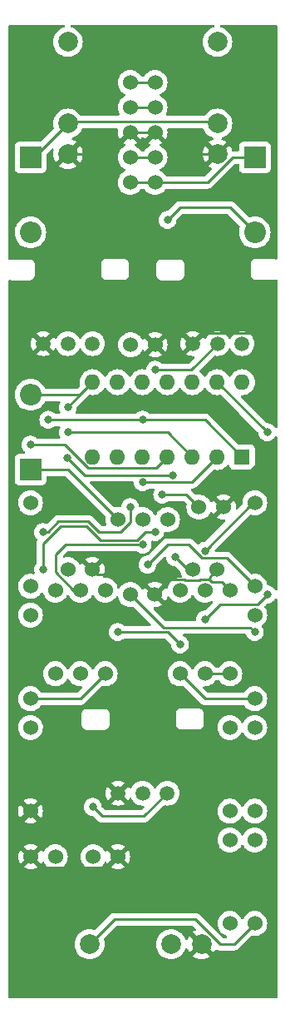
<source format=gbr>
%TF.GenerationSoftware,KiCad,Pcbnew,(6.0.2)*%
%TF.CreationDate,2022-09-19T13:12:03+01:00*%
%TF.ProjectId,comparator,636f6d70-6172-4617-946f-722e6b696361,rev?*%
%TF.SameCoordinates,Original*%
%TF.FileFunction,Copper,L2,Bot*%
%TF.FilePolarity,Positive*%
%FSLAX46Y46*%
G04 Gerber Fmt 4.6, Leading zero omitted, Abs format (unit mm)*
G04 Created by KiCad (PCBNEW (6.0.2)) date 2022-09-19 13:12:03*
%MOMM*%
%LPD*%
G01*
G04 APERTURE LIST*
%TA.AperFunction,ComponentPad*%
%ADD10C,2.000000*%
%TD*%
%TA.AperFunction,ComponentPad*%
%ADD11C,1.524000*%
%TD*%
%TA.AperFunction,ComponentPad*%
%ADD12C,1.500000*%
%TD*%
%TA.AperFunction,ComponentPad*%
%ADD13O,2.200000X2.200000*%
%TD*%
%TA.AperFunction,ComponentPad*%
%ADD14R,2.200000X2.200000*%
%TD*%
%TA.AperFunction,ComponentPad*%
%ADD15R,1.600000X1.600000*%
%TD*%
%TA.AperFunction,ComponentPad*%
%ADD16O,1.600000X1.600000*%
%TD*%
%TA.AperFunction,ViaPad*%
%ADD17C,0.800000*%
%TD*%
%TA.AperFunction,Conductor*%
%ADD18C,0.250000*%
%TD*%
G04 APERTURE END LIST*
D10*
%TO.P,J1,1,E*%
%TO.N,Earth*%
X7620000Y-13620000D03*
%TO.P,J1,2,TN*%
%TO.N,+12V*%
X7620000Y-10520000D03*
%TO.P,J1,3,T*%
%TO.N,Net-(J1-Pad3)*%
X7620000Y-2220000D03*
%TD*%
D11*
%TO.P,SW1,1,A*%
%TO.N,Net-(D3-Pad2)*%
X12700000Y-50800000D03*
%TO.P,SW1,2,B*%
%TO.N,Net-(R15-Pad1)*%
X15240000Y-50800000D03*
%TO.P,SW1,3,C*%
%TO.N,Net-(D3-Pad1)*%
X17780000Y-50800000D03*
%TD*%
%TO.P,LED3,1,KA*%
%TO.N,Net-(LED3-Pad1)*%
X20340000Y-55880000D03*
%TO.P,LED3,2,AK*%
%TO.N,Earth*%
X22840000Y-55880000D03*
%TD*%
%TO.P,LED1,1,KA*%
%TO.N,Net-(LED1-Pad1)*%
X13990000Y-58420000D03*
%TO.P,LED1,2,AK*%
%TO.N,Earth*%
X16490000Y-58420000D03*
%TD*%
D10*
%TO.P,J2,1,E*%
%TO.N,Earth*%
X22860000Y-13620000D03*
%TO.P,J2,2,TN*%
%TO.N,+12V*%
X22860000Y-10520000D03*
%TO.P,J2,3,T*%
%TO.N,Net-(J2-Pad3)*%
X22860000Y-2220000D03*
%TD*%
D12*
%TO.P,P2,1,1*%
%TO.N,Earth*%
X20360000Y-32900000D03*
%TO.P,P2,2,2*%
%TO.N,Net-(P2-Pad2)*%
X22860000Y-32900000D03*
%TO.P,P2,3,3*%
%TO.N,Net-(P2-Pad3)*%
X25360000Y-32900000D03*
%TD*%
D11*
%TO.P,LED2,1,KA*%
%TO.N,Net-(LED2-Pad1)*%
X7620000Y-55880000D03*
%TO.P,LED2,2,AK*%
%TO.N,Earth*%
X10120000Y-55880000D03*
%TD*%
D10*
%TO.P,J4,1,E*%
%TO.N,Earth*%
X21240000Y-93980000D03*
%TO.P,J4,2,TN*%
%TO.N,unconnected-(J4-Pad2)*%
X18140000Y-93980000D03*
%TO.P,J4,3,T*%
%TO.N,Net-(J4-Pad3)*%
X9840000Y-93980000D03*
%TD*%
D12*
%TO.P,P1,1,1*%
%TO.N,Earth*%
X5120000Y-32900000D03*
%TO.P,P1,2,2*%
%TO.N,Net-(P1-Pad2)*%
X7620000Y-32900000D03*
%TO.P,P1,3,3*%
%TO.N,Net-(P1-Pad3)*%
X10120000Y-32900000D03*
%TD*%
%TO.P,P3,1,1*%
%TO.N,Earth*%
X12740000Y-78620000D03*
%TO.P,P3,2,2*%
%TO.N,Net-(P3-Pad2)*%
X15240000Y-78620000D03*
%TO.P,P3,3,3*%
%TO.N,Net-(P3-Pad3)*%
X17740000Y-78620000D03*
%TD*%
D11*
%TO.P,C1,1*%
%TO.N,+12V*%
X6350000Y-85090000D03*
%TO.P,C1,2*%
%TO.N,Earth*%
X3850000Y-85090000D03*
%TD*%
%TO.P,R11,1*%
%TO.N,Earth*%
X3810000Y-80450000D03*
%TO.P,R11,2*%
%TO.N,Net-(P1-Pad3)*%
X3810000Y-71950000D03*
%TD*%
%TO.P,R10,1*%
%TO.N,Net-(J2-Pad3)*%
X21590000Y-57980000D03*
%TO.P,R10,2*%
%TO.N,Net-(P2-Pad3)*%
X21590000Y-66480000D03*
%TD*%
%TO.P,R12,1*%
%TO.N,Earth*%
X24130000Y-57980000D03*
%TO.P,R12,2*%
%TO.N,Net-(P2-Pad3)*%
X24130000Y-66480000D03*
%TD*%
%TO.P,C4,1*%
%TO.N,Earth*%
X16510000Y-33020000D03*
%TO.P,C4,2*%
%TO.N,-12V*%
X14010000Y-33020000D03*
%TD*%
%TO.P,R8,1*%
%TO.N,Net-(R6-Pad2)*%
X26670000Y-83380000D03*
%TO.P,R8,2*%
%TO.N,Net-(J4-Pad3)*%
X26670000Y-91880000D03*
%TD*%
%TO.P,C3,1*%
%TO.N,+12V*%
X20975000Y-49530000D03*
%TO.P,C3,2*%
%TO.N,Earth*%
X23475000Y-49530000D03*
%TD*%
%TO.P,R6,1*%
%TO.N,Net-(R5-Pad2)*%
X26670000Y-71950000D03*
%TO.P,R6,2*%
%TO.N,Net-(R6-Pad2)*%
X26670000Y-80450000D03*
%TD*%
D13*
%TO.P,D3,1,A*%
%TO.N,Net-(D3-Pad1)*%
X3810000Y-38100000D03*
D14*
%TO.P,D3,2,K*%
%TO.N,Net-(D3-Pad2)*%
X3810000Y-45720000D03*
%TD*%
D11*
%TO.P,R3,1*%
%TO.N,Net-(R1-Pad2)*%
X3810000Y-57590000D03*
%TO.P,R3,2*%
%TO.N,Net-(R13-Pad2)*%
X3810000Y-49090000D03*
%TD*%
%TO.P,R4,1*%
%TO.N,Net-(R2-Pad2)*%
X26670000Y-60520000D03*
%TO.P,R4,2*%
%TO.N,Net-(R14-Pad2)*%
X26670000Y-69020000D03*
%TD*%
%TO.P,R9,1*%
%TO.N,Net-(J1-Pad3)*%
X11430000Y-57980000D03*
%TO.P,R9,2*%
%TO.N,Net-(P1-Pad3)*%
X11430000Y-66480000D03*
%TD*%
%TO.P,R5,1*%
%TO.N,Net-(P3-Pad3)*%
X24130000Y-71950000D03*
%TO.P,R5,2*%
%TO.N,Net-(R5-Pad2)*%
X24130000Y-80450000D03*
%TD*%
%TO.P,R2,1*%
%TO.N,Net-(P2-Pad3)*%
X26670000Y-49090000D03*
%TO.P,R2,2*%
%TO.N,Net-(R2-Pad2)*%
X26670000Y-57590000D03*
%TD*%
%TO.P,R14,1*%
%TO.N,Net-(LED3-Pad1)*%
X19050000Y-57980000D03*
%TO.P,R14,2*%
%TO.N,Net-(R14-Pad2)*%
X19050000Y-66480000D03*
%TD*%
%TO.P,J3,1,Pin_1*%
%TO.N,Net-(D2-Pad2)*%
X13970000Y-16510000D03*
%TO.P,J3,2,Pin_2*%
X16510000Y-16510000D03*
%TO.P,J3,3,Pin_3*%
%TO.N,Net-(J3-Pad3)*%
X13970000Y-13970000D03*
%TO.P,J3,4,Pin_4*%
X16510000Y-13970000D03*
%TO.P,J3,5,Pin_5*%
%TO.N,Earth*%
X13970000Y-11430000D03*
%TO.P,J3,6,Pin_6*%
X16510000Y-11430000D03*
%TO.P,J3,7,Pin_7*%
%TO.N,Net-(J3-Pad7)*%
X13970000Y-8890000D03*
%TO.P,J3,8,Pin_8*%
X16510000Y-8890000D03*
%TO.P,J3,9,Pin_9*%
%TO.N,Net-(D1-Pad1)*%
X13970000Y-6350000D03*
%TO.P,J3,10,Pin_10*%
X16510000Y-6350000D03*
%TD*%
%TO.P,R1,1*%
%TO.N,Net-(P1-Pad3)*%
X3810000Y-69020000D03*
%TO.P,R1,2*%
%TO.N,Net-(R1-Pad2)*%
X3810000Y-60520000D03*
%TD*%
D13*
%TO.P,D1,1,A*%
%TO.N,Net-(D1-Pad1)*%
X3810000Y-21590000D03*
D14*
%TO.P,D1,2,K*%
%TO.N,+12V*%
X3810000Y-13970000D03*
%TD*%
D11*
%TO.P,C2,1*%
%TO.N,Earth*%
X12700000Y-85090000D03*
%TO.P,C2,2*%
%TO.N,-12V*%
X10200000Y-85090000D03*
%TD*%
%TO.P,R15,1*%
%TO.N,Net-(R15-Pad1)*%
X8890000Y-57980000D03*
%TO.P,R15,2*%
%TO.N,Net-(P3-Pad3)*%
X8890000Y-66480000D03*
%TD*%
D15*
%TO.P,U1,1*%
%TO.N,Net-(R13-Pad2)*%
X25380000Y-44440000D03*
D16*
%TO.P,U1,2,-*%
%TO.N,Net-(R1-Pad2)*%
X22840000Y-44440000D03*
%TO.P,U1,3,+*%
%TO.N,Net-(P1-Pad2)*%
X20300000Y-44440000D03*
%TO.P,U1,4,V+*%
%TO.N,+12V*%
X17760000Y-44440000D03*
%TO.P,U1,5,+*%
%TO.N,Net-(P2-Pad2)*%
X15220000Y-44440000D03*
%TO.P,U1,6,-*%
%TO.N,Net-(R2-Pad2)*%
X12680000Y-44440000D03*
%TO.P,U1,7*%
%TO.N,Net-(R14-Pad2)*%
X10140000Y-44440000D03*
%TO.P,U1,8*%
%TO.N,Net-(D3-Pad1)*%
X10140000Y-36820000D03*
%TO.P,U1,9,-*%
%TO.N,Net-(R14-Pad2)*%
X12680000Y-36820000D03*
%TO.P,U1,10,+*%
%TO.N,Net-(R13-Pad2)*%
X15220000Y-36820000D03*
%TO.P,U1,11,V-*%
%TO.N,-12V*%
X17760000Y-36820000D03*
%TO.P,U1,12,+*%
%TO.N,Net-(P3-Pad2)*%
X20300000Y-36820000D03*
%TO.P,U1,13,-*%
%TO.N,Net-(R5-Pad2)*%
X22840000Y-36820000D03*
%TO.P,U1,14*%
%TO.N,Net-(R6-Pad2)*%
X25380000Y-36820000D03*
%TD*%
D13*
%TO.P,D2,1,A*%
%TO.N,-12V*%
X26670000Y-21590000D03*
D14*
%TO.P,D2,2,K*%
%TO.N,Net-(D2-Pad2)*%
X26670000Y-13970000D03*
%TD*%
D11*
%TO.P,R13,1*%
%TO.N,Net-(LED2-Pad1)*%
X6350000Y-66480000D03*
%TO.P,R13,2*%
%TO.N,Net-(R13-Pad2)*%
X6350000Y-57980000D03*
%TD*%
%TO.P,R7,1*%
%TO.N,Net-(LED1-Pad1)*%
X24130000Y-83380000D03*
%TO.P,R7,2*%
%TO.N,Net-(P3-Pad3)*%
X24130000Y-91880000D03*
%TD*%
D17*
%TO.N,+12V*%
X3810000Y-43180000D03*
X17234500Y-48260000D03*
%TO.N,Earth*%
X6738224Y-31367625D03*
X24130000Y-46990000D03*
X27940000Y-33020000D03*
X27940000Y-44450000D03*
%TO.N,-12V*%
X5080000Y-55880000D03*
X17780000Y-20320000D03*
X16510000Y-52070000D03*
%TO.N,Net-(D3-Pad1)*%
X7577551Y-44492449D03*
X18325500Y-46265500D03*
X7620000Y-39370000D03*
%TO.N,Net-(P1-Pad2)*%
X7620000Y-41910000D03*
%TO.N,Net-(P2-Pad2)*%
X16510000Y-35560000D03*
%TO.N,Net-(R1-Pad2)*%
X13970000Y-49530000D03*
X15240000Y-46990000D03*
X5080000Y-52070000D03*
%TO.N,Net-(R2-Pad2)*%
X15742299Y-55377701D03*
%TO.N,Net-(LED1-Pad1)*%
X26670000Y-62230000D03*
%TO.N,Net-(R13-Pad2)*%
X5625500Y-40640000D03*
X15240000Y-40640000D03*
%TO.N,Net-(R5-Pad2)*%
X27940000Y-41910000D03*
X21590000Y-60960000D03*
X27940000Y-58420000D03*
%TO.N,Net-(R14-Pad2)*%
X12700000Y-62230000D03*
X19050000Y-63500000D03*
%TO.N,Net-(R15-Pad1)*%
X15240000Y-53340000D03*
%TO.N,Net-(LED3-Pad1)*%
X18528989Y-54610000D03*
%TO.N,Net-(P2-Pad3)*%
X21590000Y-53975000D03*
%TO.N,Net-(P3-Pad3)*%
X10160000Y-80010000D03*
%TD*%
D18*
%TO.N,+12V*%
X7796511Y-10343489D02*
X7620000Y-10520000D01*
X7289700Y-43180000D02*
X9674211Y-45564511D01*
X16635489Y-45564511D02*
X17760000Y-44440000D01*
X22860000Y-10520000D02*
X22683489Y-10343489D01*
X4170000Y-13970000D02*
X7620000Y-10520000D01*
X3810000Y-43180000D02*
X7289700Y-43180000D01*
X20975000Y-49530000D02*
X19705000Y-48260000D01*
X22683489Y-10343489D02*
X7796511Y-10343489D01*
X3810000Y-13970000D02*
X4170000Y-13970000D01*
X9674211Y-45564511D02*
X16635489Y-45564511D01*
X19705000Y-48260000D02*
X17234500Y-48260000D01*
%TO.N,Earth*%
X19573071Y-56966511D02*
X21066929Y-56966511D01*
X14857625Y-31367625D02*
X18827625Y-31367625D01*
X21139951Y-56893489D02*
X22040049Y-56893489D01*
X27940000Y-33020000D02*
X26745489Y-31825489D01*
X11780000Y-13620000D02*
X13970000Y-11430000D01*
X22296560Y-57150000D02*
X23300000Y-57150000D01*
X6738224Y-31367625D02*
X14857625Y-31367625D01*
X25079022Y-46990000D02*
X27619022Y-44450000D01*
X23300000Y-57150000D02*
X24130000Y-57980000D01*
X18036511Y-56893489D02*
X18793489Y-56893489D01*
X22840000Y-55880000D02*
X22040049Y-56679951D01*
X19500049Y-56893489D02*
X19573071Y-56966511D01*
X17018001Y-56388001D02*
X17780000Y-57150000D01*
X4936511Y-86176511D02*
X11613489Y-86176511D01*
X22040049Y-56893489D02*
X22296560Y-57150000D01*
X22040049Y-56679951D02*
X22040049Y-56893489D01*
X10628001Y-56388001D02*
X17018001Y-56388001D01*
X13970000Y-11430000D02*
X16510000Y-11430000D01*
X16490000Y-58420000D02*
X18016511Y-56893489D01*
X24130000Y-46990000D02*
X25079022Y-46990000D01*
X21066929Y-56966511D02*
X21139951Y-56893489D01*
X6652375Y-31367625D02*
X5120000Y-32900000D01*
X6738224Y-31367625D02*
X6652375Y-31367625D01*
X18016511Y-56893489D02*
X18793489Y-56893489D01*
X18793489Y-56893489D02*
X19500049Y-56893489D01*
X16510000Y-33020000D02*
X14857625Y-31367625D01*
X21434511Y-31825489D02*
X20360000Y-32900000D01*
X10120000Y-55880000D02*
X10628001Y-56388001D01*
X18700000Y-13620000D02*
X16510000Y-11430000D01*
X27619022Y-44450000D02*
X27940000Y-44450000D01*
X26745489Y-31825489D02*
X21434511Y-31825489D01*
X11613489Y-86176511D02*
X12700000Y-85090000D01*
X7620000Y-13620000D02*
X11780000Y-13620000D01*
X3850000Y-85090000D02*
X4936511Y-86176511D01*
X18827625Y-31367625D02*
X20360000Y-32900000D01*
X22860000Y-13620000D02*
X18700000Y-13620000D01*
X17780000Y-57150000D02*
X18036511Y-56893489D01*
%TO.N,-12V*%
X19050000Y-19050000D02*
X24130000Y-19050000D01*
X17780000Y-20320000D02*
X19050000Y-19050000D01*
X14664906Y-52890480D02*
X10980480Y-52890480D01*
X24130000Y-19050000D02*
X26670000Y-21590000D01*
X16510000Y-52070000D02*
X15485386Y-52070000D01*
X15485386Y-52070000D02*
X14664906Y-52890480D01*
X5080000Y-53206720D02*
X5080000Y-55880000D01*
X6851720Y-51435000D02*
X5080000Y-53206720D01*
X9525000Y-51435000D02*
X6851720Y-51435000D01*
X10980480Y-52890480D02*
X9525000Y-51435000D01*
%TO.N,Net-(D1-Pad1)*%
X13970000Y-6350000D02*
X16510000Y-6350000D01*
%TO.N,Net-(D2-Pad2)*%
X16510000Y-16510000D02*
X21843143Y-16510000D01*
X24383143Y-13970000D02*
X26670000Y-13970000D01*
X21843143Y-16510000D02*
X24383143Y-13970000D01*
X13970000Y-16510000D02*
X16510000Y-16510000D01*
%TO.N,Net-(D3-Pad1)*%
X18325500Y-46265500D02*
X18325489Y-46265489D01*
X3810000Y-38100000D02*
X8860000Y-38100000D01*
X9350591Y-46265489D02*
X7577551Y-44492449D01*
X7620000Y-39370000D02*
X7620000Y-39340000D01*
X18325489Y-46265489D02*
X9350591Y-46265489D01*
X7620000Y-39340000D02*
X8860000Y-38100000D01*
X8860000Y-38100000D02*
X10140000Y-36820000D01*
%TO.N,Net-(D3-Pad2)*%
X7620000Y-45720000D02*
X12700000Y-50800000D01*
X3810000Y-45720000D02*
X7620000Y-45720000D01*
%TO.N,Net-(J3-Pad3)*%
X16510000Y-13970000D02*
X13970000Y-13970000D01*
%TO.N,Net-(J3-Pad7)*%
X16510000Y-8890000D02*
X13970000Y-8890000D01*
%TO.N,Net-(J4-Pad3)*%
X23113143Y-93980000D02*
X24570000Y-93980000D01*
X24570000Y-93980000D02*
X26670000Y-91880000D01*
X12380000Y-91440000D02*
X20573143Y-91440000D01*
X20573143Y-91440000D02*
X23113143Y-93980000D01*
X9840000Y-93980000D02*
X12380000Y-91440000D01*
%TO.N,Net-(P1-Pad2)*%
X7620000Y-41910000D02*
X17770000Y-41910000D01*
X17770000Y-41910000D02*
X20300000Y-44440000D01*
%TO.N,Net-(P2-Pad2)*%
X16510000Y-35560000D02*
X20200000Y-35560000D01*
X20200000Y-35560000D02*
X22860000Y-32900000D01*
%TO.N,Net-(R1-Pad2)*%
X9711198Y-50985480D02*
X6665523Y-50985480D01*
X12966560Y-52070000D02*
X10795718Y-52070000D01*
X10795718Y-52070000D02*
X9711198Y-50985480D01*
X20290000Y-46990000D02*
X22840000Y-44440000D01*
X5581002Y-52070000D02*
X5080000Y-52070000D01*
X13970000Y-49530000D02*
X13970000Y-51066560D01*
X13970000Y-51066560D02*
X12966560Y-52070000D01*
X6665523Y-50985480D02*
X5581002Y-52070000D01*
X15240000Y-46990000D02*
X20290000Y-46990000D01*
%TO.N,Net-(R2-Pad2)*%
X21289897Y-54699511D02*
X23779511Y-54699511D01*
X23779511Y-54699511D02*
X26670000Y-57590000D01*
X19930386Y-53340000D02*
X21289897Y-54699511D01*
X15742299Y-55377701D02*
X17780000Y-53340000D01*
X17780000Y-53340000D02*
X19930386Y-53340000D01*
%TO.N,Net-(LED1-Pad1)*%
X26670000Y-62230000D02*
X26220480Y-61780480D01*
X26220480Y-61780480D02*
X17350480Y-61780480D01*
X17350480Y-61780480D02*
X13990000Y-58420000D01*
%TO.N,Net-(R13-Pad2)*%
X15240000Y-40640000D02*
X21580000Y-40640000D01*
X15240000Y-40640000D02*
X5625500Y-40640000D01*
X21580000Y-40640000D02*
X25380000Y-44440000D01*
%TO.N,Net-(R5-Pad2)*%
X21590000Y-60960000D02*
X23116511Y-59433489D01*
X26926511Y-59433489D02*
X27940000Y-58420000D01*
X23116511Y-59433489D02*
X26926511Y-59433489D01*
X27930000Y-41910000D02*
X22840000Y-36820000D01*
X27940000Y-41910000D02*
X27930000Y-41910000D01*
%TO.N,Net-(R14-Pad2)*%
X17780000Y-62230000D02*
X19050000Y-63500000D01*
X19050000Y-66480000D02*
X21590000Y-69020000D01*
X21590000Y-69020000D02*
X26670000Y-69020000D01*
X12700000Y-62230000D02*
X17780000Y-62230000D01*
%TO.N,Net-(R15-Pad1)*%
X15240000Y-53340000D02*
X7353440Y-53340000D01*
X6350000Y-56146560D02*
X8183440Y-57980000D01*
X7353440Y-53340000D02*
X6350000Y-54343440D01*
X6350000Y-54343440D02*
X6350000Y-56146560D01*
X8183440Y-57980000D02*
X8890000Y-57980000D01*
%TO.N,Net-(LED3-Pad1)*%
X19798989Y-55880000D02*
X18528989Y-54610000D01*
X20340000Y-55880000D02*
X19798989Y-55880000D01*
%TO.N,Net-(P1-Pad3)*%
X8890000Y-69020000D02*
X11430000Y-66480000D01*
X3810000Y-69020000D02*
X8890000Y-69020000D01*
%TO.N,Net-(P2-Pad3)*%
X24130000Y-66480000D02*
X21590000Y-66480000D01*
X21590000Y-53975000D02*
X26475000Y-49090000D01*
X26475000Y-49090000D02*
X26670000Y-49090000D01*
%TO.N,Net-(P3-Pad3)*%
X15395489Y-80964511D02*
X17740000Y-78620000D01*
X10160000Y-80010000D02*
X11114511Y-80964511D01*
X11114511Y-80964511D02*
X15395489Y-80964511D01*
%TD*%
%TA.AperFunction,Conductor*%
%TO.N,Earth*%
G36*
X7292647Y-528002D02*
G01*
X7339140Y-581658D01*
X7349244Y-651932D01*
X7319750Y-716512D01*
X7253940Y-756519D01*
X7152406Y-780895D01*
X7147835Y-782788D01*
X7147833Y-782789D01*
X6937611Y-869865D01*
X6937607Y-869867D01*
X6933037Y-871760D01*
X6928817Y-874346D01*
X6734798Y-993241D01*
X6734792Y-993245D01*
X6730584Y-995824D01*
X6550031Y-1150031D01*
X6395824Y-1330584D01*
X6393245Y-1334792D01*
X6393241Y-1334798D01*
X6274346Y-1528817D01*
X6271760Y-1533037D01*
X6180895Y-1752406D01*
X6125465Y-1983289D01*
X6106835Y-2220000D01*
X6125465Y-2456711D01*
X6180895Y-2687594D01*
X6271760Y-2906963D01*
X6274346Y-2911183D01*
X6393241Y-3105202D01*
X6393245Y-3105208D01*
X6395824Y-3109416D01*
X6550031Y-3289969D01*
X6730584Y-3444176D01*
X6734792Y-3446755D01*
X6734798Y-3446759D01*
X6928817Y-3565654D01*
X6933037Y-3568240D01*
X6937607Y-3570133D01*
X6937611Y-3570135D01*
X7147833Y-3657211D01*
X7152406Y-3659105D01*
X7232609Y-3678360D01*
X7378476Y-3713380D01*
X7378482Y-3713381D01*
X7383289Y-3714535D01*
X7620000Y-3733165D01*
X7856711Y-3714535D01*
X7861518Y-3713381D01*
X7861524Y-3713380D01*
X8007391Y-3678360D01*
X8087594Y-3659105D01*
X8092167Y-3657211D01*
X8302389Y-3570135D01*
X8302393Y-3570133D01*
X8306963Y-3568240D01*
X8311183Y-3565654D01*
X8505202Y-3446759D01*
X8505208Y-3446755D01*
X8509416Y-3444176D01*
X8689969Y-3289969D01*
X8844176Y-3109416D01*
X8846755Y-3105208D01*
X8846759Y-3105202D01*
X8965654Y-2911183D01*
X8968240Y-2906963D01*
X9059105Y-2687594D01*
X9114535Y-2456711D01*
X9133165Y-2220000D01*
X9114535Y-1983289D01*
X9059105Y-1752406D01*
X8968240Y-1533037D01*
X8965654Y-1528817D01*
X8846759Y-1334798D01*
X8846755Y-1334792D01*
X8844176Y-1330584D01*
X8689969Y-1150031D01*
X8509416Y-995824D01*
X8505208Y-993245D01*
X8505202Y-993241D01*
X8311183Y-874346D01*
X8306963Y-871760D01*
X8302393Y-869867D01*
X8302389Y-869865D01*
X8092167Y-782789D01*
X8092165Y-782788D01*
X8087594Y-780895D01*
X7986060Y-756519D01*
X7924491Y-721167D01*
X7891808Y-658140D01*
X7898388Y-587449D01*
X7942143Y-531538D01*
X8015474Y-508000D01*
X22464526Y-508000D01*
X22532647Y-528002D01*
X22579140Y-581658D01*
X22589244Y-651932D01*
X22559750Y-716512D01*
X22493940Y-756519D01*
X22392406Y-780895D01*
X22387835Y-782788D01*
X22387833Y-782789D01*
X22177611Y-869865D01*
X22177607Y-869867D01*
X22173037Y-871760D01*
X22168817Y-874346D01*
X21974798Y-993241D01*
X21974792Y-993245D01*
X21970584Y-995824D01*
X21790031Y-1150031D01*
X21635824Y-1330584D01*
X21633245Y-1334792D01*
X21633241Y-1334798D01*
X21514346Y-1528817D01*
X21511760Y-1533037D01*
X21420895Y-1752406D01*
X21365465Y-1983289D01*
X21346835Y-2220000D01*
X21365465Y-2456711D01*
X21420895Y-2687594D01*
X21511760Y-2906963D01*
X21514346Y-2911183D01*
X21633241Y-3105202D01*
X21633245Y-3105208D01*
X21635824Y-3109416D01*
X21790031Y-3289969D01*
X21970584Y-3444176D01*
X21974792Y-3446755D01*
X21974798Y-3446759D01*
X22168817Y-3565654D01*
X22173037Y-3568240D01*
X22177607Y-3570133D01*
X22177611Y-3570135D01*
X22387833Y-3657211D01*
X22392406Y-3659105D01*
X22472609Y-3678360D01*
X22618476Y-3713380D01*
X22618482Y-3713381D01*
X22623289Y-3714535D01*
X22860000Y-3733165D01*
X23096711Y-3714535D01*
X23101518Y-3713381D01*
X23101524Y-3713380D01*
X23247391Y-3678360D01*
X23327594Y-3659105D01*
X23332167Y-3657211D01*
X23542389Y-3570135D01*
X23542393Y-3570133D01*
X23546963Y-3568240D01*
X23551183Y-3565654D01*
X23745202Y-3446759D01*
X23745208Y-3446755D01*
X23749416Y-3444176D01*
X23929969Y-3289969D01*
X24084176Y-3109416D01*
X24086755Y-3105208D01*
X24086759Y-3105202D01*
X24205654Y-2911183D01*
X24208240Y-2906963D01*
X24299105Y-2687594D01*
X24354535Y-2456711D01*
X24373165Y-2220000D01*
X24354535Y-1983289D01*
X24299105Y-1752406D01*
X24208240Y-1533037D01*
X24205654Y-1528817D01*
X24086759Y-1334798D01*
X24086755Y-1334792D01*
X24084176Y-1330584D01*
X23929969Y-1150031D01*
X23749416Y-995824D01*
X23745208Y-993245D01*
X23745202Y-993241D01*
X23551183Y-874346D01*
X23546963Y-871760D01*
X23542393Y-869867D01*
X23542389Y-869865D01*
X23332167Y-782789D01*
X23332165Y-782788D01*
X23327594Y-780895D01*
X23226060Y-756519D01*
X23164491Y-721167D01*
X23131808Y-658140D01*
X23138388Y-587449D01*
X23182143Y-531538D01*
X23255474Y-508000D01*
X28830000Y-508000D01*
X28898121Y-528002D01*
X28944614Y-581658D01*
X28956000Y-634000D01*
X28956000Y-24221996D01*
X28935998Y-24290117D01*
X28882342Y-24336610D01*
X28812068Y-24346714D01*
X28780140Y-24337261D01*
X28775273Y-24334107D01*
X28750709Y-24326761D01*
X28733264Y-24320099D01*
X28728827Y-24318016D01*
X28710052Y-24309201D01*
X28680870Y-24304657D01*
X28664151Y-24300874D01*
X28644464Y-24294986D01*
X28644461Y-24294985D01*
X28635859Y-24292413D01*
X28626884Y-24292358D01*
X28626883Y-24292358D01*
X28620190Y-24292317D01*
X28601444Y-24292203D01*
X28600672Y-24292170D01*
X28599577Y-24292000D01*
X28568702Y-24292000D01*
X28567932Y-24291998D01*
X28494284Y-24291548D01*
X28494283Y-24291548D01*
X28490348Y-24291524D01*
X28489004Y-24291908D01*
X28487659Y-24292000D01*
X26768702Y-24292000D01*
X26767932Y-24291998D01*
X26767078Y-24291993D01*
X26690348Y-24291524D01*
X26681719Y-24293990D01*
X26681714Y-24293991D01*
X26661952Y-24299639D01*
X26645191Y-24303217D01*
X26624848Y-24306130D01*
X26624838Y-24306133D01*
X26615955Y-24307405D01*
X26592605Y-24318021D01*
X26575093Y-24324464D01*
X26567057Y-24326761D01*
X26550435Y-24331512D01*
X26525452Y-24347274D01*
X26510386Y-24355404D01*
X26483490Y-24367633D01*
X26464061Y-24384374D01*
X26449053Y-24395479D01*
X26427369Y-24409160D01*
X26420244Y-24417228D01*
X26407819Y-24431296D01*
X26395626Y-24443341D01*
X26388706Y-24449304D01*
X26373253Y-24462619D01*
X26368374Y-24470147D01*
X26368371Y-24470150D01*
X26359304Y-24484139D01*
X26348014Y-24499013D01*
X26331044Y-24518228D01*
X26327229Y-24526354D01*
X26327228Y-24526355D01*
X26324737Y-24531661D01*
X26318490Y-24544966D01*
X26310176Y-24559935D01*
X26294107Y-24584727D01*
X26291535Y-24593327D01*
X26286761Y-24609290D01*
X26280099Y-24626736D01*
X26269201Y-24649948D01*
X26265030Y-24676736D01*
X26264658Y-24679128D01*
X26260874Y-24695849D01*
X26254986Y-24715536D01*
X26254985Y-24715539D01*
X26252413Y-24724141D01*
X26252294Y-24743691D01*
X26252203Y-24758546D01*
X26252170Y-24759328D01*
X26252000Y-24760423D01*
X26252000Y-24791298D01*
X26251998Y-24792068D01*
X26251693Y-24842068D01*
X26251524Y-24869652D01*
X26251908Y-24870996D01*
X26252000Y-24872341D01*
X26252000Y-25891298D01*
X26251998Y-25892068D01*
X26251524Y-25969652D01*
X26253990Y-25978281D01*
X26253991Y-25978286D01*
X26259639Y-25998048D01*
X26263217Y-26014809D01*
X26266130Y-26035152D01*
X26266133Y-26035162D01*
X26267405Y-26044045D01*
X26278021Y-26067395D01*
X26284464Y-26084907D01*
X26291512Y-26109565D01*
X26307274Y-26134548D01*
X26315404Y-26149614D01*
X26327633Y-26176510D01*
X26344374Y-26195939D01*
X26355479Y-26210947D01*
X26369160Y-26232631D01*
X26375888Y-26238573D01*
X26391296Y-26252181D01*
X26403341Y-26264374D01*
X26412531Y-26275039D01*
X26422619Y-26286747D01*
X26430147Y-26291626D01*
X26430150Y-26291629D01*
X26444139Y-26300696D01*
X26459013Y-26311986D01*
X26478228Y-26328956D01*
X26486354Y-26332771D01*
X26486355Y-26332772D01*
X26492021Y-26335432D01*
X26504966Y-26341510D01*
X26519935Y-26349824D01*
X26544727Y-26365893D01*
X26561650Y-26370954D01*
X26569290Y-26373239D01*
X26586736Y-26379901D01*
X26609948Y-26390799D01*
X26639130Y-26395343D01*
X26655849Y-26399126D01*
X26675536Y-26405014D01*
X26675539Y-26405015D01*
X26684141Y-26407587D01*
X26693116Y-26407642D01*
X26693117Y-26407642D01*
X26699810Y-26407683D01*
X26718556Y-26407797D01*
X26719328Y-26407830D01*
X26720423Y-26408000D01*
X26751298Y-26408000D01*
X26752068Y-26408002D01*
X26825716Y-26408452D01*
X26825717Y-26408452D01*
X26829652Y-26408476D01*
X26830996Y-26408092D01*
X26832341Y-26408000D01*
X28551298Y-26408000D01*
X28552069Y-26408002D01*
X28629652Y-26408476D01*
X28638281Y-26406010D01*
X28638286Y-26406009D01*
X28658048Y-26400361D01*
X28674809Y-26396783D01*
X28695152Y-26393870D01*
X28695162Y-26393867D01*
X28704045Y-26392595D01*
X28727395Y-26381979D01*
X28744907Y-26375536D01*
X28760935Y-26370955D01*
X28760937Y-26370954D01*
X28769565Y-26368488D01*
X28777156Y-26363699D01*
X28778548Y-26363076D01*
X28848899Y-26353517D01*
X28913249Y-26383511D01*
X28951168Y-26443533D01*
X28956000Y-26478092D01*
X28956000Y-41382527D01*
X28935998Y-41450648D01*
X28882342Y-41497141D01*
X28812068Y-41507245D01*
X28747488Y-41477751D01*
X28720881Y-41445527D01*
X28710321Y-41427237D01*
X28679040Y-41373056D01*
X28655722Y-41347158D01*
X28555675Y-41236045D01*
X28555674Y-41236044D01*
X28551253Y-41231134D01*
X28396752Y-41118882D01*
X28390724Y-41116198D01*
X28390722Y-41116197D01*
X28228319Y-41043891D01*
X28228318Y-41043891D01*
X28222288Y-41041206D01*
X28109721Y-41017279D01*
X28041944Y-41002872D01*
X28041939Y-41002872D01*
X28035487Y-41001500D01*
X27969594Y-41001500D01*
X27901473Y-40981498D01*
X27880499Y-40964595D01*
X25262494Y-38346589D01*
X25228468Y-38284277D01*
X25233533Y-38213461D01*
X25276080Y-38156626D01*
X25342600Y-38131815D01*
X25362572Y-38131974D01*
X25374515Y-38133019D01*
X25374525Y-38133019D01*
X25380000Y-38133498D01*
X25608087Y-38113543D01*
X25613400Y-38112119D01*
X25613402Y-38112119D01*
X25823933Y-38055707D01*
X25823935Y-38055706D01*
X25829243Y-38054284D01*
X25834225Y-38051961D01*
X26031762Y-37959849D01*
X26031767Y-37959846D01*
X26036749Y-37957523D01*
X26200613Y-37842784D01*
X26219789Y-37829357D01*
X26219792Y-37829355D01*
X26224300Y-37826198D01*
X26386198Y-37664300D01*
X26426866Y-37606221D01*
X26514366Y-37481257D01*
X26517523Y-37476749D01*
X26519846Y-37471767D01*
X26519849Y-37471762D01*
X26611961Y-37274225D01*
X26611961Y-37274224D01*
X26614284Y-37269243D01*
X26646808Y-37147865D01*
X26672119Y-37053402D01*
X26672120Y-37053398D01*
X26673543Y-37048087D01*
X26693498Y-36820000D01*
X26673543Y-36591913D01*
X26650000Y-36504050D01*
X26615707Y-36376067D01*
X26615706Y-36376065D01*
X26614284Y-36370757D01*
X26535805Y-36202457D01*
X26519849Y-36168238D01*
X26519846Y-36168233D01*
X26517523Y-36163251D01*
X26386198Y-35975700D01*
X26224300Y-35813802D01*
X26219792Y-35810645D01*
X26219789Y-35810643D01*
X26141611Y-35755902D01*
X26036749Y-35682477D01*
X26031767Y-35680154D01*
X26031762Y-35680151D01*
X25834225Y-35588039D01*
X25834224Y-35588039D01*
X25829243Y-35585716D01*
X25823935Y-35584294D01*
X25823933Y-35584293D01*
X25613402Y-35527881D01*
X25613400Y-35527881D01*
X25608087Y-35526457D01*
X25380000Y-35506502D01*
X25151913Y-35526457D01*
X25146600Y-35527881D01*
X25146598Y-35527881D01*
X24936067Y-35584293D01*
X24936065Y-35584294D01*
X24930757Y-35585716D01*
X24925776Y-35588039D01*
X24925775Y-35588039D01*
X24728238Y-35680151D01*
X24728233Y-35680154D01*
X24723251Y-35682477D01*
X24618389Y-35755902D01*
X24540211Y-35810643D01*
X24540208Y-35810645D01*
X24535700Y-35813802D01*
X24373802Y-35975700D01*
X24242477Y-36163251D01*
X24240154Y-36168233D01*
X24240151Y-36168238D01*
X24224195Y-36202457D01*
X24177278Y-36255742D01*
X24109001Y-36275203D01*
X24041041Y-36254661D01*
X23995805Y-36202457D01*
X23979849Y-36168238D01*
X23979846Y-36168233D01*
X23977523Y-36163251D01*
X23846198Y-35975700D01*
X23684300Y-35813802D01*
X23679792Y-35810645D01*
X23679789Y-35810643D01*
X23601611Y-35755902D01*
X23496749Y-35682477D01*
X23491767Y-35680154D01*
X23491762Y-35680151D01*
X23294225Y-35588039D01*
X23294224Y-35588039D01*
X23289243Y-35585716D01*
X23283935Y-35584294D01*
X23283933Y-35584293D01*
X23073402Y-35527881D01*
X23073400Y-35527881D01*
X23068087Y-35526457D01*
X22840000Y-35506502D01*
X22611913Y-35526457D01*
X22606600Y-35527881D01*
X22606598Y-35527881D01*
X22396067Y-35584293D01*
X22396065Y-35584294D01*
X22390757Y-35585716D01*
X22385776Y-35588039D01*
X22385775Y-35588039D01*
X22188238Y-35680151D01*
X22188233Y-35680154D01*
X22183251Y-35682477D01*
X22078389Y-35755902D01*
X22000211Y-35810643D01*
X22000208Y-35810645D01*
X21995700Y-35813802D01*
X21833802Y-35975700D01*
X21702477Y-36163251D01*
X21700154Y-36168233D01*
X21700151Y-36168238D01*
X21684195Y-36202457D01*
X21637278Y-36255742D01*
X21569001Y-36275203D01*
X21501041Y-36254661D01*
X21455805Y-36202457D01*
X21439849Y-36168238D01*
X21439846Y-36168233D01*
X21437523Y-36163251D01*
X21306198Y-35975700D01*
X21144300Y-35813802D01*
X21139792Y-35810645D01*
X21139789Y-35810643D01*
X21089562Y-35775474D01*
X21045234Y-35720017D01*
X21037925Y-35649398D01*
X21072738Y-35583166D01*
X21765445Y-34890460D01*
X22487577Y-34168328D01*
X22549889Y-34134302D01*
X22609283Y-34135716D01*
X22625444Y-34140046D01*
X22640629Y-34144115D01*
X22860000Y-34163307D01*
X23079371Y-34144115D01*
X23292076Y-34087120D01*
X23491654Y-33994056D01*
X23672038Y-33867749D01*
X23827749Y-33712038D01*
X23831227Y-33707072D01*
X23950899Y-33536162D01*
X23950900Y-33536160D01*
X23954056Y-33531653D01*
X23956379Y-33526671D01*
X23956382Y-33526666D01*
X23995805Y-33442122D01*
X24042722Y-33388837D01*
X24111000Y-33369376D01*
X24178960Y-33389918D01*
X24224195Y-33442122D01*
X24263618Y-33526666D01*
X24263621Y-33526671D01*
X24265944Y-33531653D01*
X24269100Y-33536160D01*
X24269101Y-33536162D01*
X24388774Y-33707072D01*
X24392251Y-33712038D01*
X24547962Y-33867749D01*
X24728346Y-33994056D01*
X24927924Y-34087120D01*
X25140629Y-34144115D01*
X25360000Y-34163307D01*
X25579371Y-34144115D01*
X25792076Y-34087120D01*
X25991654Y-33994056D01*
X26172038Y-33867749D01*
X26327749Y-33712038D01*
X26331227Y-33707072D01*
X26450899Y-33536162D01*
X26450900Y-33536160D01*
X26454056Y-33531653D01*
X26456379Y-33526671D01*
X26456382Y-33526666D01*
X26522717Y-33384408D01*
X26547120Y-33332076D01*
X26604115Y-33119371D01*
X26623307Y-32900000D01*
X26604115Y-32680629D01*
X26547120Y-32467924D01*
X26484171Y-32332928D01*
X26456382Y-32273334D01*
X26456379Y-32273329D01*
X26454056Y-32268347D01*
X26422786Y-32223689D01*
X26330908Y-32092473D01*
X26330906Y-32092470D01*
X26327749Y-32087962D01*
X26172038Y-31932251D01*
X26153260Y-31919102D01*
X26054342Y-31849839D01*
X25991654Y-31805944D01*
X25792076Y-31712880D01*
X25579371Y-31655885D01*
X25360000Y-31636693D01*
X25140629Y-31655885D01*
X24927924Y-31712880D01*
X24834562Y-31756415D01*
X24733334Y-31803618D01*
X24733329Y-31803621D01*
X24728347Y-31805944D01*
X24723840Y-31809100D01*
X24723838Y-31809101D01*
X24552473Y-31929092D01*
X24552470Y-31929094D01*
X24547962Y-31932251D01*
X24392251Y-32087962D01*
X24389094Y-32092470D01*
X24389092Y-32092473D01*
X24297214Y-32223689D01*
X24265944Y-32268347D01*
X24263621Y-32273329D01*
X24263618Y-32273334D01*
X24224195Y-32357878D01*
X24177278Y-32411163D01*
X24109000Y-32430624D01*
X24041040Y-32410082D01*
X23995805Y-32357878D01*
X23956382Y-32273334D01*
X23956379Y-32273329D01*
X23954056Y-32268347D01*
X23922786Y-32223689D01*
X23830908Y-32092473D01*
X23830906Y-32092470D01*
X23827749Y-32087962D01*
X23672038Y-31932251D01*
X23653260Y-31919102D01*
X23554342Y-31849839D01*
X23491654Y-31805944D01*
X23292076Y-31712880D01*
X23079371Y-31655885D01*
X22860000Y-31636693D01*
X22640629Y-31655885D01*
X22427924Y-31712880D01*
X22334562Y-31756415D01*
X22233334Y-31803618D01*
X22233329Y-31803621D01*
X22228347Y-31805944D01*
X22223840Y-31809100D01*
X22223838Y-31809101D01*
X22052473Y-31929092D01*
X22052470Y-31929094D01*
X22047962Y-31932251D01*
X21892251Y-32087962D01*
X21889094Y-32092470D01*
X21889092Y-32092473D01*
X21797214Y-32223689D01*
X21765944Y-32268347D01*
X21763621Y-32273329D01*
X21763618Y-32273334D01*
X21723919Y-32358470D01*
X21677002Y-32411755D01*
X21608724Y-32431216D01*
X21540765Y-32410674D01*
X21495529Y-32358470D01*
X21455946Y-32273583D01*
X21450466Y-32264093D01*
X21421589Y-32222851D01*
X21411113Y-32214477D01*
X21397666Y-32221545D01*
X20719210Y-32900000D01*
X20360000Y-33259210D01*
X19680823Y-33938388D01*
X19674394Y-33950162D01*
X19683690Y-33962176D01*
X19724088Y-33990464D01*
X19733584Y-33995947D01*
X19923113Y-34084326D01*
X19933405Y-34088072D01*
X20135401Y-34142196D01*
X20146196Y-34144099D01*
X20354525Y-34162326D01*
X20365476Y-34162326D01*
X20389148Y-34160255D01*
X20458752Y-34174244D01*
X20509745Y-34223644D01*
X20525935Y-34292770D01*
X20502182Y-34359675D01*
X20489224Y-34374871D01*
X19974500Y-34889595D01*
X19912188Y-34923621D01*
X19885405Y-34926500D01*
X17218200Y-34926500D01*
X17150079Y-34906498D01*
X17130853Y-34890157D01*
X17130580Y-34890460D01*
X17125668Y-34886037D01*
X17121253Y-34881134D01*
X16966752Y-34768882D01*
X16960724Y-34766198D01*
X16960722Y-34766197D01*
X16798319Y-34693891D01*
X16798318Y-34693891D01*
X16792288Y-34691206D01*
X16698888Y-34671353D01*
X16611944Y-34652872D01*
X16611939Y-34652872D01*
X16605487Y-34651500D01*
X16414513Y-34651500D01*
X16408061Y-34652872D01*
X16408056Y-34652872D01*
X16321112Y-34671353D01*
X16227712Y-34691206D01*
X16221682Y-34693891D01*
X16221681Y-34693891D01*
X16059278Y-34766197D01*
X16059276Y-34766198D01*
X16053248Y-34768882D01*
X15898747Y-34881134D01*
X15894326Y-34886044D01*
X15894325Y-34886045D01*
X15860492Y-34923621D01*
X15770960Y-35023056D01*
X15675473Y-35188444D01*
X15616458Y-35370072D01*
X15615768Y-35376635D01*
X15615768Y-35376636D01*
X15611281Y-35419332D01*
X15584269Y-35484989D01*
X15526047Y-35525620D01*
X15459021Y-35527693D01*
X15458819Y-35528836D01*
X15453399Y-35527880D01*
X15448087Y-35526457D01*
X15220000Y-35506502D01*
X14991913Y-35526457D01*
X14986600Y-35527881D01*
X14986598Y-35527881D01*
X14776067Y-35584293D01*
X14776065Y-35584294D01*
X14770757Y-35585716D01*
X14765776Y-35588039D01*
X14765775Y-35588039D01*
X14568238Y-35680151D01*
X14568233Y-35680154D01*
X14563251Y-35682477D01*
X14458389Y-35755902D01*
X14380211Y-35810643D01*
X14380208Y-35810645D01*
X14375700Y-35813802D01*
X14213802Y-35975700D01*
X14082477Y-36163251D01*
X14080154Y-36168233D01*
X14080151Y-36168238D01*
X14064195Y-36202457D01*
X14017278Y-36255742D01*
X13949001Y-36275203D01*
X13881041Y-36254661D01*
X13835805Y-36202457D01*
X13819849Y-36168238D01*
X13819846Y-36168233D01*
X13817523Y-36163251D01*
X13686198Y-35975700D01*
X13524300Y-35813802D01*
X13519792Y-35810645D01*
X13519789Y-35810643D01*
X13441611Y-35755902D01*
X13336749Y-35682477D01*
X13331767Y-35680154D01*
X13331762Y-35680151D01*
X13134225Y-35588039D01*
X13134224Y-35588039D01*
X13129243Y-35585716D01*
X13123935Y-35584294D01*
X13123933Y-35584293D01*
X12913402Y-35527881D01*
X12913400Y-35527881D01*
X12908087Y-35526457D01*
X12680000Y-35506502D01*
X12451913Y-35526457D01*
X12446600Y-35527881D01*
X12446598Y-35527881D01*
X12236067Y-35584293D01*
X12236065Y-35584294D01*
X12230757Y-35585716D01*
X12225776Y-35588039D01*
X12225775Y-35588039D01*
X12028238Y-35680151D01*
X12028233Y-35680154D01*
X12023251Y-35682477D01*
X11918389Y-35755902D01*
X11840211Y-35810643D01*
X11840208Y-35810645D01*
X11835700Y-35813802D01*
X11673802Y-35975700D01*
X11542477Y-36163251D01*
X11540154Y-36168233D01*
X11540151Y-36168238D01*
X11524195Y-36202457D01*
X11477278Y-36255742D01*
X11409001Y-36275203D01*
X11341041Y-36254661D01*
X11295805Y-36202457D01*
X11279849Y-36168238D01*
X11279846Y-36168233D01*
X11277523Y-36163251D01*
X11146198Y-35975700D01*
X10984300Y-35813802D01*
X10979792Y-35810645D01*
X10979789Y-35810643D01*
X10901611Y-35755902D01*
X10796749Y-35682477D01*
X10791767Y-35680154D01*
X10791762Y-35680151D01*
X10594225Y-35588039D01*
X10594224Y-35588039D01*
X10589243Y-35585716D01*
X10583935Y-35584294D01*
X10583933Y-35584293D01*
X10373402Y-35527881D01*
X10373400Y-35527881D01*
X10368087Y-35526457D01*
X10140000Y-35506502D01*
X9911913Y-35526457D01*
X9906600Y-35527881D01*
X9906598Y-35527881D01*
X9696067Y-35584293D01*
X9696065Y-35584294D01*
X9690757Y-35585716D01*
X9685776Y-35588039D01*
X9685775Y-35588039D01*
X9488238Y-35680151D01*
X9488233Y-35680154D01*
X9483251Y-35682477D01*
X9378389Y-35755902D01*
X9300211Y-35810643D01*
X9300208Y-35810645D01*
X9295700Y-35813802D01*
X9133802Y-35975700D01*
X9002477Y-36163251D01*
X9000154Y-36168233D01*
X9000151Y-36168238D01*
X8984195Y-36202457D01*
X8905716Y-36370757D01*
X8904294Y-36376065D01*
X8904293Y-36376067D01*
X8870000Y-36504050D01*
X8846457Y-36591913D01*
X8826502Y-36820000D01*
X8846457Y-37048087D01*
X8863460Y-37111541D01*
X8861770Y-37182518D01*
X8830848Y-37233247D01*
X8634500Y-37429595D01*
X8572188Y-37463621D01*
X8545405Y-37466500D01*
X5372815Y-37466500D01*
X5304694Y-37446498D01*
X5256407Y-37388720D01*
X5249512Y-37372075D01*
X5249511Y-37372073D01*
X5247616Y-37367498D01*
X5115328Y-37151624D01*
X4950898Y-36959102D01*
X4758376Y-36794672D01*
X4542502Y-36662384D01*
X4537932Y-36660491D01*
X4537928Y-36660489D01*
X4313164Y-36567389D01*
X4313162Y-36567388D01*
X4308591Y-36565495D01*
X4223968Y-36545179D01*
X4067216Y-36507546D01*
X4067210Y-36507545D01*
X4062403Y-36506391D01*
X3810000Y-36486526D01*
X3557597Y-36506391D01*
X3552790Y-36507545D01*
X3552784Y-36507546D01*
X3396032Y-36545179D01*
X3311409Y-36565495D01*
X3306838Y-36567388D01*
X3306836Y-36567389D01*
X3082072Y-36660489D01*
X3082068Y-36660491D01*
X3077498Y-36662384D01*
X2861624Y-36794672D01*
X2669102Y-36959102D01*
X2504672Y-37151624D01*
X2372384Y-37367498D01*
X2370491Y-37372068D01*
X2370489Y-37372072D01*
X2277389Y-37596836D01*
X2275495Y-37601409D01*
X2216391Y-37847597D01*
X2196526Y-38100000D01*
X2216391Y-38352403D01*
X2275495Y-38598591D01*
X2277388Y-38603162D01*
X2277389Y-38603164D01*
X2363594Y-38811280D01*
X2372384Y-38832502D01*
X2504672Y-39048376D01*
X2669102Y-39240898D01*
X2861624Y-39405328D01*
X3077498Y-39537616D01*
X3082068Y-39539509D01*
X3082072Y-39539511D01*
X3146520Y-39566206D01*
X3311409Y-39634505D01*
X3396032Y-39654821D01*
X3552784Y-39692454D01*
X3552790Y-39692455D01*
X3557597Y-39693609D01*
X3810000Y-39713474D01*
X4062403Y-39693609D01*
X4067210Y-39692455D01*
X4067216Y-39692454D01*
X4223968Y-39654821D01*
X4308591Y-39634505D01*
X4473480Y-39566206D01*
X4537928Y-39539511D01*
X4537932Y-39539509D01*
X4542502Y-39537616D01*
X4758376Y-39405328D01*
X4950898Y-39240898D01*
X5115328Y-39048376D01*
X5247616Y-38832502D01*
X5249512Y-38827925D01*
X5256407Y-38811280D01*
X5300956Y-38756000D01*
X5372815Y-38733500D01*
X6720200Y-38733500D01*
X6788321Y-38753502D01*
X6834814Y-38807158D01*
X6844918Y-38877432D01*
X6829319Y-38922500D01*
X6785473Y-38998444D01*
X6726458Y-39180072D01*
X6706496Y-39370000D01*
X6726458Y-39559928D01*
X6785473Y-39741556D01*
X6788776Y-39747278D01*
X6788777Y-39747279D01*
X6829319Y-39817500D01*
X6846057Y-39886496D01*
X6822836Y-39953587D01*
X6767029Y-39997474D01*
X6720200Y-40006500D01*
X6333700Y-40006500D01*
X6265579Y-39986498D01*
X6246353Y-39970157D01*
X6246080Y-39970460D01*
X6241168Y-39966037D01*
X6236753Y-39961134D01*
X6082252Y-39848882D01*
X6076224Y-39846198D01*
X6076222Y-39846197D01*
X5913819Y-39773891D01*
X5913818Y-39773891D01*
X5907788Y-39771206D01*
X5795221Y-39747279D01*
X5727444Y-39732872D01*
X5727439Y-39732872D01*
X5720987Y-39731500D01*
X5530013Y-39731500D01*
X5523561Y-39732872D01*
X5523556Y-39732872D01*
X5455779Y-39747279D01*
X5343212Y-39771206D01*
X5337182Y-39773891D01*
X5337181Y-39773891D01*
X5174778Y-39846197D01*
X5174776Y-39846198D01*
X5168748Y-39848882D01*
X5014247Y-39961134D01*
X5009826Y-39966044D01*
X5009825Y-39966045D01*
X4900703Y-40087238D01*
X4886460Y-40103056D01*
X4790973Y-40268444D01*
X4731958Y-40450072D01*
X4711996Y-40640000D01*
X4731958Y-40829928D01*
X4790973Y-41011556D01*
X4886460Y-41176944D01*
X4890878Y-41181851D01*
X4890879Y-41181852D01*
X4977405Y-41277949D01*
X5014247Y-41318866D01*
X5168748Y-41431118D01*
X5174776Y-41433802D01*
X5174778Y-41433803D01*
X5317973Y-41497557D01*
X5343212Y-41508794D01*
X5436613Y-41528647D01*
X5523556Y-41547128D01*
X5523561Y-41547128D01*
X5530013Y-41548500D01*
X5720987Y-41548500D01*
X5727439Y-41547128D01*
X5727444Y-41547128D01*
X5814387Y-41528647D01*
X5907788Y-41508794D01*
X5933027Y-41497557D01*
X6076222Y-41433803D01*
X6076224Y-41433802D01*
X6082252Y-41431118D01*
X6168923Y-41368148D01*
X6215171Y-41334546D01*
X6236753Y-41318866D01*
X6241168Y-41313963D01*
X6246080Y-41309540D01*
X6247205Y-41310789D01*
X6300514Y-41277949D01*
X6333700Y-41273500D01*
X6720200Y-41273500D01*
X6788321Y-41293502D01*
X6834814Y-41347158D01*
X6844918Y-41417432D01*
X6829319Y-41462500D01*
X6803486Y-41507245D01*
X6785473Y-41538444D01*
X6726458Y-41720072D01*
X6706496Y-41910000D01*
X6726458Y-42099928D01*
X6785473Y-42281556D01*
X6788776Y-42287278D01*
X6788777Y-42287279D01*
X6829319Y-42357500D01*
X6846057Y-42426496D01*
X6822836Y-42493587D01*
X6767029Y-42537474D01*
X6720200Y-42546500D01*
X4518200Y-42546500D01*
X4450079Y-42526498D01*
X4430853Y-42510157D01*
X4430580Y-42510460D01*
X4425668Y-42506037D01*
X4421253Y-42501134D01*
X4399671Y-42485454D01*
X4272094Y-42392763D01*
X4272093Y-42392762D01*
X4266752Y-42388882D01*
X4260724Y-42386198D01*
X4260722Y-42386197D01*
X4098319Y-42313891D01*
X4098318Y-42313891D01*
X4092288Y-42311206D01*
X3979721Y-42287279D01*
X3911944Y-42272872D01*
X3911939Y-42272872D01*
X3905487Y-42271500D01*
X3714513Y-42271500D01*
X3708061Y-42272872D01*
X3708056Y-42272872D01*
X3640279Y-42287279D01*
X3527712Y-42311206D01*
X3521682Y-42313891D01*
X3521681Y-42313891D01*
X3359278Y-42386197D01*
X3359276Y-42386198D01*
X3353248Y-42388882D01*
X3198747Y-42501134D01*
X3194326Y-42506044D01*
X3194325Y-42506045D01*
X3116257Y-42592749D01*
X3070960Y-42643056D01*
X2975473Y-42808444D01*
X2916458Y-42990072D01*
X2915768Y-42996633D01*
X2915768Y-42996635D01*
X2900592Y-43141029D01*
X2896496Y-43180000D01*
X2897186Y-43186565D01*
X2909701Y-43305634D01*
X2916458Y-43369928D01*
X2975473Y-43551556D01*
X3070960Y-43716944D01*
X3075378Y-43721851D01*
X3075379Y-43721852D01*
X3175909Y-43833502D01*
X3198747Y-43858866D01*
X3204089Y-43862747D01*
X3204091Y-43862749D01*
X3232741Y-43883564D01*
X3276095Y-43939786D01*
X3282170Y-44010522D01*
X3249039Y-44073314D01*
X3187219Y-44108225D01*
X3158680Y-44111500D01*
X2661866Y-44111500D01*
X2599684Y-44118255D01*
X2463295Y-44169385D01*
X2346739Y-44256739D01*
X2259385Y-44373295D01*
X2208255Y-44509684D01*
X2201500Y-44571866D01*
X2201500Y-46868134D01*
X2208255Y-46930316D01*
X2259385Y-47066705D01*
X2346739Y-47183261D01*
X2463295Y-47270615D01*
X2599684Y-47321745D01*
X2661866Y-47328500D01*
X4958134Y-47328500D01*
X5020316Y-47321745D01*
X5156705Y-47270615D01*
X5273261Y-47183261D01*
X5360615Y-47066705D01*
X5411745Y-46930316D01*
X5418500Y-46868134D01*
X5418500Y-46479500D01*
X5438502Y-46411379D01*
X5492158Y-46364886D01*
X5544500Y-46353500D01*
X7305406Y-46353500D01*
X7373527Y-46373502D01*
X7394501Y-46390405D01*
X11421874Y-50417779D01*
X11455900Y-50480091D01*
X11454485Y-50539486D01*
X11445447Y-50573217D01*
X11445446Y-50573223D01*
X11444022Y-50578537D01*
X11424647Y-50800000D01*
X11444022Y-51021463D01*
X11501560Y-51236196D01*
X11503883Y-51241178D01*
X11503885Y-51241183D01*
X11511377Y-51257249D01*
X11522039Y-51327440D01*
X11493060Y-51392253D01*
X11433641Y-51431110D01*
X11397183Y-51436500D01*
X11110313Y-51436500D01*
X11042192Y-51416498D01*
X11021217Y-51399595D01*
X10618746Y-50997123D01*
X10214845Y-50593222D01*
X10207311Y-50584943D01*
X10203198Y-50578462D01*
X10153546Y-50531836D01*
X10150705Y-50529082D01*
X10130968Y-50509345D01*
X10127771Y-50506865D01*
X10118749Y-50499160D01*
X10114595Y-50495259D01*
X10086519Y-50468894D01*
X10079573Y-50465075D01*
X10079570Y-50465073D01*
X10068764Y-50459132D01*
X10052245Y-50448281D01*
X10051781Y-50447921D01*
X10036239Y-50435866D01*
X10028970Y-50432721D01*
X10028966Y-50432718D01*
X9995661Y-50418306D01*
X9985011Y-50413089D01*
X9946258Y-50391785D01*
X9926635Y-50386747D01*
X9907932Y-50380343D01*
X9896618Y-50375447D01*
X9896617Y-50375447D01*
X9889343Y-50372299D01*
X9881520Y-50371060D01*
X9881510Y-50371057D01*
X9845674Y-50365381D01*
X9834054Y-50362975D01*
X9798909Y-50353952D01*
X9798908Y-50353952D01*
X9791228Y-50351980D01*
X9770974Y-50351980D01*
X9751263Y-50350429D01*
X9739084Y-50348500D01*
X9731255Y-50347260D01*
X9701984Y-50350027D01*
X9687237Y-50351421D01*
X9675379Y-50351980D01*
X6744291Y-50351980D01*
X6733108Y-50351453D01*
X6725615Y-50349778D01*
X6717689Y-50350027D01*
X6717688Y-50350027D01*
X6657525Y-50351918D01*
X6653567Y-50351980D01*
X6625667Y-50351980D01*
X6621677Y-50352484D01*
X6609843Y-50353416D01*
X6565634Y-50354806D01*
X6558018Y-50357019D01*
X6558016Y-50357019D01*
X6546175Y-50360459D01*
X6526816Y-50364468D01*
X6525506Y-50364634D01*
X6506726Y-50367006D01*
X6499360Y-50369922D01*
X6499354Y-50369924D01*
X6465621Y-50383280D01*
X6454391Y-50387125D01*
X6438351Y-50391785D01*
X6411930Y-50399461D01*
X6405107Y-50403496D01*
X6394489Y-50409775D01*
X6376736Y-50418472D01*
X6369091Y-50421499D01*
X6357906Y-50425928D01*
X6344228Y-50435866D01*
X6322135Y-50451917D01*
X6312218Y-50458431D01*
X6274161Y-50480938D01*
X6259840Y-50495259D01*
X6244807Y-50508099D01*
X6228416Y-50520008D01*
X6223366Y-50526112D01*
X6223361Y-50526117D01*
X6200230Y-50554078D01*
X6192240Y-50562859D01*
X5556098Y-51199000D01*
X5493786Y-51233025D01*
X5422970Y-51227960D01*
X5415753Y-51225010D01*
X5368323Y-51203892D01*
X5368315Y-51203889D01*
X5362288Y-51201206D01*
X5268888Y-51181353D01*
X5181944Y-51162872D01*
X5181939Y-51162872D01*
X5175487Y-51161500D01*
X4984513Y-51161500D01*
X4978061Y-51162872D01*
X4978056Y-51162872D01*
X4891112Y-51181353D01*
X4797712Y-51201206D01*
X4791682Y-51203891D01*
X4791681Y-51203891D01*
X4629278Y-51276197D01*
X4629276Y-51276198D01*
X4623248Y-51278882D01*
X4468747Y-51391134D01*
X4464326Y-51396044D01*
X4464325Y-51396045D01*
X4422781Y-51442185D01*
X4340960Y-51533056D01*
X4245473Y-51698444D01*
X4186458Y-51880072D01*
X4185768Y-51886633D01*
X4185768Y-51886635D01*
X4169451Y-52041885D01*
X4166496Y-52070000D01*
X4167186Y-52076565D01*
X4176666Y-52166758D01*
X4186458Y-52259928D01*
X4245473Y-52441556D01*
X4340960Y-52606944D01*
X4345378Y-52611851D01*
X4345379Y-52611852D01*
X4458784Y-52737801D01*
X4468747Y-52748866D01*
X4477702Y-52755372D01*
X4521055Y-52811593D01*
X4527132Y-52882329D01*
X4519278Y-52907349D01*
X4516760Y-52913167D01*
X4512825Y-52922260D01*
X4507609Y-52932907D01*
X4486305Y-52971660D01*
X4484334Y-52979335D01*
X4484334Y-52979336D01*
X4481267Y-52991282D01*
X4474863Y-53009986D01*
X4466819Y-53028575D01*
X4465580Y-53036398D01*
X4465577Y-53036408D01*
X4459901Y-53072244D01*
X4457495Y-53083864D01*
X4448472Y-53119009D01*
X4446500Y-53126690D01*
X4446500Y-53146944D01*
X4444949Y-53166654D01*
X4441780Y-53186663D01*
X4442526Y-53194555D01*
X4445941Y-53230681D01*
X4446500Y-53242539D01*
X4446500Y-55177476D01*
X4426498Y-55245597D01*
X4414142Y-55261779D01*
X4340960Y-55343056D01*
X4245473Y-55508444D01*
X4186458Y-55690072D01*
X4166496Y-55880000D01*
X4167186Y-55886565D01*
X4185105Y-56057052D01*
X4186458Y-56069928D01*
X4188498Y-56076206D01*
X4223520Y-56183993D01*
X4225548Y-56254960D01*
X4188885Y-56315758D01*
X4125173Y-56347084D01*
X4071077Y-56344636D01*
X4036780Y-56335446D01*
X4036772Y-56335445D01*
X4031463Y-56334022D01*
X3810000Y-56314647D01*
X3588537Y-56334022D01*
X3479219Y-56363314D01*
X3379114Y-56390137D01*
X3379112Y-56390138D01*
X3373804Y-56391560D01*
X3368823Y-56393882D01*
X3368822Y-56393883D01*
X3177311Y-56483186D01*
X3177306Y-56483189D01*
X3172324Y-56485512D01*
X3167817Y-56488668D01*
X3167815Y-56488669D01*
X2994730Y-56609864D01*
X2994727Y-56609866D01*
X2990219Y-56613023D01*
X2833023Y-56770219D01*
X2829866Y-56774727D01*
X2829864Y-56774730D01*
X2743859Y-56897559D01*
X2705512Y-56952324D01*
X2703189Y-56957306D01*
X2703186Y-56957311D01*
X2614739Y-57146986D01*
X2611560Y-57153804D01*
X2610138Y-57159112D01*
X2610137Y-57159114D01*
X2593405Y-57221560D01*
X2554022Y-57368537D01*
X2534647Y-57590000D01*
X2554022Y-57811463D01*
X2574738Y-57888774D01*
X2609162Y-58017245D01*
X2611560Y-58026196D01*
X2613882Y-58031177D01*
X2613883Y-58031178D01*
X2703186Y-58222689D01*
X2703189Y-58222694D01*
X2705512Y-58227676D01*
X2708668Y-58232183D01*
X2708669Y-58232185D01*
X2829861Y-58405265D01*
X2833023Y-58409781D01*
X2990219Y-58566977D01*
X2994727Y-58570134D01*
X2994730Y-58570136D01*
X3063096Y-58618006D01*
X3172323Y-58694488D01*
X3177305Y-58696811D01*
X3177310Y-58696814D01*
X3308512Y-58757994D01*
X3373804Y-58788440D01*
X3379112Y-58789862D01*
X3379114Y-58789863D01*
X3441510Y-58806582D01*
X3588537Y-58845978D01*
X3810000Y-58865353D01*
X4031463Y-58845978D01*
X4178490Y-58806582D01*
X4240886Y-58789863D01*
X4240888Y-58789862D01*
X4246196Y-58788440D01*
X4311488Y-58757994D01*
X4442690Y-58696814D01*
X4442695Y-58696811D01*
X4447677Y-58694488D01*
X4556904Y-58618006D01*
X4625270Y-58570136D01*
X4625273Y-58570134D01*
X4629781Y-58566977D01*
X4786977Y-58409781D01*
X4790136Y-58405270D01*
X4790140Y-58405265D01*
X4894429Y-58256324D01*
X4949886Y-58211995D01*
X5020505Y-58204686D01*
X5083866Y-58236716D01*
X5119349Y-58295982D01*
X5151560Y-58416196D01*
X5153882Y-58421177D01*
X5153883Y-58421178D01*
X5243186Y-58612689D01*
X5243189Y-58612694D01*
X5245512Y-58617676D01*
X5248668Y-58622183D01*
X5248669Y-58622185D01*
X5367264Y-58791556D01*
X5373023Y-58799781D01*
X5530219Y-58956977D01*
X5534727Y-58960134D01*
X5534730Y-58960136D01*
X5601176Y-59006662D01*
X5712323Y-59084488D01*
X5717305Y-59086811D01*
X5717310Y-59086814D01*
X5908822Y-59176117D01*
X5913804Y-59178440D01*
X5919112Y-59179862D01*
X5919114Y-59179863D01*
X5984949Y-59197503D01*
X6128537Y-59235978D01*
X6350000Y-59255353D01*
X6571463Y-59235978D01*
X6715051Y-59197503D01*
X6780886Y-59179863D01*
X6780888Y-59179862D01*
X6786196Y-59178440D01*
X6791178Y-59176117D01*
X6982690Y-59086814D01*
X6982695Y-59086811D01*
X6987677Y-59084488D01*
X7098824Y-59006662D01*
X7165270Y-58960136D01*
X7165273Y-58960134D01*
X7169781Y-58956977D01*
X7326977Y-58799781D01*
X7332737Y-58791556D01*
X7451331Y-58622185D01*
X7451332Y-58622183D01*
X7454488Y-58617676D01*
X7456811Y-58612694D01*
X7456814Y-58612689D01*
X7505805Y-58507627D01*
X7552723Y-58454342D01*
X7621000Y-58434881D01*
X7688960Y-58455423D01*
X7734195Y-58507627D01*
X7783186Y-58612689D01*
X7783189Y-58612694D01*
X7785512Y-58617676D01*
X7788668Y-58622183D01*
X7788669Y-58622185D01*
X7907264Y-58791556D01*
X7913023Y-58799781D01*
X8070219Y-58956977D01*
X8074727Y-58960134D01*
X8074730Y-58960136D01*
X8141176Y-59006662D01*
X8252323Y-59084488D01*
X8257305Y-59086811D01*
X8257310Y-59086814D01*
X8448822Y-59176117D01*
X8453804Y-59178440D01*
X8459112Y-59179862D01*
X8459114Y-59179863D01*
X8524949Y-59197503D01*
X8668537Y-59235978D01*
X8890000Y-59255353D01*
X9111463Y-59235978D01*
X9255051Y-59197503D01*
X9320886Y-59179863D01*
X9320888Y-59179862D01*
X9326196Y-59178440D01*
X9331178Y-59176117D01*
X9522690Y-59086814D01*
X9522695Y-59086811D01*
X9527677Y-59084488D01*
X9638824Y-59006662D01*
X9705270Y-58960136D01*
X9705273Y-58960134D01*
X9709781Y-58956977D01*
X9866977Y-58799781D01*
X9872737Y-58791556D01*
X9991331Y-58622185D01*
X9991332Y-58622183D01*
X9994488Y-58617676D01*
X9996811Y-58612694D01*
X9996814Y-58612689D01*
X10045805Y-58507627D01*
X10092723Y-58454342D01*
X10161000Y-58434881D01*
X10228960Y-58455423D01*
X10274195Y-58507627D01*
X10323186Y-58612689D01*
X10323189Y-58612694D01*
X10325512Y-58617676D01*
X10328668Y-58622183D01*
X10328669Y-58622185D01*
X10447264Y-58791556D01*
X10453023Y-58799781D01*
X10610219Y-58956977D01*
X10614727Y-58960134D01*
X10614730Y-58960136D01*
X10681176Y-59006662D01*
X10792323Y-59084488D01*
X10797305Y-59086811D01*
X10797310Y-59086814D01*
X10988822Y-59176117D01*
X10993804Y-59178440D01*
X10999112Y-59179862D01*
X10999114Y-59179863D01*
X11064949Y-59197503D01*
X11208537Y-59235978D01*
X11430000Y-59255353D01*
X11651463Y-59235978D01*
X11795051Y-59197503D01*
X11860886Y-59179863D01*
X11860888Y-59179862D01*
X11866196Y-59178440D01*
X11871178Y-59176117D01*
X12062690Y-59086814D01*
X12062695Y-59086811D01*
X12067677Y-59084488D01*
X12178824Y-59006662D01*
X12245270Y-58960136D01*
X12245273Y-58960134D01*
X12249781Y-58956977D01*
X12406977Y-58799781D01*
X12412737Y-58791556D01*
X12519204Y-58639504D01*
X12574661Y-58595176D01*
X12645280Y-58587867D01*
X12708641Y-58619898D01*
X12744124Y-58679164D01*
X12788441Y-58844554D01*
X12791560Y-58856196D01*
X12793882Y-58861177D01*
X12793883Y-58861178D01*
X12883186Y-59052689D01*
X12883189Y-59052694D01*
X12885512Y-59057676D01*
X12888668Y-59062183D01*
X12888669Y-59062185D01*
X12970072Y-59178440D01*
X13013023Y-59239781D01*
X13170219Y-59396977D01*
X13174727Y-59400134D01*
X13174730Y-59400136D01*
X13201198Y-59418669D01*
X13352323Y-59524488D01*
X13357305Y-59526811D01*
X13357310Y-59526814D01*
X13507817Y-59596996D01*
X13553804Y-59618440D01*
X13559112Y-59619862D01*
X13559114Y-59619863D01*
X13624949Y-59637503D01*
X13768537Y-59675978D01*
X13990000Y-59695353D01*
X14211463Y-59675978D01*
X14227642Y-59671643D01*
X14250516Y-59665514D01*
X14321493Y-59667204D01*
X14372222Y-59698126D01*
X16055501Y-61381405D01*
X16089527Y-61443717D01*
X16084462Y-61514532D01*
X16041915Y-61571368D01*
X15975395Y-61596179D01*
X15966406Y-61596500D01*
X13408200Y-61596500D01*
X13340079Y-61576498D01*
X13320853Y-61560157D01*
X13320580Y-61560460D01*
X13315668Y-61556037D01*
X13311253Y-61551134D01*
X13156752Y-61438882D01*
X13150724Y-61436198D01*
X13150722Y-61436197D01*
X12988319Y-61363891D01*
X12988318Y-61363891D01*
X12982288Y-61361206D01*
X12881492Y-61339781D01*
X12801944Y-61322872D01*
X12801939Y-61322872D01*
X12795487Y-61321500D01*
X12604513Y-61321500D01*
X12598061Y-61322872D01*
X12598056Y-61322872D01*
X12518508Y-61339781D01*
X12417712Y-61361206D01*
X12411682Y-61363891D01*
X12411681Y-61363891D01*
X12249278Y-61436197D01*
X12249276Y-61436198D01*
X12243248Y-61438882D01*
X12088747Y-61551134D01*
X11960960Y-61693056D01*
X11865473Y-61858444D01*
X11806458Y-62040072D01*
X11786496Y-62230000D01*
X11806458Y-62419928D01*
X11865473Y-62601556D01*
X11868776Y-62607278D01*
X11868777Y-62607279D01*
X11882591Y-62631206D01*
X11960960Y-62766944D01*
X11965378Y-62771851D01*
X11965379Y-62771852D01*
X12009753Y-62821134D01*
X12088747Y-62908866D01*
X12243248Y-63021118D01*
X12249276Y-63023802D01*
X12249278Y-63023803D01*
X12411681Y-63096109D01*
X12417712Y-63098794D01*
X12511113Y-63118647D01*
X12598056Y-63137128D01*
X12598061Y-63137128D01*
X12604513Y-63138500D01*
X12795487Y-63138500D01*
X12801939Y-63137128D01*
X12801944Y-63137128D01*
X12888887Y-63118647D01*
X12982288Y-63098794D01*
X12988319Y-63096109D01*
X13150722Y-63023803D01*
X13150724Y-63023802D01*
X13156752Y-63021118D01*
X13243423Y-62958148D01*
X13289671Y-62924546D01*
X13311253Y-62908866D01*
X13315668Y-62903963D01*
X13320580Y-62899540D01*
X13321705Y-62900789D01*
X13375014Y-62867949D01*
X13408200Y-62863500D01*
X17465406Y-62863500D01*
X17533527Y-62883502D01*
X17554501Y-62900405D01*
X18102878Y-63448782D01*
X18136904Y-63511094D01*
X18139092Y-63524703D01*
X18156458Y-63689928D01*
X18215473Y-63871556D01*
X18310960Y-64036944D01*
X18438747Y-64178866D01*
X18593248Y-64291118D01*
X18599276Y-64293802D01*
X18599278Y-64293803D01*
X18761681Y-64366109D01*
X18767712Y-64368794D01*
X18861113Y-64388647D01*
X18948056Y-64407128D01*
X18948061Y-64407128D01*
X18954513Y-64408500D01*
X19145487Y-64408500D01*
X19151939Y-64407128D01*
X19151944Y-64407128D01*
X19238887Y-64388647D01*
X19332288Y-64368794D01*
X19338319Y-64366109D01*
X19500722Y-64293803D01*
X19500724Y-64293802D01*
X19506752Y-64291118D01*
X19661253Y-64178866D01*
X19789040Y-64036944D01*
X19884527Y-63871556D01*
X19943542Y-63689928D01*
X19963504Y-63500000D01*
X19943542Y-63310072D01*
X19884527Y-63128444D01*
X19789040Y-62963056D01*
X19743744Y-62912749D01*
X19665675Y-62826045D01*
X19665674Y-62826044D01*
X19661253Y-62821134D01*
X19506752Y-62708882D01*
X19500724Y-62706198D01*
X19500722Y-62706197D01*
X19385926Y-62655087D01*
X19331830Y-62609107D01*
X19311181Y-62541180D01*
X19330533Y-62472872D01*
X19383744Y-62425870D01*
X19437175Y-62413980D01*
X25682981Y-62413980D01*
X25751102Y-62433982D01*
X25797595Y-62487638D01*
X25802814Y-62501043D01*
X25835473Y-62601556D01*
X25838776Y-62607278D01*
X25838777Y-62607279D01*
X25852591Y-62631206D01*
X25930960Y-62766944D01*
X25935378Y-62771851D01*
X25935379Y-62771852D01*
X25979753Y-62821134D01*
X26058747Y-62908866D01*
X26213248Y-63021118D01*
X26219276Y-63023802D01*
X26219278Y-63023803D01*
X26381681Y-63096109D01*
X26387712Y-63098794D01*
X26481113Y-63118647D01*
X26568056Y-63137128D01*
X26568061Y-63137128D01*
X26574513Y-63138500D01*
X26765487Y-63138500D01*
X26771939Y-63137128D01*
X26771944Y-63137128D01*
X26858887Y-63118647D01*
X26952288Y-63098794D01*
X26958319Y-63096109D01*
X27120722Y-63023803D01*
X27120724Y-63023802D01*
X27126752Y-63021118D01*
X27281253Y-62908866D01*
X27360247Y-62821134D01*
X27404621Y-62771852D01*
X27404622Y-62771851D01*
X27409040Y-62766944D01*
X27487409Y-62631206D01*
X27501223Y-62607279D01*
X27501224Y-62607278D01*
X27504527Y-62601556D01*
X27563542Y-62419928D01*
X27583504Y-62230000D01*
X27563542Y-62040072D01*
X27504527Y-61858444D01*
X27501223Y-61852721D01*
X27409397Y-61693674D01*
X27392659Y-61624679D01*
X27415879Y-61557587D01*
X27446246Y-61527461D01*
X27485265Y-61500140D01*
X27485271Y-61500135D01*
X27489781Y-61496977D01*
X27646977Y-61339781D01*
X27659778Y-61321500D01*
X27771331Y-61162185D01*
X27771332Y-61162183D01*
X27774488Y-61157676D01*
X27776811Y-61152694D01*
X27776814Y-61152689D01*
X27866117Y-60961178D01*
X27866118Y-60961177D01*
X27868440Y-60956196D01*
X27925978Y-60741463D01*
X27945353Y-60520000D01*
X27925978Y-60298537D01*
X27871143Y-60093891D01*
X27869863Y-60089114D01*
X27869862Y-60089112D01*
X27868440Y-60083804D01*
X27854016Y-60052872D01*
X27776814Y-59887311D01*
X27776811Y-59887306D01*
X27774488Y-59882324D01*
X27670022Y-59733131D01*
X27647334Y-59665857D01*
X27664619Y-59596996D01*
X27684140Y-59571764D01*
X27765698Y-59490207D01*
X27890501Y-59365404D01*
X27952813Y-59331379D01*
X27979596Y-59328500D01*
X28035487Y-59328500D01*
X28041939Y-59327128D01*
X28041944Y-59327128D01*
X28128887Y-59308647D01*
X28222288Y-59288794D01*
X28274729Y-59265446D01*
X28390722Y-59213803D01*
X28390724Y-59213802D01*
X28396752Y-59211118D01*
X28551253Y-59098866D01*
X28555675Y-59093955D01*
X28674621Y-58961852D01*
X28674622Y-58961851D01*
X28679040Y-58956944D01*
X28720882Y-58884472D01*
X28772263Y-58835480D01*
X28841977Y-58822044D01*
X28907888Y-58848430D01*
X28949070Y-58906262D01*
X28956000Y-58947473D01*
X28956000Y-99366000D01*
X28935998Y-99434121D01*
X28882342Y-99480614D01*
X28830000Y-99492000D01*
X1650000Y-99492000D01*
X1581879Y-99471998D01*
X1535386Y-99418342D01*
X1524000Y-99366000D01*
X1524000Y-93980000D01*
X8326835Y-93980000D01*
X8345465Y-94216711D01*
X8400895Y-94447594D01*
X8402788Y-94452165D01*
X8402789Y-94452167D01*
X8489772Y-94662163D01*
X8491760Y-94666963D01*
X8494346Y-94671183D01*
X8613241Y-94865202D01*
X8613245Y-94865208D01*
X8615824Y-94869416D01*
X8770031Y-95049969D01*
X8950584Y-95204176D01*
X8954792Y-95206755D01*
X8954798Y-95206759D01*
X9148084Y-95325205D01*
X9153037Y-95328240D01*
X9157607Y-95330133D01*
X9157611Y-95330135D01*
X9367833Y-95417211D01*
X9372406Y-95419105D01*
X9452609Y-95438360D01*
X9598476Y-95473380D01*
X9598482Y-95473381D01*
X9603289Y-95474535D01*
X9840000Y-95493165D01*
X10076711Y-95474535D01*
X10081518Y-95473381D01*
X10081524Y-95473380D01*
X10227391Y-95438360D01*
X10307594Y-95419105D01*
X10312167Y-95417211D01*
X10522389Y-95330135D01*
X10522393Y-95330133D01*
X10526963Y-95328240D01*
X10531916Y-95325205D01*
X10725202Y-95206759D01*
X10725208Y-95206755D01*
X10729416Y-95204176D01*
X10909969Y-95049969D01*
X11064176Y-94869416D01*
X11066755Y-94865208D01*
X11066759Y-94865202D01*
X11185654Y-94671183D01*
X11188240Y-94666963D01*
X11190229Y-94662163D01*
X11277211Y-94452167D01*
X11277212Y-94452165D01*
X11279105Y-94447594D01*
X11334535Y-94216711D01*
X11353165Y-93980000D01*
X16626835Y-93980000D01*
X16645465Y-94216711D01*
X16700895Y-94447594D01*
X16702788Y-94452165D01*
X16702789Y-94452167D01*
X16789772Y-94662163D01*
X16791760Y-94666963D01*
X16794346Y-94671183D01*
X16913241Y-94865202D01*
X16913245Y-94865208D01*
X16915824Y-94869416D01*
X17070031Y-95049969D01*
X17250584Y-95204176D01*
X17254792Y-95206755D01*
X17254798Y-95206759D01*
X17448084Y-95325205D01*
X17453037Y-95328240D01*
X17457607Y-95330133D01*
X17457611Y-95330135D01*
X17667833Y-95417211D01*
X17672406Y-95419105D01*
X17752609Y-95438360D01*
X17898476Y-95473380D01*
X17898482Y-95473381D01*
X17903289Y-95474535D01*
X18140000Y-95493165D01*
X18376711Y-95474535D01*
X18381518Y-95473381D01*
X18381524Y-95473380D01*
X18527391Y-95438360D01*
X18607594Y-95419105D01*
X18612167Y-95417211D01*
X18822389Y-95330135D01*
X18822393Y-95330133D01*
X18826963Y-95328240D01*
X18831916Y-95325205D01*
X19015556Y-95212670D01*
X20372160Y-95212670D01*
X20377887Y-95220320D01*
X20549042Y-95325205D01*
X20557837Y-95329687D01*
X20767988Y-95416734D01*
X20777373Y-95419783D01*
X20998554Y-95472885D01*
X21008301Y-95474428D01*
X21235070Y-95492275D01*
X21244930Y-95492275D01*
X21471699Y-95474428D01*
X21481446Y-95472885D01*
X21702627Y-95419783D01*
X21712012Y-95416734D01*
X21922163Y-95329687D01*
X21930958Y-95325205D01*
X22098445Y-95222568D01*
X22107907Y-95212110D01*
X22104124Y-95203334D01*
X21252812Y-94352022D01*
X21238868Y-94344408D01*
X21237035Y-94344539D01*
X21230420Y-94348790D01*
X20378920Y-95200290D01*
X20372160Y-95212670D01*
X19015556Y-95212670D01*
X19025202Y-95206759D01*
X19025208Y-95206755D01*
X19029416Y-95204176D01*
X19209969Y-95049969D01*
X19364176Y-94869416D01*
X19366755Y-94865208D01*
X19366759Y-94865202D01*
X19485654Y-94671183D01*
X19488240Y-94666963D01*
X19490135Y-94662389D01*
X19573862Y-94460253D01*
X19618410Y-94404972D01*
X19685774Y-94382551D01*
X19754565Y-94400109D01*
X19802943Y-94452071D01*
X19806680Y-94460253D01*
X19890313Y-94662163D01*
X19894795Y-94670958D01*
X19997432Y-94838445D01*
X20007890Y-94847907D01*
X20016666Y-94844124D01*
X20867978Y-93992812D01*
X20875592Y-93978868D01*
X20875461Y-93977035D01*
X20871210Y-93970420D01*
X20019710Y-93118920D01*
X20007330Y-93112160D01*
X19999680Y-93117887D01*
X19894795Y-93289042D01*
X19890313Y-93297837D01*
X19806680Y-93499747D01*
X19762132Y-93555028D01*
X19694769Y-93577449D01*
X19625977Y-93559891D01*
X19577599Y-93507929D01*
X19573862Y-93499747D01*
X19490135Y-93297611D01*
X19490133Y-93297607D01*
X19488240Y-93293037D01*
X19403867Y-93155353D01*
X19366759Y-93094798D01*
X19366755Y-93094792D01*
X19364176Y-93090584D01*
X19209969Y-92910031D01*
X19029416Y-92755824D01*
X19025208Y-92753245D01*
X19025202Y-92753241D01*
X18831183Y-92634346D01*
X18826963Y-92631760D01*
X18822393Y-92629867D01*
X18822389Y-92629865D01*
X18612167Y-92542789D01*
X18612165Y-92542788D01*
X18607594Y-92540895D01*
X18510880Y-92517676D01*
X18381524Y-92486620D01*
X18381518Y-92486619D01*
X18376711Y-92485465D01*
X18140000Y-92466835D01*
X17903289Y-92485465D01*
X17898482Y-92486619D01*
X17898476Y-92486620D01*
X17769120Y-92517676D01*
X17672406Y-92540895D01*
X17667835Y-92542788D01*
X17667833Y-92542789D01*
X17457611Y-92629865D01*
X17457607Y-92629867D01*
X17453037Y-92631760D01*
X17448817Y-92634346D01*
X17254798Y-92753241D01*
X17254792Y-92753245D01*
X17250584Y-92755824D01*
X17070031Y-92910031D01*
X16915824Y-93090584D01*
X16913245Y-93094792D01*
X16913241Y-93094798D01*
X16876133Y-93155353D01*
X16791760Y-93293037D01*
X16789867Y-93297607D01*
X16789865Y-93297611D01*
X16706138Y-93499747D01*
X16700895Y-93512406D01*
X16645465Y-93743289D01*
X16626835Y-93980000D01*
X11353165Y-93980000D01*
X11334535Y-93743289D01*
X11294721Y-93577449D01*
X11280940Y-93520049D01*
X11284487Y-93449141D01*
X11314364Y-93401540D01*
X12605499Y-92110405D01*
X12667811Y-92076379D01*
X12694594Y-92073500D01*
X20258549Y-92073500D01*
X20326670Y-92093502D01*
X20347644Y-92110405D01*
X20643498Y-92406259D01*
X20677524Y-92468571D01*
X20672459Y-92539386D01*
X20629912Y-92596222D01*
X20602621Y-92611763D01*
X20557837Y-92630313D01*
X20549042Y-92634795D01*
X20381555Y-92737432D01*
X20372093Y-92747890D01*
X20375876Y-92756666D01*
X22460290Y-94841080D01*
X22472670Y-94847840D01*
X22480320Y-94842113D01*
X22585205Y-94670958D01*
X22589687Y-94662163D01*
X22617646Y-94594663D01*
X22662194Y-94539382D01*
X22729557Y-94516961D01*
X22787226Y-94531633D01*
X22788101Y-94529612D01*
X22788102Y-94529613D01*
X22828686Y-94547176D01*
X22839316Y-94552383D01*
X22878083Y-94573695D01*
X22885760Y-94575666D01*
X22885765Y-94575668D01*
X22897701Y-94578732D01*
X22916409Y-94585137D01*
X22934998Y-94593181D01*
X22942823Y-94594420D01*
X22942825Y-94594421D01*
X22978662Y-94600097D01*
X22990283Y-94602504D01*
X23022102Y-94610673D01*
X23033113Y-94613500D01*
X23053374Y-94613500D01*
X23073083Y-94615051D01*
X23093086Y-94618219D01*
X23100978Y-94617473D01*
X23106205Y-94616979D01*
X23137097Y-94614059D01*
X23148954Y-94613500D01*
X24491233Y-94613500D01*
X24502416Y-94614027D01*
X24509909Y-94615702D01*
X24517835Y-94615453D01*
X24517836Y-94615453D01*
X24577986Y-94613562D01*
X24581945Y-94613500D01*
X24609856Y-94613500D01*
X24613791Y-94613003D01*
X24613856Y-94612995D01*
X24625693Y-94612062D01*
X24657951Y-94611048D01*
X24661970Y-94610922D01*
X24669889Y-94610673D01*
X24689343Y-94605021D01*
X24708700Y-94601013D01*
X24720930Y-94599468D01*
X24720931Y-94599468D01*
X24728797Y-94598474D01*
X24736168Y-94595555D01*
X24736170Y-94595555D01*
X24769912Y-94582196D01*
X24781142Y-94578351D01*
X24815983Y-94568229D01*
X24815984Y-94568229D01*
X24823593Y-94566018D01*
X24830412Y-94561985D01*
X24830417Y-94561983D01*
X24841028Y-94555707D01*
X24858776Y-94547012D01*
X24877617Y-94539552D01*
X24891299Y-94529612D01*
X24913387Y-94513564D01*
X24923307Y-94507048D01*
X24954535Y-94488580D01*
X24954538Y-94488578D01*
X24961362Y-94484542D01*
X24975683Y-94470221D01*
X24990717Y-94457380D01*
X25000694Y-94450131D01*
X25007107Y-94445472D01*
X25035298Y-94411395D01*
X25043288Y-94402616D01*
X26287778Y-93158126D01*
X26350090Y-93124100D01*
X26409484Y-93125514D01*
X26432358Y-93131643D01*
X26448537Y-93135978D01*
X26670000Y-93155353D01*
X26891463Y-93135978D01*
X27045148Y-93094798D01*
X27100886Y-93079863D01*
X27100888Y-93079862D01*
X27106196Y-93078440D01*
X27111178Y-93076117D01*
X27302690Y-92986814D01*
X27302695Y-92986811D01*
X27307677Y-92984488D01*
X27418594Y-92906823D01*
X27485270Y-92860136D01*
X27485273Y-92860134D01*
X27489781Y-92856977D01*
X27646977Y-92699781D01*
X27759094Y-92539662D01*
X27771331Y-92522185D01*
X27771332Y-92522183D01*
X27774488Y-92517676D01*
X27776811Y-92512694D01*
X27776814Y-92512689D01*
X27866117Y-92321178D01*
X27866118Y-92321177D01*
X27868440Y-92316196D01*
X27925978Y-92101463D01*
X27945353Y-91880000D01*
X27925978Y-91658537D01*
X27868440Y-91443804D01*
X27825805Y-91352373D01*
X27776814Y-91247311D01*
X27776811Y-91247306D01*
X27774488Y-91242324D01*
X27646977Y-91060219D01*
X27489781Y-90903023D01*
X27485273Y-90899866D01*
X27485270Y-90899864D01*
X27392439Y-90834863D01*
X27307677Y-90775512D01*
X27302695Y-90773189D01*
X27302690Y-90773186D01*
X27111178Y-90683883D01*
X27111177Y-90683882D01*
X27106196Y-90681560D01*
X27100888Y-90680138D01*
X27100886Y-90680137D01*
X27035051Y-90662497D01*
X26891463Y-90624022D01*
X26670000Y-90604647D01*
X26448537Y-90624022D01*
X26304949Y-90662497D01*
X26239114Y-90680137D01*
X26239112Y-90680138D01*
X26233804Y-90681560D01*
X26228823Y-90683882D01*
X26228822Y-90683883D01*
X26037311Y-90773186D01*
X26037306Y-90773189D01*
X26032324Y-90775512D01*
X26027817Y-90778668D01*
X26027815Y-90778669D01*
X25854730Y-90899864D01*
X25854727Y-90899866D01*
X25850219Y-90903023D01*
X25693023Y-91060219D01*
X25565512Y-91242324D01*
X25563189Y-91247306D01*
X25563186Y-91247311D01*
X25514195Y-91352373D01*
X25467277Y-91405658D01*
X25399000Y-91425119D01*
X25331040Y-91404577D01*
X25285805Y-91352373D01*
X25236814Y-91247311D01*
X25236811Y-91247306D01*
X25234488Y-91242324D01*
X25106977Y-91060219D01*
X24949781Y-90903023D01*
X24945273Y-90899866D01*
X24945270Y-90899864D01*
X24852439Y-90834863D01*
X24767677Y-90775512D01*
X24762695Y-90773189D01*
X24762690Y-90773186D01*
X24571178Y-90683883D01*
X24571177Y-90683882D01*
X24566196Y-90681560D01*
X24560888Y-90680138D01*
X24560886Y-90680137D01*
X24495051Y-90662497D01*
X24351463Y-90624022D01*
X24130000Y-90604647D01*
X23908537Y-90624022D01*
X23764949Y-90662497D01*
X23699114Y-90680137D01*
X23699112Y-90680138D01*
X23693804Y-90681560D01*
X23688823Y-90683882D01*
X23688822Y-90683883D01*
X23497311Y-90773186D01*
X23497306Y-90773189D01*
X23492324Y-90775512D01*
X23487817Y-90778668D01*
X23487815Y-90778669D01*
X23314730Y-90899864D01*
X23314727Y-90899866D01*
X23310219Y-90903023D01*
X23153023Y-91060219D01*
X23025512Y-91242324D01*
X23023189Y-91247306D01*
X23023186Y-91247311D01*
X22974195Y-91352373D01*
X22931560Y-91443804D01*
X22874022Y-91658537D01*
X22854647Y-91880000D01*
X22874022Y-92101463D01*
X22931560Y-92316196D01*
X22933882Y-92321177D01*
X22933883Y-92321178D01*
X23023186Y-92512689D01*
X23023189Y-92512694D01*
X23025512Y-92517676D01*
X23028668Y-92522183D01*
X23028669Y-92522185D01*
X23040907Y-92539662D01*
X23153023Y-92699781D01*
X23310219Y-92856977D01*
X23314727Y-92860134D01*
X23314730Y-92860136D01*
X23381406Y-92906823D01*
X23492323Y-92984488D01*
X23497305Y-92986811D01*
X23497310Y-92986814D01*
X23688822Y-93076117D01*
X23693804Y-93078440D01*
X23699112Y-93079862D01*
X23699114Y-93079863D01*
X23769762Y-93098793D01*
X23830385Y-93135745D01*
X23861406Y-93199606D01*
X23852978Y-93270100D01*
X23807775Y-93324847D01*
X23737151Y-93346500D01*
X23427738Y-93346500D01*
X23359617Y-93326498D01*
X23338643Y-93309595D01*
X21076795Y-91047747D01*
X21069255Y-91039461D01*
X21065143Y-91032982D01*
X21015491Y-90986356D01*
X21012650Y-90983602D01*
X20992913Y-90963865D01*
X20989716Y-90961385D01*
X20980694Y-90953680D01*
X20967259Y-90941064D01*
X20948464Y-90923414D01*
X20941518Y-90919595D01*
X20941515Y-90919593D01*
X20930709Y-90913652D01*
X20914190Y-90902801D01*
X20910403Y-90899864D01*
X20898184Y-90890386D01*
X20890915Y-90887241D01*
X20890911Y-90887238D01*
X20857606Y-90872826D01*
X20846956Y-90867609D01*
X20808203Y-90846305D01*
X20788580Y-90841267D01*
X20769877Y-90834863D01*
X20758563Y-90829967D01*
X20758562Y-90829967D01*
X20751288Y-90826819D01*
X20743465Y-90825580D01*
X20743455Y-90825577D01*
X20707619Y-90819901D01*
X20695999Y-90817495D01*
X20660854Y-90808472D01*
X20660853Y-90808472D01*
X20653173Y-90806500D01*
X20632919Y-90806500D01*
X20613208Y-90804949D01*
X20610677Y-90804548D01*
X20593200Y-90801780D01*
X20585308Y-90802526D01*
X20549182Y-90805941D01*
X20537324Y-90806500D01*
X12458763Y-90806500D01*
X12447579Y-90805973D01*
X12440091Y-90804299D01*
X12432168Y-90804548D01*
X12372033Y-90806438D01*
X12368075Y-90806500D01*
X12340144Y-90806500D01*
X12336229Y-90806995D01*
X12336225Y-90806995D01*
X12336167Y-90807003D01*
X12336138Y-90807006D01*
X12324296Y-90807939D01*
X12280110Y-90809327D01*
X12262744Y-90814372D01*
X12260658Y-90814978D01*
X12241306Y-90818986D01*
X12229068Y-90820532D01*
X12229066Y-90820533D01*
X12221203Y-90821526D01*
X12180086Y-90837806D01*
X12168885Y-90841641D01*
X12126406Y-90853982D01*
X12119587Y-90858015D01*
X12119582Y-90858017D01*
X12108971Y-90864293D01*
X12091221Y-90872990D01*
X12072383Y-90880448D01*
X12065967Y-90885109D01*
X12065966Y-90885110D01*
X12036625Y-90906428D01*
X12026701Y-90912947D01*
X11995460Y-90931422D01*
X11995455Y-90931426D01*
X11988637Y-90935458D01*
X11974313Y-90949782D01*
X11959281Y-90962621D01*
X11942893Y-90974528D01*
X11914712Y-91008593D01*
X11906722Y-91017373D01*
X10418459Y-92505636D01*
X10356147Y-92539662D01*
X10299951Y-92539060D01*
X10210880Y-92517676D01*
X10081524Y-92486620D01*
X10081518Y-92486619D01*
X10076711Y-92485465D01*
X9840000Y-92466835D01*
X9603289Y-92485465D01*
X9598482Y-92486619D01*
X9598476Y-92486620D01*
X9469120Y-92517676D01*
X9372406Y-92540895D01*
X9367835Y-92542788D01*
X9367833Y-92542789D01*
X9157611Y-92629865D01*
X9157607Y-92629867D01*
X9153037Y-92631760D01*
X9148817Y-92634346D01*
X8954798Y-92753241D01*
X8954792Y-92753245D01*
X8950584Y-92755824D01*
X8770031Y-92910031D01*
X8615824Y-93090584D01*
X8613245Y-93094792D01*
X8613241Y-93094798D01*
X8576133Y-93155353D01*
X8491760Y-93293037D01*
X8489867Y-93297607D01*
X8489865Y-93297611D01*
X8406138Y-93499747D01*
X8400895Y-93512406D01*
X8345465Y-93743289D01*
X8326835Y-93980000D01*
X1524000Y-93980000D01*
X1524000Y-86148777D01*
X3155777Y-86148777D01*
X3165074Y-86160793D01*
X3208069Y-86190898D01*
X3217555Y-86196376D01*
X3408993Y-86285645D01*
X3419285Y-86289391D01*
X3623309Y-86344059D01*
X3634104Y-86345962D01*
X3844525Y-86364372D01*
X3855475Y-86364372D01*
X4065896Y-86345962D01*
X4076691Y-86344059D01*
X4280715Y-86289391D01*
X4291007Y-86285645D01*
X4482445Y-86196376D01*
X4491931Y-86190898D01*
X4535764Y-86160207D01*
X4544139Y-86149729D01*
X4537071Y-86136281D01*
X3862812Y-85462022D01*
X3848868Y-85454408D01*
X3847035Y-85454539D01*
X3840420Y-85458790D01*
X3162207Y-86137003D01*
X3155777Y-86148777D01*
X1524000Y-86148777D01*
X1524000Y-85095475D01*
X2575628Y-85095475D01*
X2594038Y-85305896D01*
X2595941Y-85316691D01*
X2650609Y-85520715D01*
X2654355Y-85531007D01*
X2743623Y-85722441D01*
X2749103Y-85731932D01*
X2779794Y-85775765D01*
X2790271Y-85784140D01*
X2803718Y-85777072D01*
X3477978Y-85102812D01*
X3484356Y-85091132D01*
X4214408Y-85091132D01*
X4214539Y-85092965D01*
X4218790Y-85099580D01*
X4897003Y-85777793D01*
X4908777Y-85784223D01*
X4920793Y-85774926D01*
X4950897Y-85731932D01*
X4956377Y-85722441D01*
X4985529Y-85659925D01*
X5032447Y-85606640D01*
X5100724Y-85587179D01*
X5168684Y-85607721D01*
X5213919Y-85659925D01*
X5243186Y-85722689D01*
X5243189Y-85722694D01*
X5245512Y-85727676D01*
X5248668Y-85732183D01*
X5248669Y-85732185D01*
X5285107Y-85784223D01*
X5373023Y-85909781D01*
X5530219Y-86066977D01*
X5534727Y-86070134D01*
X5534730Y-86070136D01*
X5610495Y-86123187D01*
X5712323Y-86194488D01*
X5717305Y-86196811D01*
X5717310Y-86196814D01*
X5907810Y-86285645D01*
X5913804Y-86288440D01*
X5919112Y-86289862D01*
X5919114Y-86289863D01*
X5984949Y-86307503D01*
X6128537Y-86345978D01*
X6350000Y-86365353D01*
X6571463Y-86345978D01*
X6715051Y-86307503D01*
X6780886Y-86289863D01*
X6780888Y-86289862D01*
X6786196Y-86288440D01*
X6792190Y-86285645D01*
X6982690Y-86196814D01*
X6982695Y-86196811D01*
X6987677Y-86194488D01*
X7089505Y-86123187D01*
X7165270Y-86070136D01*
X7165273Y-86070134D01*
X7169781Y-86066977D01*
X7326977Y-85909781D01*
X7414894Y-85784223D01*
X7451331Y-85732185D01*
X7451332Y-85732183D01*
X7454488Y-85727676D01*
X7456811Y-85722694D01*
X7456814Y-85722689D01*
X7546117Y-85531178D01*
X7546118Y-85531177D01*
X7548440Y-85526196D01*
X7605978Y-85311463D01*
X7625353Y-85090000D01*
X8924647Y-85090000D01*
X8944022Y-85311463D01*
X9001560Y-85526196D01*
X9003882Y-85531177D01*
X9003883Y-85531178D01*
X9093186Y-85722689D01*
X9093189Y-85722694D01*
X9095512Y-85727676D01*
X9098668Y-85732183D01*
X9098669Y-85732185D01*
X9135107Y-85784223D01*
X9223023Y-85909781D01*
X9380219Y-86066977D01*
X9384727Y-86070134D01*
X9384730Y-86070136D01*
X9460495Y-86123187D01*
X9562323Y-86194488D01*
X9567305Y-86196811D01*
X9567310Y-86196814D01*
X9757810Y-86285645D01*
X9763804Y-86288440D01*
X9769112Y-86289862D01*
X9769114Y-86289863D01*
X9834949Y-86307503D01*
X9978537Y-86345978D01*
X10200000Y-86365353D01*
X10421463Y-86345978D01*
X10565051Y-86307503D01*
X10630886Y-86289863D01*
X10630888Y-86289862D01*
X10636196Y-86288440D01*
X10642190Y-86285645D01*
X10832690Y-86196814D01*
X10832695Y-86196811D01*
X10837677Y-86194488D01*
X10902959Y-86148777D01*
X12005777Y-86148777D01*
X12015074Y-86160793D01*
X12058069Y-86190898D01*
X12067555Y-86196376D01*
X12258993Y-86285645D01*
X12269285Y-86289391D01*
X12473309Y-86344059D01*
X12484104Y-86345962D01*
X12694525Y-86364372D01*
X12705475Y-86364372D01*
X12915896Y-86345962D01*
X12926691Y-86344059D01*
X13130715Y-86289391D01*
X13141007Y-86285645D01*
X13332445Y-86196376D01*
X13341931Y-86190898D01*
X13385764Y-86160207D01*
X13394139Y-86149729D01*
X13387071Y-86136281D01*
X12712812Y-85462022D01*
X12698868Y-85454408D01*
X12697035Y-85454539D01*
X12690420Y-85458790D01*
X12012207Y-86137003D01*
X12005777Y-86148777D01*
X10902959Y-86148777D01*
X10939505Y-86123187D01*
X11015270Y-86070136D01*
X11015273Y-86070134D01*
X11019781Y-86066977D01*
X11176977Y-85909781D01*
X11264894Y-85784223D01*
X11301331Y-85732185D01*
X11301332Y-85732183D01*
X11304488Y-85727676D01*
X11306811Y-85722694D01*
X11306814Y-85722689D01*
X11336081Y-85659925D01*
X11382999Y-85606640D01*
X11451276Y-85587179D01*
X11519236Y-85607721D01*
X11564471Y-85659925D01*
X11593623Y-85722441D01*
X11599103Y-85731932D01*
X11629794Y-85775765D01*
X11640271Y-85784140D01*
X11653718Y-85777072D01*
X12327978Y-85102812D01*
X12334356Y-85091132D01*
X13064408Y-85091132D01*
X13064539Y-85092965D01*
X13068790Y-85099580D01*
X13747003Y-85777793D01*
X13758777Y-85784223D01*
X13770793Y-85774926D01*
X13800897Y-85731932D01*
X13806377Y-85722441D01*
X13895645Y-85531007D01*
X13899391Y-85520715D01*
X13954059Y-85316691D01*
X13955962Y-85305896D01*
X13974372Y-85095475D01*
X13974372Y-85084525D01*
X13955962Y-84874104D01*
X13954059Y-84863309D01*
X13899391Y-84659285D01*
X13895645Y-84648993D01*
X13806377Y-84457559D01*
X13800897Y-84448068D01*
X13770206Y-84404235D01*
X13759729Y-84395860D01*
X13746282Y-84402928D01*
X13072022Y-85077188D01*
X13064408Y-85091132D01*
X12334356Y-85091132D01*
X12335592Y-85088868D01*
X12335461Y-85087035D01*
X12331210Y-85080420D01*
X11652997Y-84402207D01*
X11641223Y-84395777D01*
X11629207Y-84405074D01*
X11599103Y-84448068D01*
X11593623Y-84457559D01*
X11564471Y-84520075D01*
X11517553Y-84573360D01*
X11449276Y-84592821D01*
X11381316Y-84572279D01*
X11336081Y-84520075D01*
X11306814Y-84457311D01*
X11306811Y-84457306D01*
X11304488Y-84452324D01*
X11301331Y-84447815D01*
X11180136Y-84274730D01*
X11180134Y-84274727D01*
X11176977Y-84270219D01*
X11019781Y-84113023D01*
X11015273Y-84109866D01*
X11015270Y-84109864D01*
X10939505Y-84056813D01*
X10901599Y-84030271D01*
X12005860Y-84030271D01*
X12012928Y-84043718D01*
X12687188Y-84717978D01*
X12701132Y-84725592D01*
X12702965Y-84725461D01*
X12709580Y-84721210D01*
X13387793Y-84042997D01*
X13394223Y-84031223D01*
X13384926Y-84019207D01*
X13341931Y-83989102D01*
X13332445Y-83983624D01*
X13141007Y-83894355D01*
X13130715Y-83890609D01*
X12926691Y-83835941D01*
X12915896Y-83834038D01*
X12705475Y-83815628D01*
X12694525Y-83815628D01*
X12484104Y-83834038D01*
X12473309Y-83835941D01*
X12269285Y-83890609D01*
X12258993Y-83894355D01*
X12067559Y-83983623D01*
X12058068Y-83989103D01*
X12014235Y-84019794D01*
X12005860Y-84030271D01*
X10901599Y-84030271D01*
X10837677Y-83985512D01*
X10832695Y-83983189D01*
X10832690Y-83983186D01*
X10641178Y-83893883D01*
X10641177Y-83893882D01*
X10636196Y-83891560D01*
X10630888Y-83890138D01*
X10630886Y-83890137D01*
X10565051Y-83872497D01*
X10421463Y-83834022D01*
X10200000Y-83814647D01*
X9978537Y-83834022D01*
X9834949Y-83872497D01*
X9769114Y-83890137D01*
X9769112Y-83890138D01*
X9763804Y-83891560D01*
X9758823Y-83893882D01*
X9758822Y-83893883D01*
X9567311Y-83983186D01*
X9567306Y-83983189D01*
X9562324Y-83985512D01*
X9557817Y-83988668D01*
X9557815Y-83988669D01*
X9384730Y-84109864D01*
X9384727Y-84109866D01*
X9380219Y-84113023D01*
X9223023Y-84270219D01*
X9219866Y-84274727D01*
X9219864Y-84274730D01*
X9098669Y-84447815D01*
X9095512Y-84452324D01*
X9093189Y-84457306D01*
X9093186Y-84457311D01*
X9037786Y-84576117D01*
X9001560Y-84653804D01*
X8944022Y-84868537D01*
X8924647Y-85090000D01*
X7625353Y-85090000D01*
X7605978Y-84868537D01*
X7548440Y-84653804D01*
X7512214Y-84576117D01*
X7456814Y-84457311D01*
X7456811Y-84457306D01*
X7454488Y-84452324D01*
X7451331Y-84447815D01*
X7330136Y-84274730D01*
X7330134Y-84274727D01*
X7326977Y-84270219D01*
X7169781Y-84113023D01*
X7165273Y-84109866D01*
X7165270Y-84109864D01*
X7089505Y-84056813D01*
X6987677Y-83985512D01*
X6982695Y-83983189D01*
X6982690Y-83983186D01*
X6791178Y-83893883D01*
X6791177Y-83893882D01*
X6786196Y-83891560D01*
X6780888Y-83890138D01*
X6780886Y-83890137D01*
X6715051Y-83872497D01*
X6571463Y-83834022D01*
X6350000Y-83814647D01*
X6128537Y-83834022D01*
X5984949Y-83872497D01*
X5919114Y-83890137D01*
X5919112Y-83890138D01*
X5913804Y-83891560D01*
X5908823Y-83893882D01*
X5908822Y-83893883D01*
X5717311Y-83983186D01*
X5717306Y-83983189D01*
X5712324Y-83985512D01*
X5707817Y-83988668D01*
X5707815Y-83988669D01*
X5534730Y-84109864D01*
X5534727Y-84109866D01*
X5530219Y-84113023D01*
X5373023Y-84270219D01*
X5369866Y-84274727D01*
X5369864Y-84274730D01*
X5248669Y-84447815D01*
X5245512Y-84452324D01*
X5243189Y-84457306D01*
X5243186Y-84457311D01*
X5213919Y-84520075D01*
X5167001Y-84573360D01*
X5098724Y-84592821D01*
X5030764Y-84572279D01*
X4985529Y-84520075D01*
X4956377Y-84457559D01*
X4950897Y-84448068D01*
X4920206Y-84404235D01*
X4909729Y-84395860D01*
X4896282Y-84402928D01*
X4222022Y-85077188D01*
X4214408Y-85091132D01*
X3484356Y-85091132D01*
X3485592Y-85088868D01*
X3485461Y-85087035D01*
X3481210Y-85080420D01*
X2802997Y-84402207D01*
X2791223Y-84395777D01*
X2779207Y-84405074D01*
X2749103Y-84448068D01*
X2743623Y-84457559D01*
X2654355Y-84648993D01*
X2650609Y-84659285D01*
X2595941Y-84863309D01*
X2594038Y-84874104D01*
X2575628Y-85084525D01*
X2575628Y-85095475D01*
X1524000Y-85095475D01*
X1524000Y-84030271D01*
X3155860Y-84030271D01*
X3162928Y-84043718D01*
X3837188Y-84717978D01*
X3851132Y-84725592D01*
X3852965Y-84725461D01*
X3859580Y-84721210D01*
X4537793Y-84042997D01*
X4544223Y-84031223D01*
X4534926Y-84019207D01*
X4491931Y-83989102D01*
X4482445Y-83983624D01*
X4291007Y-83894355D01*
X4280715Y-83890609D01*
X4076691Y-83835941D01*
X4065896Y-83834038D01*
X3855475Y-83815628D01*
X3844525Y-83815628D01*
X3634104Y-83834038D01*
X3623309Y-83835941D01*
X3419285Y-83890609D01*
X3408993Y-83894355D01*
X3217559Y-83983623D01*
X3208068Y-83989103D01*
X3164235Y-84019794D01*
X3155860Y-84030271D01*
X1524000Y-84030271D01*
X1524000Y-83380000D01*
X22854647Y-83380000D01*
X22874022Y-83601463D01*
X22931560Y-83816196D01*
X22933882Y-83821177D01*
X22933883Y-83821178D01*
X23023186Y-84012689D01*
X23023189Y-84012694D01*
X23025512Y-84017676D01*
X23028668Y-84022183D01*
X23028669Y-84022185D01*
X23092275Y-84113023D01*
X23153023Y-84199781D01*
X23310219Y-84356977D01*
X23314727Y-84360134D01*
X23314730Y-84360136D01*
X23374814Y-84402207D01*
X23492323Y-84484488D01*
X23497305Y-84486811D01*
X23497310Y-84486814D01*
X23682910Y-84573360D01*
X23693804Y-84578440D01*
X23699112Y-84579862D01*
X23699114Y-84579863D01*
X23747474Y-84592821D01*
X23908537Y-84635978D01*
X24130000Y-84655353D01*
X24351463Y-84635978D01*
X24512526Y-84592821D01*
X24560886Y-84579863D01*
X24560888Y-84579862D01*
X24566196Y-84578440D01*
X24577090Y-84573360D01*
X24762690Y-84486814D01*
X24762695Y-84486811D01*
X24767677Y-84484488D01*
X24885186Y-84402207D01*
X24945270Y-84360136D01*
X24945273Y-84360134D01*
X24949781Y-84356977D01*
X25106977Y-84199781D01*
X25167726Y-84113023D01*
X25231331Y-84022185D01*
X25231332Y-84022183D01*
X25234488Y-84017676D01*
X25236811Y-84012694D01*
X25236814Y-84012689D01*
X25285805Y-83907627D01*
X25332723Y-83854342D01*
X25401000Y-83834881D01*
X25468960Y-83855423D01*
X25514195Y-83907627D01*
X25563186Y-84012689D01*
X25563189Y-84012694D01*
X25565512Y-84017676D01*
X25568668Y-84022183D01*
X25568669Y-84022185D01*
X25632275Y-84113023D01*
X25693023Y-84199781D01*
X25850219Y-84356977D01*
X25854727Y-84360134D01*
X25854730Y-84360136D01*
X25914814Y-84402207D01*
X26032323Y-84484488D01*
X26037305Y-84486811D01*
X26037310Y-84486814D01*
X26222910Y-84573360D01*
X26233804Y-84578440D01*
X26239112Y-84579862D01*
X26239114Y-84579863D01*
X26287474Y-84592821D01*
X26448537Y-84635978D01*
X26670000Y-84655353D01*
X26891463Y-84635978D01*
X27052526Y-84592821D01*
X27100886Y-84579863D01*
X27100888Y-84579862D01*
X27106196Y-84578440D01*
X27117090Y-84573360D01*
X27302690Y-84486814D01*
X27302695Y-84486811D01*
X27307677Y-84484488D01*
X27425186Y-84402207D01*
X27485270Y-84360136D01*
X27485273Y-84360134D01*
X27489781Y-84356977D01*
X27646977Y-84199781D01*
X27707726Y-84113023D01*
X27771331Y-84022185D01*
X27771332Y-84022183D01*
X27774488Y-84017676D01*
X27776811Y-84012694D01*
X27776814Y-84012689D01*
X27866117Y-83821178D01*
X27866118Y-83821177D01*
X27868440Y-83816196D01*
X27925978Y-83601463D01*
X27945353Y-83380000D01*
X27925978Y-83158537D01*
X27868440Y-82943804D01*
X27825805Y-82852373D01*
X27776814Y-82747311D01*
X27776811Y-82747306D01*
X27774488Y-82742324D01*
X27646977Y-82560219D01*
X27489781Y-82403023D01*
X27485273Y-82399866D01*
X27485270Y-82399864D01*
X27409505Y-82346813D01*
X27307677Y-82275512D01*
X27302695Y-82273189D01*
X27302690Y-82273186D01*
X27111178Y-82183883D01*
X27111177Y-82183882D01*
X27106196Y-82181560D01*
X27100888Y-82180138D01*
X27100886Y-82180137D01*
X27035051Y-82162497D01*
X26891463Y-82124022D01*
X26670000Y-82104647D01*
X26448537Y-82124022D01*
X26304949Y-82162497D01*
X26239114Y-82180137D01*
X26239112Y-82180138D01*
X26233804Y-82181560D01*
X26228823Y-82183882D01*
X26228822Y-82183883D01*
X26037311Y-82273186D01*
X26037306Y-82273189D01*
X26032324Y-82275512D01*
X26027817Y-82278668D01*
X26027815Y-82278669D01*
X25854730Y-82399864D01*
X25854727Y-82399866D01*
X25850219Y-82403023D01*
X25693023Y-82560219D01*
X25565512Y-82742324D01*
X25563189Y-82747306D01*
X25563186Y-82747311D01*
X25514195Y-82852373D01*
X25467277Y-82905658D01*
X25399000Y-82925119D01*
X25331040Y-82904577D01*
X25285805Y-82852373D01*
X25236814Y-82747311D01*
X25236811Y-82747306D01*
X25234488Y-82742324D01*
X25106977Y-82560219D01*
X24949781Y-82403023D01*
X24945273Y-82399866D01*
X24945270Y-82399864D01*
X24869505Y-82346813D01*
X24767677Y-82275512D01*
X24762695Y-82273189D01*
X24762690Y-82273186D01*
X24571178Y-82183883D01*
X24571177Y-82183882D01*
X24566196Y-82181560D01*
X24560888Y-82180138D01*
X24560886Y-82180137D01*
X24495051Y-82162497D01*
X24351463Y-82124022D01*
X24130000Y-82104647D01*
X23908537Y-82124022D01*
X23764949Y-82162497D01*
X23699114Y-82180137D01*
X23699112Y-82180138D01*
X23693804Y-82181560D01*
X23688823Y-82183882D01*
X23688822Y-82183883D01*
X23497311Y-82273186D01*
X23497306Y-82273189D01*
X23492324Y-82275512D01*
X23487817Y-82278668D01*
X23487815Y-82278669D01*
X23314730Y-82399864D01*
X23314727Y-82399866D01*
X23310219Y-82403023D01*
X23153023Y-82560219D01*
X23025512Y-82742324D01*
X23023189Y-82747306D01*
X23023186Y-82747311D01*
X22974195Y-82852373D01*
X22931560Y-82943804D01*
X22874022Y-83158537D01*
X22854647Y-83380000D01*
X1524000Y-83380000D01*
X1524000Y-81508777D01*
X3115777Y-81508777D01*
X3125074Y-81520793D01*
X3168069Y-81550898D01*
X3177555Y-81556376D01*
X3368993Y-81645645D01*
X3379285Y-81649391D01*
X3583309Y-81704059D01*
X3594104Y-81705962D01*
X3804525Y-81724372D01*
X3815475Y-81724372D01*
X4025896Y-81705962D01*
X4036691Y-81704059D01*
X4240715Y-81649391D01*
X4251007Y-81645645D01*
X4442445Y-81556376D01*
X4451931Y-81550898D01*
X4495764Y-81520207D01*
X4504139Y-81509729D01*
X4497071Y-81496281D01*
X3822812Y-80822022D01*
X3808868Y-80814408D01*
X3807035Y-80814539D01*
X3800420Y-80818790D01*
X3122207Y-81497003D01*
X3115777Y-81508777D01*
X1524000Y-81508777D01*
X1524000Y-80455475D01*
X2535628Y-80455475D01*
X2554038Y-80665896D01*
X2555941Y-80676691D01*
X2610609Y-80880715D01*
X2614355Y-80891007D01*
X2703623Y-81082441D01*
X2709103Y-81091932D01*
X2739794Y-81135765D01*
X2750271Y-81144140D01*
X2763718Y-81137072D01*
X3437978Y-80462812D01*
X3444356Y-80451132D01*
X4174408Y-80451132D01*
X4174539Y-80452965D01*
X4178790Y-80459580D01*
X4857003Y-81137793D01*
X4868777Y-81144223D01*
X4880793Y-81134926D01*
X4910897Y-81091932D01*
X4916377Y-81082441D01*
X5005645Y-80891007D01*
X5009391Y-80880715D01*
X5064059Y-80676691D01*
X5065962Y-80665896D01*
X5084372Y-80455475D01*
X5084372Y-80444525D01*
X5065962Y-80234104D01*
X5064059Y-80223309D01*
X5009391Y-80019285D01*
X5006012Y-80010000D01*
X9246496Y-80010000D01*
X9266458Y-80199928D01*
X9325473Y-80381556D01*
X9420960Y-80546944D01*
X9425378Y-80551851D01*
X9425379Y-80551852D01*
X9537861Y-80676776D01*
X9548747Y-80688866D01*
X9703248Y-80801118D01*
X9709276Y-80803802D01*
X9709278Y-80803803D01*
X9733392Y-80814539D01*
X9877712Y-80878794D01*
X9971112Y-80898647D01*
X10058056Y-80917128D01*
X10058061Y-80917128D01*
X10064513Y-80918500D01*
X10120406Y-80918500D01*
X10188527Y-80938502D01*
X10209501Y-80955405D01*
X10610854Y-81356758D01*
X10618398Y-81365048D01*
X10622511Y-81371529D01*
X10628288Y-81376954D01*
X10672178Y-81418169D01*
X10675020Y-81420924D01*
X10694741Y-81440645D01*
X10697936Y-81443123D01*
X10706958Y-81450829D01*
X10739190Y-81481097D01*
X10746139Y-81484917D01*
X10756943Y-81490857D01*
X10773467Y-81501710D01*
X10789470Y-81514124D01*
X10830054Y-81531687D01*
X10840684Y-81536894D01*
X10879451Y-81558206D01*
X10887128Y-81560177D01*
X10887133Y-81560179D01*
X10899069Y-81563243D01*
X10917777Y-81569648D01*
X10936366Y-81577692D01*
X10944191Y-81578931D01*
X10944193Y-81578932D01*
X10980030Y-81584608D01*
X10991651Y-81587015D01*
X11023470Y-81595184D01*
X11034481Y-81598011D01*
X11054742Y-81598011D01*
X11074451Y-81599562D01*
X11094454Y-81602730D01*
X11102346Y-81601984D01*
X11107573Y-81601490D01*
X11138465Y-81598570D01*
X11150322Y-81598011D01*
X15316722Y-81598011D01*
X15327905Y-81598538D01*
X15335398Y-81600213D01*
X15343324Y-81599964D01*
X15343325Y-81599964D01*
X15403475Y-81598073D01*
X15407434Y-81598011D01*
X15435345Y-81598011D01*
X15439280Y-81597514D01*
X15439345Y-81597506D01*
X15451182Y-81596573D01*
X15483440Y-81595559D01*
X15487459Y-81595433D01*
X15495378Y-81595184D01*
X15514832Y-81589532D01*
X15534189Y-81585524D01*
X15546419Y-81583979D01*
X15546420Y-81583979D01*
X15554286Y-81582985D01*
X15561657Y-81580066D01*
X15561659Y-81580066D01*
X15595401Y-81566707D01*
X15606631Y-81562862D01*
X15641472Y-81552740D01*
X15641473Y-81552740D01*
X15649082Y-81550529D01*
X15655901Y-81546496D01*
X15655906Y-81546494D01*
X15666517Y-81540218D01*
X15684265Y-81531523D01*
X15703106Y-81524063D01*
X15723476Y-81509264D01*
X15738876Y-81498075D01*
X15748796Y-81491559D01*
X15780024Y-81473091D01*
X15780027Y-81473089D01*
X15786851Y-81469053D01*
X15801172Y-81454732D01*
X15816206Y-81441891D01*
X15817921Y-81440645D01*
X15832596Y-81429983D01*
X15860787Y-81395906D01*
X15868777Y-81387127D01*
X16805904Y-80450000D01*
X22854647Y-80450000D01*
X22874022Y-80671463D01*
X22878685Y-80688866D01*
X22929577Y-80878794D01*
X22931560Y-80886196D01*
X22933882Y-80891177D01*
X22933883Y-80891178D01*
X23023186Y-81082689D01*
X23023189Y-81082694D01*
X23025512Y-81087676D01*
X23028668Y-81092183D01*
X23028669Y-81092185D01*
X23065107Y-81144223D01*
X23153023Y-81269781D01*
X23310219Y-81426977D01*
X23314727Y-81430134D01*
X23314730Y-81430136D01*
X23376076Y-81473091D01*
X23492323Y-81554488D01*
X23497305Y-81556811D01*
X23497310Y-81556814D01*
X23595778Y-81602730D01*
X23693804Y-81648440D01*
X23699112Y-81649862D01*
X23699114Y-81649863D01*
X23764949Y-81667503D01*
X23908537Y-81705978D01*
X24130000Y-81725353D01*
X24351463Y-81705978D01*
X24495051Y-81667503D01*
X24560886Y-81649863D01*
X24560888Y-81649862D01*
X24566196Y-81648440D01*
X24664222Y-81602730D01*
X24762690Y-81556814D01*
X24762695Y-81556811D01*
X24767677Y-81554488D01*
X24883924Y-81473091D01*
X24945270Y-81430136D01*
X24945273Y-81430134D01*
X24949781Y-81426977D01*
X25106977Y-81269781D01*
X25194894Y-81144223D01*
X25231331Y-81092185D01*
X25231332Y-81092183D01*
X25234488Y-81087676D01*
X25236811Y-81082694D01*
X25236814Y-81082689D01*
X25285805Y-80977627D01*
X25332723Y-80924342D01*
X25401000Y-80904881D01*
X25468960Y-80925423D01*
X25514195Y-80977627D01*
X25563186Y-81082689D01*
X25563189Y-81082694D01*
X25565512Y-81087676D01*
X25568668Y-81092183D01*
X25568669Y-81092185D01*
X25605107Y-81144223D01*
X25693023Y-81269781D01*
X25850219Y-81426977D01*
X25854727Y-81430134D01*
X25854730Y-81430136D01*
X25916076Y-81473091D01*
X26032323Y-81554488D01*
X26037305Y-81556811D01*
X26037310Y-81556814D01*
X26135778Y-81602730D01*
X26233804Y-81648440D01*
X26239112Y-81649862D01*
X26239114Y-81649863D01*
X26304949Y-81667503D01*
X26448537Y-81705978D01*
X26670000Y-81725353D01*
X26891463Y-81705978D01*
X27035051Y-81667503D01*
X27100886Y-81649863D01*
X27100888Y-81649862D01*
X27106196Y-81648440D01*
X27204222Y-81602730D01*
X27302690Y-81556814D01*
X27302695Y-81556811D01*
X27307677Y-81554488D01*
X27423924Y-81473091D01*
X27485270Y-81430136D01*
X27485273Y-81430134D01*
X27489781Y-81426977D01*
X27646977Y-81269781D01*
X27734894Y-81144223D01*
X27771331Y-81092185D01*
X27771332Y-81092183D01*
X27774488Y-81087676D01*
X27776811Y-81082694D01*
X27776814Y-81082689D01*
X27866117Y-80891178D01*
X27866118Y-80891177D01*
X27868440Y-80886196D01*
X27870424Y-80878794D01*
X27921315Y-80688866D01*
X27925978Y-80671463D01*
X27945353Y-80450000D01*
X27925978Y-80228537D01*
X27868440Y-80013804D01*
X27863605Y-80003435D01*
X27776814Y-79817311D01*
X27776811Y-79817306D01*
X27774488Y-79812324D01*
X27768888Y-79804326D01*
X27650136Y-79634730D01*
X27650134Y-79634727D01*
X27646977Y-79630219D01*
X27489781Y-79473023D01*
X27485273Y-79469866D01*
X27485270Y-79469864D01*
X27409505Y-79416813D01*
X27307677Y-79345512D01*
X27302695Y-79343189D01*
X27302690Y-79343186D01*
X27111178Y-79253883D01*
X27111177Y-79253882D01*
X27106196Y-79251560D01*
X27100888Y-79250138D01*
X27100886Y-79250137D01*
X26984241Y-79218882D01*
X26891463Y-79194022D01*
X26670000Y-79174647D01*
X26448537Y-79194022D01*
X26355759Y-79218882D01*
X26239114Y-79250137D01*
X26239112Y-79250138D01*
X26233804Y-79251560D01*
X26228823Y-79253882D01*
X26228822Y-79253883D01*
X26037311Y-79343186D01*
X26037306Y-79343189D01*
X26032324Y-79345512D01*
X26027817Y-79348668D01*
X26027815Y-79348669D01*
X25854730Y-79469864D01*
X25854727Y-79469866D01*
X25850219Y-79473023D01*
X25693023Y-79630219D01*
X25689866Y-79634727D01*
X25689864Y-79634730D01*
X25571112Y-79804326D01*
X25565512Y-79812324D01*
X25563189Y-79817306D01*
X25563186Y-79817311D01*
X25514195Y-79922373D01*
X25467277Y-79975658D01*
X25399000Y-79995119D01*
X25331040Y-79974577D01*
X25285805Y-79922373D01*
X25236814Y-79817311D01*
X25236811Y-79817306D01*
X25234488Y-79812324D01*
X25228888Y-79804326D01*
X25110136Y-79634730D01*
X25110134Y-79634727D01*
X25106977Y-79630219D01*
X24949781Y-79473023D01*
X24945273Y-79469866D01*
X24945270Y-79469864D01*
X24869505Y-79416813D01*
X24767677Y-79345512D01*
X24762695Y-79343189D01*
X24762690Y-79343186D01*
X24571178Y-79253883D01*
X24571177Y-79253882D01*
X24566196Y-79251560D01*
X24560888Y-79250138D01*
X24560886Y-79250137D01*
X24444241Y-79218882D01*
X24351463Y-79194022D01*
X24130000Y-79174647D01*
X23908537Y-79194022D01*
X23815759Y-79218882D01*
X23699114Y-79250137D01*
X23699112Y-79250138D01*
X23693804Y-79251560D01*
X23688823Y-79253882D01*
X23688822Y-79253883D01*
X23497311Y-79343186D01*
X23497306Y-79343189D01*
X23492324Y-79345512D01*
X23487817Y-79348668D01*
X23487815Y-79348669D01*
X23314730Y-79469864D01*
X23314727Y-79469866D01*
X23310219Y-79473023D01*
X23153023Y-79630219D01*
X23149866Y-79634727D01*
X23149864Y-79634730D01*
X23031112Y-79804326D01*
X23025512Y-79812324D01*
X23023189Y-79817306D01*
X23023186Y-79817311D01*
X22936395Y-80003435D01*
X22931560Y-80013804D01*
X22874022Y-80228537D01*
X22854647Y-80450000D01*
X16805904Y-80450000D01*
X17367576Y-79888328D01*
X17429888Y-79854302D01*
X17489281Y-79855716D01*
X17515312Y-79862691D01*
X17515319Y-79862692D01*
X17520629Y-79864115D01*
X17740000Y-79883307D01*
X17959371Y-79864115D01*
X18172076Y-79807120D01*
X18371654Y-79714056D01*
X18472759Y-79643261D01*
X18547527Y-79590908D01*
X18547529Y-79590906D01*
X18552038Y-79587749D01*
X18707749Y-79432038D01*
X18765822Y-79349102D01*
X18830899Y-79256162D01*
X18830900Y-79256160D01*
X18834056Y-79251653D01*
X18836379Y-79246671D01*
X18836382Y-79246666D01*
X18900928Y-79108245D01*
X18927120Y-79052076D01*
X18984115Y-78839371D01*
X19003307Y-78620000D01*
X18984115Y-78400629D01*
X18927120Y-78187924D01*
X18836498Y-77993583D01*
X18836382Y-77993334D01*
X18836379Y-77993329D01*
X18834056Y-77988347D01*
X18802786Y-77943689D01*
X18710908Y-77812473D01*
X18710906Y-77812470D01*
X18707749Y-77807962D01*
X18552038Y-77652251D01*
X18371654Y-77525944D01*
X18172076Y-77432880D01*
X17959371Y-77375885D01*
X17740000Y-77356693D01*
X17520629Y-77375885D01*
X17307924Y-77432880D01*
X17214562Y-77476415D01*
X17113334Y-77523618D01*
X17113329Y-77523621D01*
X17108347Y-77525944D01*
X17103840Y-77529100D01*
X17103838Y-77529101D01*
X16932473Y-77649092D01*
X16932470Y-77649094D01*
X16927962Y-77652251D01*
X16772251Y-77807962D01*
X16769094Y-77812470D01*
X16769092Y-77812473D01*
X16677214Y-77943689D01*
X16645944Y-77988347D01*
X16643621Y-77993329D01*
X16643618Y-77993334D01*
X16604195Y-78077878D01*
X16557278Y-78131163D01*
X16489000Y-78150624D01*
X16421040Y-78130082D01*
X16375805Y-78077878D01*
X16336382Y-77993334D01*
X16336379Y-77993329D01*
X16334056Y-77988347D01*
X16302786Y-77943689D01*
X16210908Y-77812473D01*
X16210906Y-77812470D01*
X16207749Y-77807962D01*
X16052038Y-77652251D01*
X15871654Y-77525944D01*
X15672076Y-77432880D01*
X15459371Y-77375885D01*
X15240000Y-77356693D01*
X15020629Y-77375885D01*
X14807924Y-77432880D01*
X14714562Y-77476415D01*
X14613334Y-77523618D01*
X14613329Y-77523621D01*
X14608347Y-77525944D01*
X14603840Y-77529100D01*
X14603838Y-77529101D01*
X14432473Y-77649092D01*
X14432470Y-77649094D01*
X14427962Y-77652251D01*
X14272251Y-77807962D01*
X14269094Y-77812470D01*
X14269092Y-77812473D01*
X14177214Y-77943689D01*
X14145944Y-77988347D01*
X14143621Y-77993329D01*
X14143618Y-77993334D01*
X14103919Y-78078470D01*
X14057002Y-78131755D01*
X13988724Y-78151216D01*
X13920765Y-78130674D01*
X13875529Y-78078470D01*
X13835946Y-77993583D01*
X13830466Y-77984093D01*
X13801589Y-77942851D01*
X13791113Y-77934477D01*
X13777666Y-77941545D01*
X13112021Y-78607189D01*
X13104408Y-78621132D01*
X13104539Y-78622966D01*
X13108790Y-78629580D01*
X13778391Y-79299180D01*
X13790161Y-79305607D01*
X13802176Y-79296311D01*
X13830466Y-79255907D01*
X13835946Y-79246417D01*
X13875529Y-79161530D01*
X13922446Y-79108245D01*
X13990724Y-79088784D01*
X14058684Y-79109326D01*
X14103919Y-79161530D01*
X14143618Y-79246666D01*
X14143621Y-79246671D01*
X14145944Y-79251653D01*
X14149100Y-79256160D01*
X14149101Y-79256162D01*
X14214179Y-79349102D01*
X14272251Y-79432038D01*
X14427962Y-79587749D01*
X14432471Y-79590906D01*
X14432473Y-79590908D01*
X14507241Y-79643261D01*
X14608346Y-79714056D01*
X14807924Y-79807120D01*
X15020629Y-79864115D01*
X15240000Y-79883307D01*
X15268598Y-79880805D01*
X15338202Y-79894794D01*
X15389195Y-79944194D01*
X15405385Y-80013320D01*
X15381633Y-80080225D01*
X15368674Y-80095421D01*
X15169989Y-80294106D01*
X15107677Y-80328132D01*
X15080894Y-80331011D01*
X11429106Y-80331011D01*
X11360985Y-80311009D01*
X11340011Y-80294106D01*
X11107122Y-80061217D01*
X11073096Y-79998905D01*
X11070907Y-79985292D01*
X11069895Y-79975658D01*
X11059925Y-79880805D01*
X11054232Y-79826635D01*
X11054232Y-79826633D01*
X11053542Y-79820072D01*
X11004833Y-79670161D01*
X12054393Y-79670161D01*
X12063687Y-79682175D01*
X12104088Y-79710464D01*
X12113584Y-79715947D01*
X12303113Y-79804326D01*
X12313405Y-79808072D01*
X12515401Y-79862196D01*
X12526196Y-79864099D01*
X12734525Y-79882326D01*
X12745475Y-79882326D01*
X12953804Y-79864099D01*
X12964599Y-79862196D01*
X13166595Y-79808072D01*
X13176887Y-79804326D01*
X13366416Y-79715947D01*
X13375912Y-79710464D01*
X13417148Y-79681590D01*
X13425523Y-79671112D01*
X13418457Y-79657668D01*
X12752811Y-78992021D01*
X12738868Y-78984408D01*
X12737034Y-78984539D01*
X12730420Y-78988790D01*
X12060820Y-79658391D01*
X12054393Y-79670161D01*
X11004833Y-79670161D01*
X10994527Y-79638444D01*
X10987529Y-79626322D01*
X10902341Y-79478774D01*
X10899040Y-79473056D01*
X10787432Y-79349102D01*
X10775675Y-79336045D01*
X10775674Y-79336044D01*
X10771253Y-79331134D01*
X10616752Y-79218882D01*
X10610724Y-79216198D01*
X10610722Y-79216197D01*
X10448319Y-79143891D01*
X10448318Y-79143891D01*
X10442288Y-79141206D01*
X10348887Y-79121353D01*
X10261944Y-79102872D01*
X10261939Y-79102872D01*
X10255487Y-79101500D01*
X10064513Y-79101500D01*
X10058061Y-79102872D01*
X10058056Y-79102872D01*
X9971113Y-79121353D01*
X9877712Y-79141206D01*
X9871682Y-79143891D01*
X9871681Y-79143891D01*
X9709278Y-79216197D01*
X9709276Y-79216198D01*
X9703248Y-79218882D01*
X9548747Y-79331134D01*
X9544326Y-79336044D01*
X9544325Y-79336045D01*
X9532569Y-79349102D01*
X9420960Y-79473056D01*
X9417659Y-79478774D01*
X9332472Y-79626322D01*
X9325473Y-79638444D01*
X9266458Y-79820072D01*
X9265768Y-79826633D01*
X9265768Y-79826635D01*
X9260075Y-79880805D01*
X9246496Y-80010000D01*
X5006012Y-80010000D01*
X5005645Y-80008993D01*
X4916377Y-79817559D01*
X4910897Y-79808068D01*
X4880206Y-79764235D01*
X4869729Y-79755860D01*
X4856282Y-79762928D01*
X4182022Y-80437188D01*
X4174408Y-80451132D01*
X3444356Y-80451132D01*
X3445592Y-80448868D01*
X3445461Y-80447035D01*
X3441210Y-80440420D01*
X2762997Y-79762207D01*
X2751223Y-79755777D01*
X2739207Y-79765074D01*
X2709103Y-79808068D01*
X2703623Y-79817559D01*
X2614355Y-80008993D01*
X2610609Y-80019285D01*
X2555941Y-80223309D01*
X2554038Y-80234104D01*
X2535628Y-80444525D01*
X2535628Y-80455475D01*
X1524000Y-80455475D01*
X1524000Y-79390271D01*
X3115860Y-79390271D01*
X3122928Y-79403718D01*
X3797188Y-80077978D01*
X3811132Y-80085592D01*
X3812965Y-80085461D01*
X3819580Y-80081210D01*
X4497793Y-79402997D01*
X4504223Y-79391223D01*
X4494926Y-79379207D01*
X4451931Y-79349102D01*
X4442445Y-79343624D01*
X4251007Y-79254355D01*
X4240715Y-79250609D01*
X4036691Y-79195941D01*
X4025896Y-79194038D01*
X3815475Y-79175628D01*
X3804525Y-79175628D01*
X3594104Y-79194038D01*
X3583309Y-79195941D01*
X3379285Y-79250609D01*
X3368993Y-79254355D01*
X3177559Y-79343623D01*
X3168068Y-79349103D01*
X3124235Y-79379794D01*
X3115860Y-79390271D01*
X1524000Y-79390271D01*
X1524000Y-78625475D01*
X11477674Y-78625475D01*
X11495901Y-78833804D01*
X11497804Y-78844599D01*
X11551928Y-79046595D01*
X11555674Y-79056887D01*
X11644054Y-79246417D01*
X11649534Y-79255907D01*
X11678411Y-79297149D01*
X11688887Y-79305523D01*
X11702334Y-79298455D01*
X12367979Y-78632811D01*
X12375592Y-78618868D01*
X12375461Y-78617034D01*
X12371210Y-78610420D01*
X11701609Y-77940820D01*
X11689839Y-77934393D01*
X11677824Y-77943689D01*
X11649534Y-77984093D01*
X11644054Y-77993583D01*
X11555674Y-78183113D01*
X11551928Y-78193405D01*
X11497804Y-78395401D01*
X11495901Y-78406196D01*
X11477674Y-78614525D01*
X11477674Y-78625475D01*
X1524000Y-78625475D01*
X1524000Y-77568887D01*
X12054477Y-77568887D01*
X12061545Y-77582334D01*
X12727189Y-78247979D01*
X12741132Y-78255592D01*
X12742966Y-78255461D01*
X12749580Y-78251210D01*
X13419180Y-77581609D01*
X13425607Y-77569839D01*
X13416313Y-77557825D01*
X13375912Y-77529536D01*
X13366416Y-77524053D01*
X13176887Y-77435674D01*
X13166595Y-77431928D01*
X12964599Y-77377804D01*
X12953804Y-77375901D01*
X12745475Y-77357674D01*
X12734525Y-77357674D01*
X12526196Y-77375901D01*
X12515401Y-77377804D01*
X12313405Y-77431928D01*
X12303113Y-77435674D01*
X12113583Y-77524054D01*
X12104093Y-77529534D01*
X12062851Y-77558411D01*
X12054477Y-77568887D01*
X1524000Y-77568887D01*
X1524000Y-71950000D01*
X2534647Y-71950000D01*
X2554022Y-72171463D01*
X2611560Y-72386196D01*
X2613882Y-72391177D01*
X2613883Y-72391178D01*
X2703186Y-72582689D01*
X2703189Y-72582694D01*
X2705512Y-72587676D01*
X2833023Y-72769781D01*
X2990219Y-72926977D01*
X2994727Y-72930134D01*
X2994730Y-72930136D01*
X3070495Y-72983187D01*
X3172323Y-73054488D01*
X3177305Y-73056811D01*
X3177310Y-73056814D01*
X3368822Y-73146117D01*
X3373804Y-73148440D01*
X3379112Y-73149862D01*
X3379114Y-73149863D01*
X3444949Y-73167503D01*
X3588537Y-73205978D01*
X3810000Y-73225353D01*
X4031463Y-73205978D01*
X4175051Y-73167503D01*
X4240886Y-73149863D01*
X4240888Y-73149862D01*
X4246196Y-73148440D01*
X4251178Y-73146117D01*
X4442690Y-73056814D01*
X4442695Y-73056811D01*
X4447677Y-73054488D01*
X4549505Y-72983187D01*
X4625270Y-72930136D01*
X4625273Y-72930134D01*
X4629781Y-72926977D01*
X4786977Y-72769781D01*
X4914488Y-72587676D01*
X4916811Y-72582694D01*
X4916814Y-72582689D01*
X5006117Y-72391178D01*
X5006118Y-72391177D01*
X5008440Y-72386196D01*
X5065978Y-72171463D01*
X5085353Y-71950000D01*
X5066950Y-71739652D01*
X9031524Y-71739652D01*
X9033990Y-71748281D01*
X9033991Y-71748286D01*
X9039639Y-71768048D01*
X9043217Y-71784809D01*
X9046130Y-71805152D01*
X9046133Y-71805162D01*
X9047405Y-71814045D01*
X9058021Y-71837395D01*
X9064464Y-71854907D01*
X9071512Y-71879565D01*
X9087274Y-71904548D01*
X9095404Y-71919614D01*
X9107633Y-71946510D01*
X9124374Y-71965939D01*
X9135479Y-71980947D01*
X9149160Y-72002631D01*
X9169615Y-72020696D01*
X9171296Y-72022181D01*
X9183341Y-72034374D01*
X9195906Y-72048956D01*
X9202619Y-72056747D01*
X9210147Y-72061626D01*
X9210150Y-72061629D01*
X9224139Y-72070696D01*
X9239013Y-72081986D01*
X9258228Y-72098956D01*
X9266354Y-72102771D01*
X9266355Y-72102772D01*
X9272021Y-72105432D01*
X9284966Y-72111510D01*
X9299935Y-72119824D01*
X9324727Y-72135893D01*
X9341650Y-72140954D01*
X9349290Y-72143239D01*
X9366736Y-72149901D01*
X9389948Y-72160799D01*
X9419130Y-72165343D01*
X9435849Y-72169126D01*
X9455536Y-72175014D01*
X9455539Y-72175015D01*
X9464141Y-72177587D01*
X9473116Y-72177642D01*
X9473117Y-72177642D01*
X9479810Y-72177683D01*
X9498556Y-72177797D01*
X9499328Y-72177830D01*
X9500423Y-72178000D01*
X9531298Y-72178000D01*
X9532068Y-72178002D01*
X9605716Y-72178452D01*
X9605717Y-72178452D01*
X9609652Y-72178476D01*
X9610996Y-72178092D01*
X9612341Y-72178000D01*
X11331298Y-72178000D01*
X11332069Y-72178002D01*
X11409652Y-72178476D01*
X11418281Y-72176010D01*
X11418286Y-72176009D01*
X11438048Y-72170361D01*
X11454809Y-72166783D01*
X11475152Y-72163870D01*
X11475162Y-72163867D01*
X11484045Y-72162595D01*
X11507395Y-72151979D01*
X11524907Y-72145536D01*
X11540937Y-72140954D01*
X11549565Y-72138488D01*
X11574548Y-72122726D01*
X11589614Y-72114596D01*
X11616510Y-72102367D01*
X11635939Y-72085626D01*
X11650947Y-72074521D01*
X11665039Y-72065630D01*
X11672631Y-72060840D01*
X11692182Y-72038703D01*
X11704374Y-72026659D01*
X11719949Y-72013239D01*
X11719950Y-72013237D01*
X11726747Y-72007381D01*
X11731626Y-71999853D01*
X11731629Y-71999850D01*
X11740696Y-71985861D01*
X11751986Y-71970987D01*
X11758829Y-71963239D01*
X11768956Y-71951772D01*
X11781510Y-71925034D01*
X11789824Y-71910065D01*
X11805893Y-71885273D01*
X11813239Y-71860709D01*
X11819901Y-71843264D01*
X11823653Y-71835273D01*
X11830799Y-71820052D01*
X11835343Y-71790870D01*
X11839126Y-71774151D01*
X11845014Y-71754464D01*
X11845015Y-71754461D01*
X11847587Y-71745859D01*
X11847797Y-71711444D01*
X11847830Y-71710672D01*
X11848000Y-71709577D01*
X11848000Y-71689652D01*
X18631524Y-71689652D01*
X18633990Y-71698281D01*
X18633991Y-71698286D01*
X18639639Y-71718048D01*
X18643217Y-71734809D01*
X18646130Y-71755152D01*
X18646133Y-71755162D01*
X18647405Y-71764045D01*
X18658021Y-71787395D01*
X18664464Y-71804907D01*
X18671512Y-71829565D01*
X18687274Y-71854548D01*
X18695404Y-71869614D01*
X18707633Y-71896510D01*
X18724374Y-71915939D01*
X18735479Y-71930947D01*
X18749160Y-71952631D01*
X18755888Y-71958573D01*
X18771296Y-71972181D01*
X18783341Y-71984374D01*
X18792531Y-71995039D01*
X18802619Y-72006747D01*
X18810147Y-72011626D01*
X18810150Y-72011629D01*
X18824139Y-72020696D01*
X18839013Y-72031986D01*
X18858228Y-72048956D01*
X18866354Y-72052771D01*
X18866355Y-72052772D01*
X18872021Y-72055432D01*
X18884966Y-72061510D01*
X18899935Y-72069824D01*
X18924727Y-72085893D01*
X18941650Y-72090954D01*
X18949290Y-72093239D01*
X18966736Y-72099901D01*
X18989948Y-72110799D01*
X19019130Y-72115343D01*
X19035849Y-72119126D01*
X19055536Y-72125014D01*
X19055539Y-72125015D01*
X19064141Y-72127587D01*
X19073116Y-72127642D01*
X19073117Y-72127642D01*
X19079810Y-72127683D01*
X19098556Y-72127797D01*
X19099328Y-72127830D01*
X19100423Y-72128000D01*
X19131298Y-72128000D01*
X19132068Y-72128002D01*
X19205716Y-72128452D01*
X19205717Y-72128452D01*
X19209652Y-72128476D01*
X19210996Y-72128092D01*
X19212341Y-72128000D01*
X20931298Y-72128000D01*
X20932069Y-72128002D01*
X21009652Y-72128476D01*
X21018281Y-72126010D01*
X21018286Y-72126009D01*
X21038048Y-72120361D01*
X21054809Y-72116783D01*
X21075152Y-72113870D01*
X21075162Y-72113867D01*
X21084045Y-72112595D01*
X21107395Y-72101979D01*
X21124907Y-72095536D01*
X21140937Y-72090954D01*
X21149565Y-72088488D01*
X21174548Y-72072726D01*
X21189614Y-72064596D01*
X21216510Y-72052367D01*
X21235939Y-72035626D01*
X21250947Y-72024521D01*
X21265039Y-72015630D01*
X21272631Y-72010840D01*
X21292182Y-71988703D01*
X21304374Y-71976659D01*
X21319949Y-71963239D01*
X21319950Y-71963237D01*
X21326747Y-71957381D01*
X21331531Y-71950000D01*
X22854647Y-71950000D01*
X22874022Y-72171463D01*
X22931560Y-72386196D01*
X22933882Y-72391177D01*
X22933883Y-72391178D01*
X23023186Y-72582689D01*
X23023189Y-72582694D01*
X23025512Y-72587676D01*
X23153023Y-72769781D01*
X23310219Y-72926977D01*
X23314727Y-72930134D01*
X23314730Y-72930136D01*
X23390495Y-72983187D01*
X23492323Y-73054488D01*
X23497305Y-73056811D01*
X23497310Y-73056814D01*
X23688822Y-73146117D01*
X23693804Y-73148440D01*
X23699112Y-73149862D01*
X23699114Y-73149863D01*
X23764949Y-73167503D01*
X23908537Y-73205978D01*
X24130000Y-73225353D01*
X24351463Y-73205978D01*
X24495051Y-73167503D01*
X24560886Y-73149863D01*
X24560888Y-73149862D01*
X24566196Y-73148440D01*
X24571178Y-73146117D01*
X24762690Y-73056814D01*
X24762695Y-73056811D01*
X24767677Y-73054488D01*
X24869505Y-72983187D01*
X24945270Y-72930136D01*
X24945273Y-72930134D01*
X24949781Y-72926977D01*
X25106977Y-72769781D01*
X25234488Y-72587676D01*
X25236811Y-72582694D01*
X25236814Y-72582689D01*
X25285805Y-72477627D01*
X25332723Y-72424342D01*
X25401000Y-72404881D01*
X25468960Y-72425423D01*
X25514195Y-72477627D01*
X25563186Y-72582689D01*
X25563189Y-72582694D01*
X25565512Y-72587676D01*
X25693023Y-72769781D01*
X25850219Y-72926977D01*
X25854727Y-72930134D01*
X25854730Y-72930136D01*
X25930495Y-72983187D01*
X26032323Y-73054488D01*
X26037305Y-73056811D01*
X26037310Y-73056814D01*
X26228822Y-73146117D01*
X26233804Y-73148440D01*
X26239112Y-73149862D01*
X26239114Y-73149863D01*
X26304949Y-73167503D01*
X26448537Y-73205978D01*
X26670000Y-73225353D01*
X26891463Y-73205978D01*
X27035051Y-73167503D01*
X27100886Y-73149863D01*
X27100888Y-73149862D01*
X27106196Y-73148440D01*
X27111178Y-73146117D01*
X27302690Y-73056814D01*
X27302695Y-73056811D01*
X27307677Y-73054488D01*
X27409505Y-72983187D01*
X27485270Y-72930136D01*
X27485273Y-72930134D01*
X27489781Y-72926977D01*
X27646977Y-72769781D01*
X27774488Y-72587676D01*
X27776811Y-72582694D01*
X27776814Y-72582689D01*
X27866117Y-72391178D01*
X27866118Y-72391177D01*
X27868440Y-72386196D01*
X27925978Y-72171463D01*
X27945353Y-71950000D01*
X27925978Y-71728537D01*
X27877786Y-71548683D01*
X27869863Y-71519114D01*
X27869862Y-71519112D01*
X27868440Y-71513804D01*
X27825805Y-71422373D01*
X27776814Y-71317311D01*
X27776811Y-71317306D01*
X27774488Y-71312324D01*
X27771331Y-71307815D01*
X27650136Y-71134730D01*
X27650134Y-71134727D01*
X27646977Y-71130219D01*
X27489781Y-70973023D01*
X27485273Y-70969866D01*
X27485270Y-70969864D01*
X27409505Y-70916813D01*
X27307677Y-70845512D01*
X27302695Y-70843189D01*
X27302690Y-70843186D01*
X27111178Y-70753883D01*
X27111177Y-70753882D01*
X27106196Y-70751560D01*
X27100888Y-70750138D01*
X27100886Y-70750137D01*
X27035051Y-70732497D01*
X26891463Y-70694022D01*
X26670000Y-70674647D01*
X26448537Y-70694022D01*
X26304949Y-70732497D01*
X26239114Y-70750137D01*
X26239112Y-70750138D01*
X26233804Y-70751560D01*
X26228823Y-70753882D01*
X26228822Y-70753883D01*
X26037311Y-70843186D01*
X26037306Y-70843189D01*
X26032324Y-70845512D01*
X26027817Y-70848668D01*
X26027815Y-70848669D01*
X25854730Y-70969864D01*
X25854727Y-70969866D01*
X25850219Y-70973023D01*
X25693023Y-71130219D01*
X25689866Y-71134727D01*
X25689864Y-71134730D01*
X25568669Y-71307815D01*
X25565512Y-71312324D01*
X25563189Y-71317306D01*
X25563186Y-71317311D01*
X25514195Y-71422373D01*
X25467277Y-71475658D01*
X25399000Y-71495119D01*
X25331040Y-71474577D01*
X25285805Y-71422373D01*
X25236814Y-71317311D01*
X25236811Y-71317306D01*
X25234488Y-71312324D01*
X25231331Y-71307815D01*
X25110136Y-71134730D01*
X25110134Y-71134727D01*
X25106977Y-71130219D01*
X24949781Y-70973023D01*
X24945273Y-70969866D01*
X24945270Y-70969864D01*
X24869505Y-70916813D01*
X24767677Y-70845512D01*
X24762695Y-70843189D01*
X24762690Y-70843186D01*
X24571178Y-70753883D01*
X24571177Y-70753882D01*
X24566196Y-70751560D01*
X24560888Y-70750138D01*
X24560886Y-70750137D01*
X24495051Y-70732497D01*
X24351463Y-70694022D01*
X24130000Y-70674647D01*
X23908537Y-70694022D01*
X23764949Y-70732497D01*
X23699114Y-70750137D01*
X23699112Y-70750138D01*
X23693804Y-70751560D01*
X23688823Y-70753882D01*
X23688822Y-70753883D01*
X23497311Y-70843186D01*
X23497306Y-70843189D01*
X23492324Y-70845512D01*
X23487817Y-70848668D01*
X23487815Y-70848669D01*
X23314730Y-70969864D01*
X23314727Y-70969866D01*
X23310219Y-70973023D01*
X23153023Y-71130219D01*
X23149866Y-71134727D01*
X23149864Y-71134730D01*
X23028669Y-71307815D01*
X23025512Y-71312324D01*
X23023189Y-71317306D01*
X23023186Y-71317311D01*
X22974195Y-71422373D01*
X22931560Y-71513804D01*
X22930138Y-71519112D01*
X22930137Y-71519114D01*
X22922214Y-71548683D01*
X22874022Y-71728537D01*
X22854647Y-71950000D01*
X21331531Y-71950000D01*
X21331626Y-71949853D01*
X21331629Y-71949850D01*
X21340696Y-71935861D01*
X21351986Y-71920987D01*
X21363012Y-71908502D01*
X21368956Y-71901772D01*
X21381510Y-71875034D01*
X21389824Y-71860065D01*
X21405893Y-71835273D01*
X21413239Y-71810709D01*
X21419901Y-71793264D01*
X21422663Y-71787381D01*
X21430799Y-71770052D01*
X21435343Y-71740870D01*
X21439126Y-71724151D01*
X21445014Y-71704464D01*
X21445015Y-71704461D01*
X21447587Y-71695859D01*
X21447797Y-71661444D01*
X21447830Y-71660672D01*
X21448000Y-71659577D01*
X21448000Y-71628702D01*
X21448002Y-71627932D01*
X21448452Y-71554284D01*
X21448452Y-71554283D01*
X21448476Y-71550348D01*
X21448092Y-71549004D01*
X21448000Y-71547659D01*
X21448000Y-70528702D01*
X21448002Y-70527932D01*
X21448154Y-70503117D01*
X21448476Y-70450348D01*
X21446010Y-70441719D01*
X21446009Y-70441714D01*
X21440361Y-70421952D01*
X21436783Y-70405191D01*
X21433870Y-70384848D01*
X21433867Y-70384838D01*
X21432595Y-70375955D01*
X21421979Y-70352605D01*
X21415536Y-70335093D01*
X21410954Y-70319063D01*
X21408488Y-70310435D01*
X21392726Y-70285452D01*
X21384596Y-70270386D01*
X21372367Y-70243490D01*
X21355626Y-70224061D01*
X21344521Y-70209053D01*
X21335630Y-70194961D01*
X21330840Y-70187369D01*
X21308703Y-70167818D01*
X21296659Y-70155626D01*
X21283239Y-70140051D01*
X21283237Y-70140050D01*
X21277381Y-70133253D01*
X21269853Y-70128374D01*
X21269850Y-70128371D01*
X21255861Y-70119304D01*
X21240987Y-70108014D01*
X21233625Y-70101512D01*
X21221772Y-70091044D01*
X21213646Y-70087229D01*
X21213645Y-70087228D01*
X21207979Y-70084568D01*
X21195034Y-70078490D01*
X21180065Y-70070176D01*
X21155273Y-70054107D01*
X21130709Y-70046761D01*
X21113264Y-70040099D01*
X21108827Y-70038016D01*
X21090052Y-70029201D01*
X21060870Y-70024657D01*
X21044151Y-70020874D01*
X21024464Y-70014986D01*
X21024461Y-70014985D01*
X21015859Y-70012413D01*
X21006884Y-70012358D01*
X21006883Y-70012358D01*
X21000190Y-70012317D01*
X20981444Y-70012203D01*
X20980672Y-70012170D01*
X20979577Y-70012000D01*
X20948702Y-70012000D01*
X20947932Y-70011998D01*
X20874284Y-70011548D01*
X20874283Y-70011548D01*
X20870348Y-70011524D01*
X20869004Y-70011908D01*
X20867659Y-70012000D01*
X19148702Y-70012000D01*
X19147932Y-70011998D01*
X19147078Y-70011993D01*
X19070348Y-70011524D01*
X19061719Y-70013990D01*
X19061714Y-70013991D01*
X19041952Y-70019639D01*
X19025191Y-70023217D01*
X19004848Y-70026130D01*
X19004838Y-70026133D01*
X18995955Y-70027405D01*
X18972605Y-70038021D01*
X18955093Y-70044464D01*
X18947057Y-70046761D01*
X18930435Y-70051512D01*
X18905452Y-70067274D01*
X18890386Y-70075404D01*
X18863490Y-70087633D01*
X18844061Y-70104374D01*
X18829053Y-70115479D01*
X18807369Y-70129160D01*
X18800244Y-70137228D01*
X18787819Y-70151296D01*
X18775626Y-70163341D01*
X18768706Y-70169304D01*
X18753253Y-70182619D01*
X18748374Y-70190147D01*
X18748371Y-70190150D01*
X18739304Y-70204139D01*
X18728014Y-70219013D01*
X18711044Y-70238228D01*
X18698490Y-70264966D01*
X18690176Y-70279935D01*
X18674107Y-70304727D01*
X18671535Y-70313327D01*
X18666761Y-70329290D01*
X18660099Y-70346736D01*
X18649201Y-70369948D01*
X18645030Y-70396736D01*
X18644658Y-70399128D01*
X18640874Y-70415849D01*
X18634986Y-70435536D01*
X18634985Y-70435539D01*
X18632413Y-70444141D01*
X18632294Y-70463691D01*
X18632203Y-70478546D01*
X18632170Y-70479328D01*
X18632000Y-70480423D01*
X18632000Y-70511298D01*
X18631998Y-70512068D01*
X18631693Y-70562068D01*
X18631524Y-70589652D01*
X18631908Y-70590996D01*
X18632000Y-70592341D01*
X18632000Y-71611298D01*
X18631998Y-71612068D01*
X18631524Y-71689652D01*
X11848000Y-71689652D01*
X11848000Y-71678702D01*
X11848002Y-71677932D01*
X11848452Y-71604284D01*
X11848452Y-71604283D01*
X11848476Y-71600348D01*
X11848092Y-71599004D01*
X11848000Y-71597659D01*
X11848000Y-70578702D01*
X11848002Y-70577932D01*
X11848421Y-70509322D01*
X11848476Y-70500348D01*
X11846010Y-70491719D01*
X11846009Y-70491714D01*
X11840361Y-70471952D01*
X11836783Y-70455191D01*
X11833870Y-70434848D01*
X11833867Y-70434838D01*
X11832595Y-70425955D01*
X11821979Y-70402605D01*
X11815536Y-70385093D01*
X11810954Y-70369063D01*
X11808488Y-70360435D01*
X11792726Y-70335452D01*
X11784596Y-70320386D01*
X11772367Y-70293490D01*
X11755626Y-70274061D01*
X11744521Y-70259053D01*
X11735630Y-70244961D01*
X11730840Y-70237369D01*
X11708703Y-70217818D01*
X11696659Y-70205626D01*
X11683239Y-70190051D01*
X11683237Y-70190050D01*
X11677381Y-70183253D01*
X11669853Y-70178374D01*
X11669850Y-70178371D01*
X11655861Y-70169304D01*
X11640987Y-70158014D01*
X11628502Y-70146988D01*
X11621772Y-70141044D01*
X11613646Y-70137229D01*
X11613645Y-70137228D01*
X11607979Y-70134568D01*
X11595034Y-70128490D01*
X11580065Y-70120176D01*
X11555273Y-70104107D01*
X11530709Y-70096761D01*
X11513264Y-70090099D01*
X11508827Y-70088016D01*
X11490052Y-70079201D01*
X11460870Y-70074657D01*
X11444151Y-70070874D01*
X11424464Y-70064986D01*
X11424461Y-70064985D01*
X11415859Y-70062413D01*
X11406884Y-70062358D01*
X11406883Y-70062358D01*
X11400190Y-70062317D01*
X11381444Y-70062203D01*
X11380672Y-70062170D01*
X11379577Y-70062000D01*
X11348702Y-70062000D01*
X11347932Y-70061998D01*
X11274284Y-70061548D01*
X11274283Y-70061548D01*
X11270348Y-70061524D01*
X11269004Y-70061908D01*
X11267659Y-70062000D01*
X9548702Y-70062000D01*
X9547932Y-70061998D01*
X9547078Y-70061993D01*
X9470348Y-70061524D01*
X9461719Y-70063990D01*
X9461714Y-70063991D01*
X9441952Y-70069639D01*
X9425191Y-70073217D01*
X9404848Y-70076130D01*
X9404838Y-70076133D01*
X9395955Y-70077405D01*
X9372605Y-70088021D01*
X9355093Y-70094464D01*
X9347057Y-70096761D01*
X9330435Y-70101512D01*
X9305452Y-70117274D01*
X9290386Y-70125404D01*
X9263490Y-70137633D01*
X9244061Y-70154374D01*
X9229053Y-70165479D01*
X9207369Y-70179160D01*
X9201427Y-70185888D01*
X9187819Y-70201296D01*
X9175627Y-70213340D01*
X9153253Y-70232619D01*
X9148374Y-70240147D01*
X9148371Y-70240150D01*
X9139304Y-70254139D01*
X9128014Y-70269013D01*
X9111044Y-70288228D01*
X9098490Y-70314966D01*
X9090176Y-70329935D01*
X9074107Y-70354727D01*
X9071535Y-70363327D01*
X9066761Y-70379290D01*
X9060099Y-70396736D01*
X9049201Y-70419948D01*
X9044658Y-70449128D01*
X9040874Y-70465849D01*
X9034986Y-70485536D01*
X9034985Y-70485539D01*
X9032413Y-70494141D01*
X9032205Y-70528259D01*
X9032203Y-70528546D01*
X9032170Y-70529328D01*
X9032000Y-70530423D01*
X9032000Y-70561298D01*
X9031998Y-70562068D01*
X9031524Y-70639652D01*
X9031908Y-70640996D01*
X9032000Y-70642341D01*
X9032000Y-71661298D01*
X9031998Y-71662068D01*
X9031524Y-71739652D01*
X5066950Y-71739652D01*
X5065978Y-71728537D01*
X5017786Y-71548683D01*
X5009863Y-71519114D01*
X5009862Y-71519112D01*
X5008440Y-71513804D01*
X4965805Y-71422373D01*
X4916814Y-71317311D01*
X4916811Y-71317306D01*
X4914488Y-71312324D01*
X4911331Y-71307815D01*
X4790136Y-71134730D01*
X4790134Y-71134727D01*
X4786977Y-71130219D01*
X4629781Y-70973023D01*
X4625273Y-70969866D01*
X4625270Y-70969864D01*
X4549505Y-70916813D01*
X4447677Y-70845512D01*
X4442695Y-70843189D01*
X4442690Y-70843186D01*
X4251178Y-70753883D01*
X4251177Y-70753882D01*
X4246196Y-70751560D01*
X4240888Y-70750138D01*
X4240886Y-70750137D01*
X4175051Y-70732497D01*
X4031463Y-70694022D01*
X3810000Y-70674647D01*
X3588537Y-70694022D01*
X3444949Y-70732497D01*
X3379114Y-70750137D01*
X3379112Y-70750138D01*
X3373804Y-70751560D01*
X3368823Y-70753882D01*
X3368822Y-70753883D01*
X3177311Y-70843186D01*
X3177306Y-70843189D01*
X3172324Y-70845512D01*
X3167817Y-70848668D01*
X3167815Y-70848669D01*
X2994730Y-70969864D01*
X2994727Y-70969866D01*
X2990219Y-70973023D01*
X2833023Y-71130219D01*
X2829866Y-71134727D01*
X2829864Y-71134730D01*
X2708669Y-71307815D01*
X2705512Y-71312324D01*
X2703189Y-71317306D01*
X2703186Y-71317311D01*
X2654195Y-71422373D01*
X2611560Y-71513804D01*
X2610138Y-71519112D01*
X2610137Y-71519114D01*
X2602214Y-71548683D01*
X2554022Y-71728537D01*
X2534647Y-71950000D01*
X1524000Y-71950000D01*
X1524000Y-69020000D01*
X2534647Y-69020000D01*
X2554022Y-69241463D01*
X2555446Y-69246776D01*
X2609050Y-69446827D01*
X2611560Y-69456196D01*
X2613882Y-69461177D01*
X2613883Y-69461178D01*
X2703186Y-69652689D01*
X2703189Y-69652694D01*
X2705512Y-69657676D01*
X2708668Y-69662183D01*
X2708669Y-69662185D01*
X2709171Y-69662901D01*
X2833023Y-69839781D01*
X2990219Y-69996977D01*
X2994727Y-70000134D01*
X2994730Y-70000136D01*
X3051803Y-70040099D01*
X3172323Y-70124488D01*
X3177305Y-70126811D01*
X3177310Y-70126814D01*
X3362869Y-70213341D01*
X3373804Y-70218440D01*
X3379112Y-70219862D01*
X3379114Y-70219863D01*
X3426720Y-70232619D01*
X3588537Y-70275978D01*
X3810000Y-70295353D01*
X4031463Y-70275978D01*
X4193280Y-70232619D01*
X4240886Y-70219863D01*
X4240888Y-70219862D01*
X4246196Y-70218440D01*
X4257131Y-70213341D01*
X4442690Y-70126814D01*
X4442695Y-70126811D01*
X4447677Y-70124488D01*
X4568197Y-70040099D01*
X4625270Y-70000136D01*
X4625273Y-70000134D01*
X4629781Y-69996977D01*
X4786977Y-69839781D01*
X4879791Y-69707229D01*
X4935248Y-69662901D01*
X4983004Y-69653500D01*
X8811233Y-69653500D01*
X8822416Y-69654027D01*
X8829909Y-69655702D01*
X8837835Y-69655453D01*
X8837836Y-69655453D01*
X8897986Y-69653562D01*
X8901945Y-69653500D01*
X8929856Y-69653500D01*
X8933791Y-69653003D01*
X8933856Y-69652995D01*
X8945693Y-69652062D01*
X8977951Y-69651048D01*
X8981970Y-69650922D01*
X8989889Y-69650673D01*
X9009343Y-69645021D01*
X9028700Y-69641013D01*
X9040930Y-69639468D01*
X9040931Y-69639468D01*
X9048797Y-69638474D01*
X9056168Y-69635555D01*
X9056170Y-69635555D01*
X9089912Y-69622196D01*
X9101142Y-69618351D01*
X9135983Y-69608229D01*
X9135984Y-69608229D01*
X9143593Y-69606018D01*
X9150412Y-69601985D01*
X9150417Y-69601983D01*
X9161028Y-69595707D01*
X9178776Y-69587012D01*
X9197617Y-69579552D01*
X9217987Y-69564753D01*
X9233387Y-69553564D01*
X9243307Y-69547048D01*
X9274535Y-69528580D01*
X9274538Y-69528578D01*
X9281362Y-69524542D01*
X9295683Y-69510221D01*
X9310717Y-69497380D01*
X9312432Y-69496134D01*
X9327107Y-69485472D01*
X9355298Y-69451395D01*
X9363288Y-69442616D01*
X11047778Y-67758126D01*
X11110090Y-67724100D01*
X11169484Y-67725514D01*
X11192358Y-67731643D01*
X11208537Y-67735978D01*
X11430000Y-67755353D01*
X11651463Y-67735978D01*
X11795051Y-67697503D01*
X11860886Y-67679863D01*
X11860888Y-67679862D01*
X11866196Y-67678440D01*
X11871178Y-67676117D01*
X12062690Y-67586814D01*
X12062695Y-67586811D01*
X12067677Y-67584488D01*
X12169505Y-67513187D01*
X12245270Y-67460136D01*
X12245273Y-67460134D01*
X12249781Y-67456977D01*
X12406977Y-67299781D01*
X12530830Y-67122901D01*
X12531331Y-67122185D01*
X12531332Y-67122183D01*
X12534488Y-67117676D01*
X12536811Y-67112694D01*
X12536814Y-67112689D01*
X12626117Y-66921178D01*
X12626118Y-66921177D01*
X12628440Y-66916196D01*
X12685978Y-66701463D01*
X12705353Y-66480000D01*
X17774647Y-66480000D01*
X17794022Y-66701463D01*
X17851560Y-66916196D01*
X17853882Y-66921177D01*
X17853883Y-66921178D01*
X17943186Y-67112689D01*
X17943189Y-67112694D01*
X17945512Y-67117676D01*
X17948668Y-67122183D01*
X17948669Y-67122185D01*
X17949171Y-67122901D01*
X18073023Y-67299781D01*
X18230219Y-67456977D01*
X18234727Y-67460134D01*
X18234730Y-67460136D01*
X18310495Y-67513187D01*
X18412323Y-67584488D01*
X18417305Y-67586811D01*
X18417310Y-67586814D01*
X18608822Y-67676117D01*
X18613804Y-67678440D01*
X18619112Y-67679862D01*
X18619114Y-67679863D01*
X18684949Y-67697503D01*
X18828537Y-67735978D01*
X19050000Y-67755353D01*
X19271463Y-67735978D01*
X19287642Y-67731643D01*
X19310516Y-67725514D01*
X19381493Y-67727204D01*
X19432222Y-67758126D01*
X21086343Y-69412247D01*
X21093887Y-69420537D01*
X21098000Y-69427018D01*
X21103777Y-69432443D01*
X21147667Y-69473658D01*
X21150509Y-69476413D01*
X21170230Y-69496134D01*
X21173425Y-69498612D01*
X21182447Y-69506318D01*
X21214679Y-69536586D01*
X21221628Y-69540406D01*
X21232432Y-69546346D01*
X21248956Y-69557199D01*
X21264959Y-69569613D01*
X21305543Y-69587176D01*
X21316173Y-69592383D01*
X21354940Y-69613695D01*
X21362617Y-69615666D01*
X21362622Y-69615668D01*
X21374558Y-69618732D01*
X21393266Y-69625137D01*
X21411855Y-69633181D01*
X21419680Y-69634420D01*
X21419682Y-69634421D01*
X21455519Y-69640097D01*
X21467140Y-69642504D01*
X21498959Y-69650673D01*
X21509970Y-69653500D01*
X21530231Y-69653500D01*
X21549940Y-69655051D01*
X21569943Y-69658219D01*
X21577835Y-69657473D01*
X21583062Y-69656979D01*
X21613954Y-69654059D01*
X21625811Y-69653500D01*
X25496996Y-69653500D01*
X25565117Y-69673502D01*
X25600209Y-69707229D01*
X25693023Y-69839781D01*
X25850219Y-69996977D01*
X25854727Y-70000134D01*
X25854730Y-70000136D01*
X25911803Y-70040099D01*
X26032323Y-70124488D01*
X26037305Y-70126811D01*
X26037310Y-70126814D01*
X26222869Y-70213341D01*
X26233804Y-70218440D01*
X26239112Y-70219862D01*
X26239114Y-70219863D01*
X26286720Y-70232619D01*
X26448537Y-70275978D01*
X26670000Y-70295353D01*
X26891463Y-70275978D01*
X27053280Y-70232619D01*
X27100886Y-70219863D01*
X27100888Y-70219862D01*
X27106196Y-70218440D01*
X27117131Y-70213341D01*
X27302690Y-70126814D01*
X27302695Y-70126811D01*
X27307677Y-70124488D01*
X27428197Y-70040099D01*
X27485270Y-70000136D01*
X27485273Y-70000134D01*
X27489781Y-69996977D01*
X27646977Y-69839781D01*
X27770830Y-69662901D01*
X27771331Y-69662185D01*
X27771332Y-69662183D01*
X27774488Y-69657676D01*
X27776811Y-69652694D01*
X27776814Y-69652689D01*
X27866117Y-69461178D01*
X27866118Y-69461177D01*
X27868440Y-69456196D01*
X27870951Y-69446827D01*
X27924554Y-69246776D01*
X27925978Y-69241463D01*
X27945353Y-69020000D01*
X27925978Y-68798537D01*
X27868440Y-68583804D01*
X27866117Y-68578822D01*
X27776814Y-68387311D01*
X27776811Y-68387306D01*
X27774488Y-68382324D01*
X27771331Y-68377815D01*
X27650136Y-68204730D01*
X27650134Y-68204727D01*
X27646977Y-68200219D01*
X27489781Y-68043023D01*
X27485273Y-68039866D01*
X27485270Y-68039864D01*
X27378049Y-67964787D01*
X27307677Y-67915512D01*
X27302695Y-67913189D01*
X27302690Y-67913186D01*
X27111178Y-67823883D01*
X27111177Y-67823882D01*
X27106196Y-67821560D01*
X27100888Y-67820138D01*
X27100886Y-67820137D01*
X27035051Y-67802497D01*
X26891463Y-67764022D01*
X26670000Y-67744647D01*
X26448537Y-67764022D01*
X26304949Y-67802497D01*
X26239114Y-67820137D01*
X26239112Y-67820138D01*
X26233804Y-67821560D01*
X26228823Y-67823882D01*
X26228822Y-67823883D01*
X26037311Y-67913186D01*
X26037306Y-67913189D01*
X26032324Y-67915512D01*
X26027817Y-67918668D01*
X26027815Y-67918669D01*
X25854730Y-68039864D01*
X25854727Y-68039866D01*
X25850219Y-68043023D01*
X25693023Y-68200219D01*
X25689866Y-68204727D01*
X25689864Y-68204730D01*
X25600209Y-68332771D01*
X25544752Y-68377099D01*
X25496996Y-68386500D01*
X21904595Y-68386500D01*
X21836474Y-68366498D01*
X21815500Y-68349595D01*
X21430692Y-67964787D01*
X21396666Y-67902475D01*
X21401731Y-67831660D01*
X21444278Y-67774824D01*
X21510798Y-67750013D01*
X21530768Y-67750171D01*
X21590000Y-67755353D01*
X21811463Y-67735978D01*
X21955051Y-67697503D01*
X22020886Y-67679863D01*
X22020888Y-67679862D01*
X22026196Y-67678440D01*
X22031178Y-67676117D01*
X22222690Y-67586814D01*
X22222695Y-67586811D01*
X22227677Y-67584488D01*
X22329505Y-67513187D01*
X22405270Y-67460136D01*
X22405273Y-67460134D01*
X22409781Y-67456977D01*
X22566977Y-67299781D01*
X22659791Y-67167229D01*
X22715248Y-67122901D01*
X22763004Y-67113500D01*
X22956996Y-67113500D01*
X23025117Y-67133502D01*
X23060209Y-67167229D01*
X23153023Y-67299781D01*
X23310219Y-67456977D01*
X23314727Y-67460134D01*
X23314730Y-67460136D01*
X23390495Y-67513187D01*
X23492323Y-67584488D01*
X23497305Y-67586811D01*
X23497310Y-67586814D01*
X23688822Y-67676117D01*
X23693804Y-67678440D01*
X23699112Y-67679862D01*
X23699114Y-67679863D01*
X23764949Y-67697503D01*
X23908537Y-67735978D01*
X24130000Y-67755353D01*
X24351463Y-67735978D01*
X24495051Y-67697503D01*
X24560886Y-67679863D01*
X24560888Y-67679862D01*
X24566196Y-67678440D01*
X24571178Y-67676117D01*
X24762690Y-67586814D01*
X24762695Y-67586811D01*
X24767677Y-67584488D01*
X24869505Y-67513187D01*
X24945270Y-67460136D01*
X24945273Y-67460134D01*
X24949781Y-67456977D01*
X25106977Y-67299781D01*
X25230830Y-67122901D01*
X25231331Y-67122185D01*
X25231332Y-67122183D01*
X25234488Y-67117676D01*
X25236811Y-67112694D01*
X25236814Y-67112689D01*
X25326117Y-66921178D01*
X25326118Y-66921177D01*
X25328440Y-66916196D01*
X25385978Y-66701463D01*
X25405353Y-66480000D01*
X25385978Y-66258537D01*
X25328440Y-66043804D01*
X25285805Y-65952373D01*
X25236814Y-65847311D01*
X25236811Y-65847306D01*
X25234488Y-65842324D01*
X25231331Y-65837815D01*
X25110136Y-65664730D01*
X25110134Y-65664727D01*
X25106977Y-65660219D01*
X24949781Y-65503023D01*
X24945273Y-65499866D01*
X24945270Y-65499864D01*
X24869505Y-65446813D01*
X24767677Y-65375512D01*
X24762695Y-65373189D01*
X24762690Y-65373186D01*
X24571178Y-65283883D01*
X24571177Y-65283882D01*
X24566196Y-65281560D01*
X24560888Y-65280138D01*
X24560886Y-65280137D01*
X24495051Y-65262497D01*
X24351463Y-65224022D01*
X24130000Y-65204647D01*
X23908537Y-65224022D01*
X23764949Y-65262497D01*
X23699114Y-65280137D01*
X23699112Y-65280138D01*
X23693804Y-65281560D01*
X23688823Y-65283882D01*
X23688822Y-65283883D01*
X23497311Y-65373186D01*
X23497306Y-65373189D01*
X23492324Y-65375512D01*
X23487817Y-65378668D01*
X23487815Y-65378669D01*
X23314730Y-65499864D01*
X23314727Y-65499866D01*
X23310219Y-65503023D01*
X23153023Y-65660219D01*
X23149866Y-65664727D01*
X23149864Y-65664730D01*
X23060209Y-65792771D01*
X23004752Y-65837099D01*
X22956996Y-65846500D01*
X22763004Y-65846500D01*
X22694883Y-65826498D01*
X22659791Y-65792771D01*
X22570136Y-65664730D01*
X22570134Y-65664727D01*
X22566977Y-65660219D01*
X22409781Y-65503023D01*
X22405273Y-65499866D01*
X22405270Y-65499864D01*
X22329505Y-65446813D01*
X22227677Y-65375512D01*
X22222695Y-65373189D01*
X22222690Y-65373186D01*
X22031178Y-65283883D01*
X22031177Y-65283882D01*
X22026196Y-65281560D01*
X22020888Y-65280138D01*
X22020886Y-65280137D01*
X21955051Y-65262497D01*
X21811463Y-65224022D01*
X21590000Y-65204647D01*
X21368537Y-65224022D01*
X21224949Y-65262497D01*
X21159114Y-65280137D01*
X21159112Y-65280138D01*
X21153804Y-65281560D01*
X21148823Y-65283882D01*
X21148822Y-65283883D01*
X20957311Y-65373186D01*
X20957306Y-65373189D01*
X20952324Y-65375512D01*
X20947817Y-65378668D01*
X20947815Y-65378669D01*
X20774730Y-65499864D01*
X20774727Y-65499866D01*
X20770219Y-65503023D01*
X20613023Y-65660219D01*
X20609866Y-65664727D01*
X20609864Y-65664730D01*
X20488669Y-65837815D01*
X20485512Y-65842324D01*
X20483189Y-65847306D01*
X20483186Y-65847311D01*
X20434195Y-65952373D01*
X20387277Y-66005658D01*
X20319000Y-66025119D01*
X20251040Y-66004577D01*
X20205805Y-65952373D01*
X20156814Y-65847311D01*
X20156811Y-65847306D01*
X20154488Y-65842324D01*
X20151331Y-65837815D01*
X20030136Y-65664730D01*
X20030134Y-65664727D01*
X20026977Y-65660219D01*
X19869781Y-65503023D01*
X19865273Y-65499866D01*
X19865270Y-65499864D01*
X19789505Y-65446813D01*
X19687677Y-65375512D01*
X19682695Y-65373189D01*
X19682690Y-65373186D01*
X19491178Y-65283883D01*
X19491177Y-65283882D01*
X19486196Y-65281560D01*
X19480888Y-65280138D01*
X19480886Y-65280137D01*
X19415051Y-65262497D01*
X19271463Y-65224022D01*
X19050000Y-65204647D01*
X18828537Y-65224022D01*
X18684949Y-65262497D01*
X18619114Y-65280137D01*
X18619112Y-65280138D01*
X18613804Y-65281560D01*
X18608823Y-65283882D01*
X18608822Y-65283883D01*
X18417311Y-65373186D01*
X18417306Y-65373189D01*
X18412324Y-65375512D01*
X18407817Y-65378668D01*
X18407815Y-65378669D01*
X18234730Y-65499864D01*
X18234727Y-65499866D01*
X18230219Y-65503023D01*
X18073023Y-65660219D01*
X18069866Y-65664727D01*
X18069864Y-65664730D01*
X17948669Y-65837815D01*
X17945512Y-65842324D01*
X17943189Y-65847306D01*
X17943186Y-65847311D01*
X17894195Y-65952373D01*
X17851560Y-66043804D01*
X17794022Y-66258537D01*
X17774647Y-66480000D01*
X12705353Y-66480000D01*
X12685978Y-66258537D01*
X12628440Y-66043804D01*
X12585805Y-65952373D01*
X12536814Y-65847311D01*
X12536811Y-65847306D01*
X12534488Y-65842324D01*
X12531331Y-65837815D01*
X12410136Y-65664730D01*
X12410134Y-65664727D01*
X12406977Y-65660219D01*
X12249781Y-65503023D01*
X12245273Y-65499866D01*
X12245270Y-65499864D01*
X12169505Y-65446813D01*
X12067677Y-65375512D01*
X12062695Y-65373189D01*
X12062690Y-65373186D01*
X11871178Y-65283883D01*
X11871177Y-65283882D01*
X11866196Y-65281560D01*
X11860888Y-65280138D01*
X11860886Y-65280137D01*
X11795051Y-65262497D01*
X11651463Y-65224022D01*
X11430000Y-65204647D01*
X11208537Y-65224022D01*
X11064949Y-65262497D01*
X10999114Y-65280137D01*
X10999112Y-65280138D01*
X10993804Y-65281560D01*
X10988823Y-65283882D01*
X10988822Y-65283883D01*
X10797311Y-65373186D01*
X10797306Y-65373189D01*
X10792324Y-65375512D01*
X10787817Y-65378668D01*
X10787815Y-65378669D01*
X10614730Y-65499864D01*
X10614727Y-65499866D01*
X10610219Y-65503023D01*
X10453023Y-65660219D01*
X10449866Y-65664727D01*
X10449864Y-65664730D01*
X10328669Y-65837815D01*
X10325512Y-65842324D01*
X10323189Y-65847306D01*
X10323186Y-65847311D01*
X10274195Y-65952373D01*
X10227277Y-66005658D01*
X10159000Y-66025119D01*
X10091040Y-66004577D01*
X10045805Y-65952373D01*
X9996814Y-65847311D01*
X9996811Y-65847306D01*
X9994488Y-65842324D01*
X9991331Y-65837815D01*
X9870136Y-65664730D01*
X9870134Y-65664727D01*
X9866977Y-65660219D01*
X9709781Y-65503023D01*
X9705273Y-65499866D01*
X9705270Y-65499864D01*
X9629505Y-65446813D01*
X9527677Y-65375512D01*
X9522695Y-65373189D01*
X9522690Y-65373186D01*
X9331178Y-65283883D01*
X9331177Y-65283882D01*
X9326196Y-65281560D01*
X9320888Y-65280138D01*
X9320886Y-65280137D01*
X9255051Y-65262497D01*
X9111463Y-65224022D01*
X8890000Y-65204647D01*
X8668537Y-65224022D01*
X8524949Y-65262497D01*
X8459114Y-65280137D01*
X8459112Y-65280138D01*
X8453804Y-65281560D01*
X8448823Y-65283882D01*
X8448822Y-65283883D01*
X8257311Y-65373186D01*
X8257306Y-65373189D01*
X8252324Y-65375512D01*
X8247817Y-65378668D01*
X8247815Y-65378669D01*
X8074730Y-65499864D01*
X8074727Y-65499866D01*
X8070219Y-65503023D01*
X7913023Y-65660219D01*
X7909866Y-65664727D01*
X7909864Y-65664730D01*
X7788669Y-65837815D01*
X7785512Y-65842324D01*
X7783189Y-65847306D01*
X7783186Y-65847311D01*
X7734195Y-65952373D01*
X7687277Y-66005658D01*
X7619000Y-66025119D01*
X7551040Y-66004577D01*
X7505805Y-65952373D01*
X7456814Y-65847311D01*
X7456811Y-65847306D01*
X7454488Y-65842324D01*
X7451331Y-65837815D01*
X7330136Y-65664730D01*
X7330134Y-65664727D01*
X7326977Y-65660219D01*
X7169781Y-65503023D01*
X7165273Y-65499866D01*
X7165270Y-65499864D01*
X7089505Y-65446813D01*
X6987677Y-65375512D01*
X6982695Y-65373189D01*
X6982690Y-65373186D01*
X6791178Y-65283883D01*
X6791177Y-65283882D01*
X6786196Y-65281560D01*
X6780888Y-65280138D01*
X6780886Y-65280137D01*
X6715051Y-65262497D01*
X6571463Y-65224022D01*
X6350000Y-65204647D01*
X6128537Y-65224022D01*
X5984949Y-65262497D01*
X5919114Y-65280137D01*
X5919112Y-65280138D01*
X5913804Y-65281560D01*
X5908823Y-65283882D01*
X5908822Y-65283883D01*
X5717311Y-65373186D01*
X5717306Y-65373189D01*
X5712324Y-65375512D01*
X5707817Y-65378668D01*
X5707815Y-65378669D01*
X5534730Y-65499864D01*
X5534727Y-65499866D01*
X5530219Y-65503023D01*
X5373023Y-65660219D01*
X5369866Y-65664727D01*
X5369864Y-65664730D01*
X5248669Y-65837815D01*
X5245512Y-65842324D01*
X5243189Y-65847306D01*
X5243186Y-65847311D01*
X5194195Y-65952373D01*
X5151560Y-66043804D01*
X5094022Y-66258537D01*
X5074647Y-66480000D01*
X5094022Y-66701463D01*
X5151560Y-66916196D01*
X5153882Y-66921177D01*
X5153883Y-66921178D01*
X5243186Y-67112689D01*
X5243189Y-67112694D01*
X5245512Y-67117676D01*
X5248668Y-67122183D01*
X5248669Y-67122185D01*
X5249171Y-67122901D01*
X5373023Y-67299781D01*
X5530219Y-67456977D01*
X5534727Y-67460134D01*
X5534730Y-67460136D01*
X5610495Y-67513187D01*
X5712323Y-67584488D01*
X5717305Y-67586811D01*
X5717310Y-67586814D01*
X5908822Y-67676117D01*
X5913804Y-67678440D01*
X5919112Y-67679862D01*
X5919114Y-67679863D01*
X5984949Y-67697503D01*
X6128537Y-67735978D01*
X6350000Y-67755353D01*
X6571463Y-67735978D01*
X6715051Y-67697503D01*
X6780886Y-67679863D01*
X6780888Y-67679862D01*
X6786196Y-67678440D01*
X6791178Y-67676117D01*
X6982690Y-67586814D01*
X6982695Y-67586811D01*
X6987677Y-67584488D01*
X7089505Y-67513187D01*
X7165270Y-67460136D01*
X7165273Y-67460134D01*
X7169781Y-67456977D01*
X7326977Y-67299781D01*
X7450830Y-67122901D01*
X7451331Y-67122185D01*
X7451332Y-67122183D01*
X7454488Y-67117676D01*
X7456811Y-67112694D01*
X7456814Y-67112689D01*
X7505805Y-67007627D01*
X7552723Y-66954342D01*
X7621000Y-66934881D01*
X7688960Y-66955423D01*
X7734195Y-67007627D01*
X7783186Y-67112689D01*
X7783189Y-67112694D01*
X7785512Y-67117676D01*
X7788668Y-67122183D01*
X7788669Y-67122185D01*
X7789171Y-67122901D01*
X7913023Y-67299781D01*
X8070219Y-67456977D01*
X8074727Y-67460134D01*
X8074730Y-67460136D01*
X8150495Y-67513187D01*
X8252323Y-67584488D01*
X8257305Y-67586811D01*
X8257310Y-67586814D01*
X8448822Y-67676117D01*
X8453804Y-67678440D01*
X8459112Y-67679862D01*
X8459114Y-67679863D01*
X8524949Y-67697503D01*
X8668537Y-67735978D01*
X8890000Y-67755353D01*
X8895475Y-67754874D01*
X8949232Y-67750171D01*
X9018836Y-67764160D01*
X9069829Y-67813560D01*
X9086019Y-67882686D01*
X9062266Y-67949591D01*
X9049308Y-67964787D01*
X8664500Y-68349595D01*
X8602188Y-68383621D01*
X8575405Y-68386500D01*
X4983004Y-68386500D01*
X4914883Y-68366498D01*
X4879791Y-68332771D01*
X4790136Y-68204730D01*
X4790134Y-68204727D01*
X4786977Y-68200219D01*
X4629781Y-68043023D01*
X4625273Y-68039866D01*
X4625270Y-68039864D01*
X4518049Y-67964787D01*
X4447677Y-67915512D01*
X4442695Y-67913189D01*
X4442690Y-67913186D01*
X4251178Y-67823883D01*
X4251177Y-67823882D01*
X4246196Y-67821560D01*
X4240888Y-67820138D01*
X4240886Y-67820137D01*
X4175051Y-67802497D01*
X4031463Y-67764022D01*
X3810000Y-67744647D01*
X3588537Y-67764022D01*
X3444949Y-67802497D01*
X3379114Y-67820137D01*
X3379112Y-67820138D01*
X3373804Y-67821560D01*
X3368823Y-67823882D01*
X3368822Y-67823883D01*
X3177311Y-67913186D01*
X3177306Y-67913189D01*
X3172324Y-67915512D01*
X3167817Y-67918668D01*
X3167815Y-67918669D01*
X2994730Y-68039864D01*
X2994727Y-68039866D01*
X2990219Y-68043023D01*
X2833023Y-68200219D01*
X2829866Y-68204727D01*
X2829864Y-68204730D01*
X2708669Y-68377815D01*
X2705512Y-68382324D01*
X2703189Y-68387306D01*
X2703186Y-68387311D01*
X2613883Y-68578822D01*
X2611560Y-68583804D01*
X2554022Y-68798537D01*
X2534647Y-69020000D01*
X1524000Y-69020000D01*
X1524000Y-60520000D01*
X2534647Y-60520000D01*
X2554022Y-60741463D01*
X2611560Y-60956196D01*
X2613882Y-60961177D01*
X2613883Y-60961178D01*
X2703186Y-61152689D01*
X2703189Y-61152694D01*
X2705512Y-61157676D01*
X2708668Y-61162183D01*
X2708669Y-61162185D01*
X2820223Y-61321500D01*
X2833023Y-61339781D01*
X2990219Y-61496977D01*
X2994727Y-61500134D01*
X2994730Y-61500136D01*
X3062017Y-61547251D01*
X3172323Y-61624488D01*
X3177305Y-61626811D01*
X3177310Y-61626814D01*
X3320693Y-61693674D01*
X3373804Y-61718440D01*
X3379112Y-61719862D01*
X3379114Y-61719863D01*
X3444949Y-61737503D01*
X3588537Y-61775978D01*
X3810000Y-61795353D01*
X4031463Y-61775978D01*
X4175051Y-61737503D01*
X4240886Y-61719863D01*
X4240888Y-61719862D01*
X4246196Y-61718440D01*
X4299307Y-61693674D01*
X4442690Y-61626814D01*
X4442695Y-61626811D01*
X4447677Y-61624488D01*
X4557983Y-61547251D01*
X4625270Y-61500136D01*
X4625273Y-61500134D01*
X4629781Y-61496977D01*
X4786977Y-61339781D01*
X4799778Y-61321500D01*
X4911331Y-61162185D01*
X4911332Y-61162183D01*
X4914488Y-61157676D01*
X4916811Y-61152694D01*
X4916814Y-61152689D01*
X5006117Y-60961178D01*
X5006118Y-60961177D01*
X5008440Y-60956196D01*
X5065978Y-60741463D01*
X5085353Y-60520000D01*
X5065978Y-60298537D01*
X5011143Y-60093891D01*
X5009863Y-60089114D01*
X5009862Y-60089112D01*
X5008440Y-60083804D01*
X4994016Y-60052872D01*
X4916814Y-59887311D01*
X4916811Y-59887306D01*
X4914488Y-59882324D01*
X4839301Y-59774945D01*
X4790136Y-59704730D01*
X4790134Y-59704727D01*
X4786977Y-59700219D01*
X4629781Y-59543023D01*
X4625273Y-59539866D01*
X4625270Y-59539864D01*
X4520182Y-59466281D01*
X4447677Y-59415512D01*
X4442695Y-59413189D01*
X4442690Y-59413186D01*
X4251178Y-59323883D01*
X4251177Y-59323882D01*
X4246196Y-59321560D01*
X4240888Y-59320138D01*
X4240886Y-59320137D01*
X4132205Y-59291016D01*
X4031463Y-59264022D01*
X3810000Y-59244647D01*
X3588537Y-59264022D01*
X3487795Y-59291016D01*
X3379114Y-59320137D01*
X3379112Y-59320138D01*
X3373804Y-59321560D01*
X3368823Y-59323882D01*
X3368822Y-59323883D01*
X3177311Y-59413186D01*
X3177306Y-59413189D01*
X3172324Y-59415512D01*
X3167817Y-59418668D01*
X3167815Y-59418669D01*
X2994730Y-59539864D01*
X2994727Y-59539866D01*
X2990219Y-59543023D01*
X2833023Y-59700219D01*
X2829866Y-59704727D01*
X2829864Y-59704730D01*
X2780699Y-59774945D01*
X2705512Y-59882324D01*
X2703189Y-59887306D01*
X2703186Y-59887311D01*
X2625984Y-60052872D01*
X2611560Y-60083804D01*
X2610138Y-60089112D01*
X2610137Y-60089114D01*
X2608857Y-60093891D01*
X2554022Y-60298537D01*
X2534647Y-60520000D01*
X1524000Y-60520000D01*
X1524000Y-49090000D01*
X2534647Y-49090000D01*
X2554022Y-49311463D01*
X2611560Y-49526196D01*
X2613882Y-49531177D01*
X2613883Y-49531178D01*
X2703186Y-49722689D01*
X2703189Y-49722694D01*
X2705512Y-49727676D01*
X2708668Y-49732183D01*
X2708669Y-49732185D01*
X2772275Y-49823023D01*
X2833023Y-49909781D01*
X2990219Y-50066977D01*
X2994727Y-50070134D01*
X2994730Y-50070136D01*
X3037273Y-50099925D01*
X3172323Y-50194488D01*
X3177305Y-50196811D01*
X3177310Y-50196814D01*
X3331971Y-50268933D01*
X3373804Y-50288440D01*
X3379112Y-50289862D01*
X3379114Y-50289863D01*
X3390415Y-50292891D01*
X3588537Y-50345978D01*
X3810000Y-50365353D01*
X4031463Y-50345978D01*
X4229585Y-50292891D01*
X4240886Y-50289863D01*
X4240888Y-50289862D01*
X4246196Y-50288440D01*
X4288029Y-50268933D01*
X4442690Y-50196814D01*
X4442695Y-50196811D01*
X4447677Y-50194488D01*
X4582727Y-50099925D01*
X4625270Y-50070136D01*
X4625273Y-50070134D01*
X4629781Y-50066977D01*
X4786977Y-49909781D01*
X4847726Y-49823023D01*
X4911331Y-49732185D01*
X4911332Y-49732183D01*
X4914488Y-49727676D01*
X4916811Y-49722694D01*
X4916814Y-49722689D01*
X5006117Y-49531178D01*
X5006118Y-49531177D01*
X5008440Y-49526196D01*
X5065978Y-49311463D01*
X5085353Y-49090000D01*
X5065978Y-48868537D01*
X5024765Y-48714730D01*
X5009863Y-48659114D01*
X5009862Y-48659112D01*
X5008440Y-48653804D01*
X4994016Y-48622872D01*
X4916814Y-48457311D01*
X4916811Y-48457306D01*
X4914488Y-48452324D01*
X4894392Y-48423624D01*
X4790136Y-48274730D01*
X4790134Y-48274727D01*
X4786977Y-48270219D01*
X4629781Y-48113023D01*
X4625273Y-48109866D01*
X4625270Y-48109864D01*
X4549505Y-48056813D01*
X4447677Y-47985512D01*
X4442695Y-47983189D01*
X4442690Y-47983186D01*
X4251178Y-47893883D01*
X4251177Y-47893882D01*
X4246196Y-47891560D01*
X4240888Y-47890138D01*
X4240886Y-47890137D01*
X4134019Y-47861502D01*
X4031463Y-47834022D01*
X3810000Y-47814647D01*
X3588537Y-47834022D01*
X3485981Y-47861502D01*
X3379114Y-47890137D01*
X3379112Y-47890138D01*
X3373804Y-47891560D01*
X3368823Y-47893882D01*
X3368822Y-47893883D01*
X3177311Y-47983186D01*
X3177306Y-47983189D01*
X3172324Y-47985512D01*
X3167817Y-47988668D01*
X3167815Y-47988669D01*
X2994730Y-48109864D01*
X2994727Y-48109866D01*
X2990219Y-48113023D01*
X2833023Y-48270219D01*
X2829866Y-48274727D01*
X2829864Y-48274730D01*
X2725608Y-48423624D01*
X2705512Y-48452324D01*
X2703189Y-48457306D01*
X2703186Y-48457311D01*
X2625984Y-48622872D01*
X2611560Y-48653804D01*
X2610138Y-48659112D01*
X2610137Y-48659114D01*
X2595235Y-48714730D01*
X2554022Y-48868537D01*
X2534647Y-49090000D01*
X1524000Y-49090000D01*
X1524000Y-33950161D01*
X4434393Y-33950161D01*
X4443687Y-33962175D01*
X4484088Y-33990464D01*
X4493584Y-33995947D01*
X4683113Y-34084326D01*
X4693405Y-34088072D01*
X4895401Y-34142196D01*
X4906196Y-34144099D01*
X5114525Y-34162326D01*
X5125475Y-34162326D01*
X5333804Y-34144099D01*
X5344599Y-34142196D01*
X5546595Y-34088072D01*
X5556887Y-34084326D01*
X5746416Y-33995947D01*
X5755912Y-33990464D01*
X5797148Y-33961590D01*
X5805523Y-33951112D01*
X5798457Y-33937668D01*
X5132811Y-33272021D01*
X5118868Y-33264408D01*
X5117034Y-33264539D01*
X5110420Y-33268790D01*
X4440820Y-33938391D01*
X4434393Y-33950161D01*
X1524000Y-33950161D01*
X1524000Y-32905475D01*
X3857674Y-32905475D01*
X3875901Y-33113804D01*
X3877804Y-33124599D01*
X3931928Y-33326595D01*
X3935674Y-33336887D01*
X4024054Y-33526417D01*
X4029534Y-33535907D01*
X4058411Y-33577149D01*
X4068887Y-33585523D01*
X4082334Y-33578455D01*
X4747979Y-32912811D01*
X4754356Y-32901132D01*
X5484408Y-32901132D01*
X5484539Y-32902966D01*
X5488790Y-32909580D01*
X6158391Y-33579180D01*
X6170161Y-33585607D01*
X6182176Y-33576311D01*
X6210466Y-33535907D01*
X6215946Y-33526417D01*
X6255529Y-33441530D01*
X6302446Y-33388245D01*
X6370724Y-33368784D01*
X6438684Y-33389326D01*
X6483919Y-33441530D01*
X6523618Y-33526666D01*
X6523621Y-33526671D01*
X6525944Y-33531653D01*
X6529100Y-33536160D01*
X6529101Y-33536162D01*
X6648774Y-33707072D01*
X6652251Y-33712038D01*
X6807962Y-33867749D01*
X6988346Y-33994056D01*
X7187924Y-34087120D01*
X7400629Y-34144115D01*
X7620000Y-34163307D01*
X7839371Y-34144115D01*
X8052076Y-34087120D01*
X8251654Y-33994056D01*
X8432038Y-33867749D01*
X8587749Y-33712038D01*
X8591227Y-33707072D01*
X8710899Y-33536162D01*
X8710900Y-33536160D01*
X8714056Y-33531653D01*
X8716379Y-33526671D01*
X8716382Y-33526666D01*
X8755805Y-33442122D01*
X8802722Y-33388837D01*
X8871000Y-33369376D01*
X8938960Y-33389918D01*
X8984195Y-33442122D01*
X9023618Y-33526666D01*
X9023621Y-33526671D01*
X9025944Y-33531653D01*
X9029100Y-33536160D01*
X9029101Y-33536162D01*
X9148774Y-33707072D01*
X9152251Y-33712038D01*
X9307962Y-33867749D01*
X9488346Y-33994056D01*
X9687924Y-34087120D01*
X9900629Y-34144115D01*
X10120000Y-34163307D01*
X10339371Y-34144115D01*
X10552076Y-34087120D01*
X10751654Y-33994056D01*
X10932038Y-33867749D01*
X11087749Y-33712038D01*
X11091227Y-33707072D01*
X11210899Y-33536162D01*
X11210900Y-33536160D01*
X11214056Y-33531653D01*
X11216379Y-33526671D01*
X11216382Y-33526666D01*
X11282717Y-33384408D01*
X11307120Y-33332076D01*
X11364115Y-33119371D01*
X11372809Y-33020000D01*
X12734647Y-33020000D01*
X12754022Y-33241463D01*
X12811560Y-33456196D01*
X12813882Y-33461177D01*
X12813883Y-33461178D01*
X12903186Y-33652689D01*
X12903189Y-33652694D01*
X12905512Y-33657676D01*
X12908668Y-33662183D01*
X12908669Y-33662185D01*
X12945107Y-33714223D01*
X13033023Y-33839781D01*
X13190219Y-33996977D01*
X13194727Y-34000134D01*
X13194730Y-34000136D01*
X13270495Y-34053187D01*
X13372323Y-34124488D01*
X13377305Y-34126811D01*
X13377310Y-34126814D01*
X13466338Y-34168328D01*
X13573804Y-34218440D01*
X13579112Y-34219862D01*
X13579114Y-34219863D01*
X13593225Y-34223644D01*
X13788537Y-34275978D01*
X14010000Y-34295353D01*
X14231463Y-34275978D01*
X14426775Y-34223644D01*
X14440886Y-34219863D01*
X14440888Y-34219862D01*
X14446196Y-34218440D01*
X14553662Y-34168328D01*
X14642690Y-34126814D01*
X14642695Y-34126811D01*
X14647677Y-34124488D01*
X14712959Y-34078777D01*
X15815777Y-34078777D01*
X15825074Y-34090793D01*
X15868069Y-34120898D01*
X15877555Y-34126376D01*
X16068993Y-34215645D01*
X16079285Y-34219391D01*
X16283309Y-34274059D01*
X16294104Y-34275962D01*
X16504525Y-34294372D01*
X16515475Y-34294372D01*
X16725896Y-34275962D01*
X16736691Y-34274059D01*
X16940715Y-34219391D01*
X16951007Y-34215645D01*
X17142445Y-34126376D01*
X17151931Y-34120898D01*
X17195764Y-34090207D01*
X17204139Y-34079729D01*
X17197071Y-34066281D01*
X16522812Y-33392022D01*
X16508868Y-33384408D01*
X16507035Y-33384539D01*
X16500420Y-33388790D01*
X15822207Y-34067003D01*
X15815777Y-34078777D01*
X14712959Y-34078777D01*
X14749505Y-34053187D01*
X14825270Y-34000136D01*
X14825273Y-34000134D01*
X14829781Y-33996977D01*
X14986977Y-33839781D01*
X15074894Y-33714223D01*
X15111331Y-33662185D01*
X15111332Y-33662183D01*
X15114488Y-33657676D01*
X15116811Y-33652694D01*
X15116814Y-33652689D01*
X15146081Y-33589925D01*
X15192999Y-33536640D01*
X15261276Y-33517179D01*
X15329236Y-33537721D01*
X15374471Y-33589925D01*
X15403623Y-33652441D01*
X15409103Y-33661932D01*
X15439794Y-33705765D01*
X15450271Y-33714140D01*
X15463718Y-33707072D01*
X16137978Y-33032812D01*
X16144356Y-33021132D01*
X16874408Y-33021132D01*
X16874539Y-33022965D01*
X16878790Y-33029580D01*
X17557003Y-33707793D01*
X17568777Y-33714223D01*
X17580793Y-33704926D01*
X17610897Y-33661932D01*
X17616377Y-33652441D01*
X17705645Y-33461007D01*
X17709391Y-33450715D01*
X17764059Y-33246691D01*
X17765962Y-33235896D01*
X17784372Y-33025475D01*
X17784372Y-33014525D01*
X17774831Y-32905475D01*
X19097674Y-32905475D01*
X19115901Y-33113804D01*
X19117804Y-33124599D01*
X19171928Y-33326595D01*
X19175674Y-33336887D01*
X19264054Y-33526417D01*
X19269534Y-33535907D01*
X19298411Y-33577149D01*
X19308887Y-33585523D01*
X19322334Y-33578455D01*
X19987979Y-32912811D01*
X19995592Y-32898868D01*
X19995461Y-32897034D01*
X19991210Y-32890420D01*
X19321609Y-32220820D01*
X19309839Y-32214393D01*
X19297824Y-32223689D01*
X19269534Y-32264093D01*
X19264054Y-32273583D01*
X19175674Y-32463113D01*
X19171928Y-32473405D01*
X19117804Y-32675401D01*
X19115901Y-32686196D01*
X19097674Y-32894525D01*
X19097674Y-32905475D01*
X17774831Y-32905475D01*
X17765962Y-32804104D01*
X17764059Y-32793309D01*
X17709391Y-32589285D01*
X17705645Y-32578993D01*
X17616377Y-32387559D01*
X17610897Y-32378068D01*
X17580206Y-32334235D01*
X17569729Y-32325860D01*
X17556282Y-32332928D01*
X16882022Y-33007188D01*
X16874408Y-33021132D01*
X16144356Y-33021132D01*
X16145592Y-33018868D01*
X16145461Y-33017035D01*
X16141210Y-33010420D01*
X15462997Y-32332207D01*
X15451223Y-32325777D01*
X15439207Y-32335074D01*
X15409103Y-32378068D01*
X15403623Y-32387559D01*
X15374471Y-32450075D01*
X15327553Y-32503360D01*
X15259276Y-32522821D01*
X15191316Y-32502279D01*
X15146081Y-32450075D01*
X15116814Y-32387311D01*
X15116811Y-32387306D01*
X15114488Y-32382324D01*
X15111331Y-32377815D01*
X14990136Y-32204730D01*
X14990134Y-32204727D01*
X14986977Y-32200219D01*
X14829781Y-32043023D01*
X14825273Y-32039866D01*
X14825270Y-32039864D01*
X14749505Y-31986813D01*
X14711599Y-31960271D01*
X15815860Y-31960271D01*
X15822928Y-31973718D01*
X16497188Y-32647978D01*
X16511132Y-32655592D01*
X16512965Y-32655461D01*
X16519580Y-32651210D01*
X17197793Y-31972997D01*
X17204223Y-31961223D01*
X17194926Y-31949207D01*
X17151931Y-31919102D01*
X17142445Y-31913624D01*
X17003616Y-31848887D01*
X19674477Y-31848887D01*
X19681545Y-31862334D01*
X20347189Y-32527979D01*
X20361132Y-32535592D01*
X20362966Y-32535461D01*
X20369580Y-32531210D01*
X21039180Y-31861609D01*
X21045607Y-31849839D01*
X21036313Y-31837825D01*
X20995912Y-31809536D01*
X20986416Y-31804053D01*
X20796887Y-31715674D01*
X20786595Y-31711928D01*
X20584599Y-31657804D01*
X20573804Y-31655901D01*
X20365475Y-31637674D01*
X20354525Y-31637674D01*
X20146196Y-31655901D01*
X20135401Y-31657804D01*
X19933405Y-31711928D01*
X19923113Y-31715674D01*
X19733583Y-31804054D01*
X19724093Y-31809534D01*
X19682851Y-31838411D01*
X19674477Y-31848887D01*
X17003616Y-31848887D01*
X16951007Y-31824355D01*
X16940715Y-31820609D01*
X16736691Y-31765941D01*
X16725896Y-31764038D01*
X16515475Y-31745628D01*
X16504525Y-31745628D01*
X16294104Y-31764038D01*
X16283309Y-31765941D01*
X16079285Y-31820609D01*
X16068993Y-31824355D01*
X15877559Y-31913623D01*
X15868068Y-31919103D01*
X15824235Y-31949794D01*
X15815860Y-31960271D01*
X14711599Y-31960271D01*
X14647677Y-31915512D01*
X14642695Y-31913189D01*
X14642690Y-31913186D01*
X14451178Y-31823883D01*
X14451177Y-31823882D01*
X14446196Y-31821560D01*
X14440888Y-31820138D01*
X14440886Y-31820137D01*
X14375051Y-31802497D01*
X14231463Y-31764022D01*
X14010000Y-31744647D01*
X13788537Y-31764022D01*
X13644949Y-31802497D01*
X13579114Y-31820137D01*
X13579112Y-31820138D01*
X13573804Y-31821560D01*
X13568823Y-31823882D01*
X13568822Y-31823883D01*
X13377311Y-31913186D01*
X13377306Y-31913189D01*
X13372324Y-31915512D01*
X13367817Y-31918668D01*
X13367815Y-31918669D01*
X13194730Y-32039864D01*
X13194727Y-32039866D01*
X13190219Y-32043023D01*
X13033023Y-32200219D01*
X13029866Y-32204727D01*
X13029864Y-32204730D01*
X12908669Y-32377815D01*
X12905512Y-32382324D01*
X12903189Y-32387306D01*
X12903186Y-32387311D01*
X12813883Y-32578822D01*
X12811560Y-32583804D01*
X12754022Y-32798537D01*
X12734647Y-33020000D01*
X11372809Y-33020000D01*
X11383307Y-32900000D01*
X11364115Y-32680629D01*
X11307120Y-32467924D01*
X11244171Y-32332928D01*
X11216382Y-32273334D01*
X11216379Y-32273329D01*
X11214056Y-32268347D01*
X11182786Y-32223689D01*
X11090908Y-32092473D01*
X11090906Y-32092470D01*
X11087749Y-32087962D01*
X10932038Y-31932251D01*
X10913260Y-31919102D01*
X10814342Y-31849839D01*
X10751654Y-31805944D01*
X10552076Y-31712880D01*
X10339371Y-31655885D01*
X10120000Y-31636693D01*
X9900629Y-31655885D01*
X9687924Y-31712880D01*
X9594562Y-31756415D01*
X9493334Y-31803618D01*
X9493329Y-31803621D01*
X9488347Y-31805944D01*
X9483840Y-31809100D01*
X9483838Y-31809101D01*
X9312473Y-31929092D01*
X9312470Y-31929094D01*
X9307962Y-31932251D01*
X9152251Y-32087962D01*
X9149094Y-32092470D01*
X9149092Y-32092473D01*
X9057214Y-32223689D01*
X9025944Y-32268347D01*
X9023621Y-32273329D01*
X9023618Y-32273334D01*
X8984195Y-32357878D01*
X8937278Y-32411163D01*
X8869000Y-32430624D01*
X8801040Y-32410082D01*
X8755805Y-32357878D01*
X8716382Y-32273334D01*
X8716379Y-32273329D01*
X8714056Y-32268347D01*
X8682786Y-32223689D01*
X8590908Y-32092473D01*
X8590906Y-32092470D01*
X8587749Y-32087962D01*
X8432038Y-31932251D01*
X8413260Y-31919102D01*
X8314342Y-31849839D01*
X8251654Y-31805944D01*
X8052076Y-31712880D01*
X7839371Y-31655885D01*
X7620000Y-31636693D01*
X7400629Y-31655885D01*
X7187924Y-31712880D01*
X7094562Y-31756415D01*
X6993334Y-31803618D01*
X6993329Y-31803621D01*
X6988347Y-31805944D01*
X6983840Y-31809100D01*
X6983838Y-31809101D01*
X6812473Y-31929092D01*
X6812470Y-31929094D01*
X6807962Y-31932251D01*
X6652251Y-32087962D01*
X6649094Y-32092470D01*
X6649092Y-32092473D01*
X6557214Y-32223689D01*
X6525944Y-32268347D01*
X6523621Y-32273329D01*
X6523618Y-32273334D01*
X6483919Y-32358470D01*
X6437002Y-32411755D01*
X6368724Y-32431216D01*
X6300765Y-32410674D01*
X6255529Y-32358470D01*
X6215946Y-32273583D01*
X6210466Y-32264093D01*
X6181589Y-32222851D01*
X6171113Y-32214477D01*
X6157666Y-32221545D01*
X5492021Y-32887189D01*
X5484408Y-32901132D01*
X4754356Y-32901132D01*
X4755592Y-32898868D01*
X4755461Y-32897034D01*
X4751210Y-32890420D01*
X4081609Y-32220820D01*
X4069839Y-32214393D01*
X4057824Y-32223689D01*
X4029534Y-32264093D01*
X4024054Y-32273583D01*
X3935674Y-32463113D01*
X3931928Y-32473405D01*
X3877804Y-32675401D01*
X3875901Y-32686196D01*
X3857674Y-32894525D01*
X3857674Y-32905475D01*
X1524000Y-32905475D01*
X1524000Y-31848887D01*
X4434477Y-31848887D01*
X4441545Y-31862334D01*
X5107189Y-32527979D01*
X5121132Y-32535592D01*
X5122966Y-32535461D01*
X5129580Y-32531210D01*
X5799180Y-31861609D01*
X5805607Y-31849839D01*
X5796313Y-31837825D01*
X5755912Y-31809536D01*
X5746416Y-31804053D01*
X5556887Y-31715674D01*
X5546595Y-31711928D01*
X5344599Y-31657804D01*
X5333804Y-31655901D01*
X5125475Y-31637674D01*
X5114525Y-31637674D01*
X4906196Y-31655901D01*
X4895401Y-31657804D01*
X4693405Y-31711928D01*
X4683113Y-31715674D01*
X4493583Y-31804054D01*
X4484093Y-31809534D01*
X4442851Y-31838411D01*
X4434477Y-31848887D01*
X1524000Y-31848887D01*
X1524000Y-26528004D01*
X1544002Y-26459883D01*
X1597658Y-26413390D01*
X1667932Y-26403286D01*
X1699860Y-26412739D01*
X1704727Y-26415893D01*
X1713329Y-26418466D01*
X1713330Y-26418466D01*
X1729290Y-26423239D01*
X1746736Y-26429901D01*
X1769948Y-26440799D01*
X1799130Y-26445343D01*
X1815849Y-26449126D01*
X1835536Y-26455014D01*
X1835539Y-26455015D01*
X1844141Y-26457587D01*
X1853116Y-26457642D01*
X1853117Y-26457642D01*
X1859810Y-26457683D01*
X1878556Y-26457797D01*
X1879328Y-26457830D01*
X1880423Y-26458000D01*
X1911298Y-26458000D01*
X1912068Y-26458002D01*
X1985716Y-26458452D01*
X1985717Y-26458452D01*
X1989652Y-26458476D01*
X1990996Y-26458092D01*
X1992341Y-26458000D01*
X3711298Y-26458000D01*
X3712069Y-26458002D01*
X3789652Y-26458476D01*
X3798281Y-26456010D01*
X3798286Y-26456009D01*
X3818048Y-26450361D01*
X3834809Y-26446783D01*
X3855152Y-26443870D01*
X3855162Y-26443867D01*
X3864045Y-26442595D01*
X3887395Y-26431979D01*
X3904907Y-26425536D01*
X3920937Y-26420954D01*
X3929565Y-26418488D01*
X3954548Y-26402726D01*
X3969614Y-26394596D01*
X3996510Y-26382367D01*
X4015939Y-26365626D01*
X4030947Y-26354521D01*
X4045039Y-26345630D01*
X4052631Y-26340840D01*
X4072182Y-26318703D01*
X4084374Y-26306659D01*
X4099949Y-26293239D01*
X4099950Y-26293237D01*
X4106747Y-26287381D01*
X4111626Y-26279853D01*
X4111629Y-26279850D01*
X4120696Y-26265861D01*
X4131986Y-26250987D01*
X4138829Y-26243239D01*
X4148956Y-26231772D01*
X4153026Y-26223105D01*
X4156426Y-26215861D01*
X4161510Y-26205034D01*
X4169824Y-26190065D01*
X4185893Y-26165273D01*
X4193239Y-26140709D01*
X4199901Y-26123264D01*
X4203653Y-26115273D01*
X4210799Y-26100052D01*
X4215343Y-26070870D01*
X4219126Y-26054151D01*
X4225014Y-26034464D01*
X4225015Y-26034461D01*
X4227587Y-26025859D01*
X4227797Y-25991444D01*
X4227830Y-25990672D01*
X4228000Y-25989577D01*
X4228000Y-25969652D01*
X11011524Y-25969652D01*
X11013990Y-25978281D01*
X11013991Y-25978286D01*
X11019639Y-25998048D01*
X11023217Y-26014809D01*
X11026130Y-26035152D01*
X11026133Y-26035162D01*
X11027405Y-26044045D01*
X11038021Y-26067395D01*
X11044464Y-26084907D01*
X11051512Y-26109565D01*
X11067274Y-26134548D01*
X11075404Y-26149614D01*
X11087633Y-26176510D01*
X11104374Y-26195939D01*
X11115479Y-26210947D01*
X11129160Y-26232631D01*
X11135888Y-26238573D01*
X11151296Y-26252181D01*
X11163341Y-26264374D01*
X11172531Y-26275039D01*
X11182619Y-26286747D01*
X11190147Y-26291626D01*
X11190150Y-26291629D01*
X11204139Y-26300696D01*
X11219013Y-26311986D01*
X11238228Y-26328956D01*
X11246354Y-26332771D01*
X11246355Y-26332772D01*
X11252021Y-26335432D01*
X11264966Y-26341510D01*
X11279935Y-26349824D01*
X11304727Y-26365893D01*
X11321650Y-26370954D01*
X11329290Y-26373239D01*
X11346736Y-26379901D01*
X11369948Y-26390799D01*
X11399130Y-26395343D01*
X11415849Y-26399126D01*
X11435536Y-26405014D01*
X11435539Y-26405015D01*
X11444141Y-26407587D01*
X11453116Y-26407642D01*
X11453117Y-26407642D01*
X11459810Y-26407683D01*
X11478556Y-26407797D01*
X11479328Y-26407830D01*
X11480423Y-26408000D01*
X11511298Y-26408000D01*
X11512068Y-26408002D01*
X11585716Y-26408452D01*
X11585717Y-26408452D01*
X11589652Y-26408476D01*
X11590996Y-26408092D01*
X11592341Y-26408000D01*
X13311298Y-26408000D01*
X13312069Y-26408002D01*
X13389652Y-26408476D01*
X13398281Y-26406010D01*
X13398286Y-26406009D01*
X13418048Y-26400361D01*
X13434809Y-26396783D01*
X13455152Y-26393870D01*
X13455162Y-26393867D01*
X13464045Y-26392595D01*
X13487395Y-26381979D01*
X13504907Y-26375536D01*
X13520937Y-26370954D01*
X13529565Y-26368488D01*
X13554548Y-26352726D01*
X13569614Y-26344596D01*
X13596510Y-26332367D01*
X13615939Y-26315626D01*
X13630947Y-26304521D01*
X13645039Y-26295630D01*
X13652631Y-26290840D01*
X13672182Y-26268703D01*
X13684374Y-26256659D01*
X13699949Y-26243239D01*
X13699950Y-26243237D01*
X13706747Y-26237381D01*
X13711626Y-26229853D01*
X13711629Y-26229850D01*
X13720696Y-26215861D01*
X13731986Y-26200987D01*
X13743012Y-26188502D01*
X13748956Y-26181772D01*
X13761510Y-26155034D01*
X13769824Y-26140065D01*
X13785893Y-26115273D01*
X13793239Y-26090709D01*
X13799901Y-26073264D01*
X13802663Y-26067381D01*
X13810799Y-26050052D01*
X13815343Y-26020870D01*
X13815619Y-26019652D01*
X16651524Y-26019652D01*
X16653990Y-26028281D01*
X16653991Y-26028286D01*
X16659639Y-26048048D01*
X16663217Y-26064809D01*
X16666130Y-26085152D01*
X16666133Y-26085162D01*
X16667405Y-26094045D01*
X16678021Y-26117395D01*
X16684464Y-26134907D01*
X16691512Y-26159565D01*
X16707274Y-26184548D01*
X16715404Y-26199614D01*
X16727633Y-26226510D01*
X16744374Y-26245939D01*
X16755479Y-26260947D01*
X16769160Y-26282631D01*
X16789615Y-26300696D01*
X16791296Y-26302181D01*
X16803341Y-26314374D01*
X16815906Y-26328956D01*
X16822619Y-26336747D01*
X16830147Y-26341626D01*
X16830150Y-26341629D01*
X16844139Y-26350696D01*
X16859013Y-26361986D01*
X16878228Y-26378956D01*
X16886354Y-26382771D01*
X16886355Y-26382772D01*
X16892021Y-26385432D01*
X16904966Y-26391510D01*
X16919935Y-26399824D01*
X16944727Y-26415893D01*
X16961650Y-26420954D01*
X16969290Y-26423239D01*
X16986736Y-26429901D01*
X17009948Y-26440799D01*
X17039130Y-26445343D01*
X17055849Y-26449126D01*
X17075536Y-26455014D01*
X17075539Y-26455015D01*
X17084141Y-26457587D01*
X17093116Y-26457642D01*
X17093117Y-26457642D01*
X17099810Y-26457683D01*
X17118556Y-26457797D01*
X17119328Y-26457830D01*
X17120423Y-26458000D01*
X17151298Y-26458000D01*
X17152068Y-26458002D01*
X17225716Y-26458452D01*
X17225717Y-26458452D01*
X17229652Y-26458476D01*
X17230996Y-26458092D01*
X17232341Y-26458000D01*
X18951298Y-26458000D01*
X18952069Y-26458002D01*
X19029652Y-26458476D01*
X19038281Y-26456010D01*
X19038286Y-26456009D01*
X19058048Y-26450361D01*
X19074809Y-26446783D01*
X19095152Y-26443870D01*
X19095162Y-26443867D01*
X19104045Y-26442595D01*
X19127395Y-26431979D01*
X19144907Y-26425536D01*
X19160937Y-26420954D01*
X19169565Y-26418488D01*
X19194548Y-26402726D01*
X19209614Y-26394596D01*
X19236510Y-26382367D01*
X19255939Y-26365626D01*
X19270947Y-26354521D01*
X19285039Y-26345630D01*
X19292631Y-26340840D01*
X19312182Y-26318703D01*
X19324374Y-26306659D01*
X19339949Y-26293239D01*
X19339950Y-26293237D01*
X19346747Y-26287381D01*
X19351626Y-26279853D01*
X19351629Y-26279850D01*
X19360696Y-26265861D01*
X19371986Y-26250987D01*
X19378829Y-26243239D01*
X19388956Y-26231772D01*
X19393026Y-26223105D01*
X19396426Y-26215861D01*
X19401510Y-26205034D01*
X19409824Y-26190065D01*
X19425893Y-26165273D01*
X19433239Y-26140709D01*
X19439901Y-26123264D01*
X19443653Y-26115273D01*
X19450799Y-26100052D01*
X19455343Y-26070870D01*
X19459126Y-26054151D01*
X19465014Y-26034464D01*
X19465015Y-26034461D01*
X19467587Y-26025859D01*
X19467797Y-25991444D01*
X19467830Y-25990672D01*
X19468000Y-25989577D01*
X19468000Y-25958702D01*
X19468002Y-25957932D01*
X19468452Y-25884284D01*
X19468452Y-25884283D01*
X19468476Y-25880348D01*
X19468092Y-25879004D01*
X19468000Y-25877659D01*
X19468000Y-24858702D01*
X19468002Y-24857932D01*
X19468421Y-24789322D01*
X19468476Y-24780348D01*
X19466010Y-24771719D01*
X19466009Y-24771714D01*
X19460361Y-24751952D01*
X19456783Y-24735191D01*
X19453870Y-24714848D01*
X19453867Y-24714838D01*
X19452595Y-24705955D01*
X19441979Y-24682605D01*
X19435536Y-24665093D01*
X19430954Y-24649063D01*
X19428488Y-24640435D01*
X19412726Y-24615452D01*
X19404596Y-24600386D01*
X19392367Y-24573490D01*
X19375626Y-24554061D01*
X19364521Y-24539053D01*
X19355630Y-24524961D01*
X19350840Y-24517369D01*
X19328703Y-24497818D01*
X19316659Y-24485626D01*
X19303239Y-24470051D01*
X19303237Y-24470050D01*
X19297381Y-24463253D01*
X19289853Y-24458374D01*
X19289850Y-24458371D01*
X19275861Y-24449304D01*
X19260987Y-24438014D01*
X19248502Y-24426988D01*
X19241772Y-24421044D01*
X19233646Y-24417229D01*
X19233645Y-24417228D01*
X19227979Y-24414568D01*
X19215034Y-24408490D01*
X19200065Y-24400176D01*
X19175273Y-24384107D01*
X19150709Y-24376761D01*
X19133264Y-24370099D01*
X19128827Y-24368016D01*
X19110052Y-24359201D01*
X19080870Y-24354657D01*
X19064151Y-24350874D01*
X19044464Y-24344986D01*
X19044461Y-24344985D01*
X19035859Y-24342413D01*
X19026884Y-24342358D01*
X19026883Y-24342358D01*
X19020190Y-24342317D01*
X19001444Y-24342203D01*
X19000672Y-24342170D01*
X18999577Y-24342000D01*
X18968702Y-24342000D01*
X18967932Y-24341998D01*
X18894284Y-24341548D01*
X18894283Y-24341548D01*
X18890348Y-24341524D01*
X18889004Y-24341908D01*
X18887659Y-24342000D01*
X17168702Y-24342000D01*
X17167932Y-24341998D01*
X17167078Y-24341993D01*
X17090348Y-24341524D01*
X17081719Y-24343990D01*
X17081714Y-24343991D01*
X17061952Y-24349639D01*
X17045191Y-24353217D01*
X17024848Y-24356130D01*
X17024838Y-24356133D01*
X17015955Y-24357405D01*
X16992605Y-24368021D01*
X16975093Y-24374464D01*
X16967057Y-24376761D01*
X16950435Y-24381512D01*
X16925452Y-24397274D01*
X16910386Y-24405404D01*
X16883490Y-24417633D01*
X16864061Y-24434374D01*
X16849053Y-24445479D01*
X16827369Y-24459160D01*
X16821427Y-24465888D01*
X16807819Y-24481296D01*
X16795627Y-24493340D01*
X16773253Y-24512619D01*
X16768374Y-24520147D01*
X16768371Y-24520150D01*
X16759304Y-24534139D01*
X16748014Y-24549013D01*
X16731044Y-24568228D01*
X16718490Y-24594966D01*
X16710176Y-24609935D01*
X16694107Y-24634727D01*
X16691535Y-24643327D01*
X16686761Y-24659290D01*
X16680099Y-24676736D01*
X16669201Y-24699948D01*
X16664658Y-24729128D01*
X16660874Y-24745849D01*
X16654986Y-24765536D01*
X16654985Y-24765539D01*
X16652413Y-24774141D01*
X16652205Y-24808259D01*
X16652203Y-24808546D01*
X16652170Y-24809328D01*
X16652000Y-24810423D01*
X16652000Y-24841298D01*
X16651998Y-24842068D01*
X16651524Y-24919652D01*
X16651908Y-24920996D01*
X16652000Y-24922341D01*
X16652000Y-25941298D01*
X16651998Y-25942068D01*
X16651524Y-26019652D01*
X13815619Y-26019652D01*
X13819126Y-26004151D01*
X13825014Y-25984464D01*
X13825015Y-25984461D01*
X13827587Y-25975859D01*
X13827797Y-25941444D01*
X13827830Y-25940672D01*
X13828000Y-25939577D01*
X13828000Y-25908702D01*
X13828002Y-25907932D01*
X13828452Y-25834284D01*
X13828452Y-25834283D01*
X13828476Y-25830348D01*
X13828092Y-25829004D01*
X13828000Y-25827659D01*
X13828000Y-24808702D01*
X13828002Y-24807932D01*
X13828154Y-24783117D01*
X13828476Y-24730348D01*
X13826010Y-24721719D01*
X13826009Y-24721714D01*
X13820361Y-24701952D01*
X13816783Y-24685191D01*
X13813870Y-24664848D01*
X13813867Y-24664838D01*
X13812595Y-24655955D01*
X13801979Y-24632605D01*
X13795536Y-24615093D01*
X13790954Y-24599063D01*
X13788488Y-24590435D01*
X13772726Y-24565452D01*
X13764596Y-24550386D01*
X13752367Y-24523490D01*
X13735626Y-24504061D01*
X13724521Y-24489053D01*
X13715630Y-24474961D01*
X13710840Y-24467369D01*
X13688703Y-24447818D01*
X13676659Y-24435626D01*
X13663239Y-24420051D01*
X13663237Y-24420050D01*
X13657381Y-24413253D01*
X13649853Y-24408374D01*
X13649850Y-24408371D01*
X13635861Y-24399304D01*
X13620987Y-24388014D01*
X13613625Y-24381512D01*
X13601772Y-24371044D01*
X13593646Y-24367229D01*
X13593645Y-24367228D01*
X13587979Y-24364568D01*
X13575034Y-24358490D01*
X13560065Y-24350176D01*
X13535273Y-24334107D01*
X13510709Y-24326761D01*
X13493264Y-24320099D01*
X13488827Y-24318016D01*
X13470052Y-24309201D01*
X13440870Y-24304657D01*
X13424151Y-24300874D01*
X13404464Y-24294986D01*
X13404461Y-24294985D01*
X13395859Y-24292413D01*
X13386884Y-24292358D01*
X13386883Y-24292358D01*
X13380190Y-24292317D01*
X13361444Y-24292203D01*
X13360672Y-24292170D01*
X13359577Y-24292000D01*
X13328702Y-24292000D01*
X13327932Y-24291998D01*
X13254284Y-24291548D01*
X13254283Y-24291548D01*
X13250348Y-24291524D01*
X13249004Y-24291908D01*
X13247659Y-24292000D01*
X11528702Y-24292000D01*
X11527932Y-24291998D01*
X11527078Y-24291993D01*
X11450348Y-24291524D01*
X11441719Y-24293990D01*
X11441714Y-24293991D01*
X11421952Y-24299639D01*
X11405191Y-24303217D01*
X11384848Y-24306130D01*
X11384838Y-24306133D01*
X11375955Y-24307405D01*
X11352605Y-24318021D01*
X11335093Y-24324464D01*
X11327057Y-24326761D01*
X11310435Y-24331512D01*
X11285452Y-24347274D01*
X11270386Y-24355404D01*
X11243490Y-24367633D01*
X11224061Y-24384374D01*
X11209053Y-24395479D01*
X11187369Y-24409160D01*
X11180244Y-24417228D01*
X11167819Y-24431296D01*
X11155626Y-24443341D01*
X11148706Y-24449304D01*
X11133253Y-24462619D01*
X11128374Y-24470147D01*
X11128371Y-24470150D01*
X11119304Y-24484139D01*
X11108014Y-24499013D01*
X11091044Y-24518228D01*
X11087229Y-24526354D01*
X11087228Y-24526355D01*
X11084737Y-24531661D01*
X11078490Y-24544966D01*
X11070176Y-24559935D01*
X11054107Y-24584727D01*
X11051535Y-24593327D01*
X11046761Y-24609290D01*
X11040099Y-24626736D01*
X11029201Y-24649948D01*
X11025030Y-24676736D01*
X11024658Y-24679128D01*
X11020874Y-24695849D01*
X11014986Y-24715536D01*
X11014985Y-24715539D01*
X11012413Y-24724141D01*
X11012294Y-24743691D01*
X11012203Y-24758546D01*
X11012170Y-24759328D01*
X11012000Y-24760423D01*
X11012000Y-24791298D01*
X11011998Y-24792068D01*
X11011693Y-24842068D01*
X11011524Y-24869652D01*
X11011908Y-24870996D01*
X11012000Y-24872341D01*
X11012000Y-25891298D01*
X11011998Y-25892068D01*
X11011524Y-25969652D01*
X4228000Y-25969652D01*
X4228000Y-25958702D01*
X4228002Y-25957932D01*
X4228452Y-25884284D01*
X4228452Y-25884283D01*
X4228476Y-25880348D01*
X4228092Y-25879004D01*
X4228000Y-25877659D01*
X4228000Y-24858702D01*
X4228002Y-24857932D01*
X4228421Y-24789322D01*
X4228476Y-24780348D01*
X4226010Y-24771719D01*
X4226009Y-24771714D01*
X4220361Y-24751952D01*
X4216783Y-24735191D01*
X4213870Y-24714848D01*
X4213867Y-24714838D01*
X4212595Y-24705955D01*
X4201979Y-24682605D01*
X4195536Y-24665093D01*
X4190954Y-24649063D01*
X4188488Y-24640435D01*
X4172726Y-24615452D01*
X4164596Y-24600386D01*
X4152367Y-24573490D01*
X4135626Y-24554061D01*
X4124521Y-24539053D01*
X4115630Y-24524961D01*
X4110840Y-24517369D01*
X4088703Y-24497818D01*
X4076659Y-24485626D01*
X4063239Y-24470051D01*
X4063237Y-24470050D01*
X4057381Y-24463253D01*
X4049853Y-24458374D01*
X4049850Y-24458371D01*
X4035861Y-24449304D01*
X4020987Y-24438014D01*
X4008502Y-24426988D01*
X4001772Y-24421044D01*
X3993646Y-24417229D01*
X3993645Y-24417228D01*
X3987979Y-24414568D01*
X3975034Y-24408490D01*
X3960065Y-24400176D01*
X3935273Y-24384107D01*
X3910709Y-24376761D01*
X3893264Y-24370099D01*
X3888827Y-24368016D01*
X3870052Y-24359201D01*
X3840870Y-24354657D01*
X3824151Y-24350874D01*
X3804464Y-24344986D01*
X3804461Y-24344985D01*
X3795859Y-24342413D01*
X3786884Y-24342358D01*
X3786883Y-24342358D01*
X3780190Y-24342317D01*
X3761444Y-24342203D01*
X3760672Y-24342170D01*
X3759577Y-24342000D01*
X3728702Y-24342000D01*
X3727932Y-24341998D01*
X3654284Y-24341548D01*
X3654283Y-24341548D01*
X3650348Y-24341524D01*
X3649004Y-24341908D01*
X3647659Y-24342000D01*
X1928702Y-24342000D01*
X1927932Y-24341998D01*
X1927078Y-24341993D01*
X1850348Y-24341524D01*
X1841719Y-24343990D01*
X1841714Y-24343991D01*
X1821952Y-24349639D01*
X1805191Y-24353217D01*
X1784848Y-24356130D01*
X1784838Y-24356133D01*
X1775955Y-24357405D01*
X1752605Y-24368021D01*
X1735093Y-24374464D01*
X1719065Y-24379045D01*
X1719063Y-24379046D01*
X1710435Y-24381512D01*
X1702844Y-24386301D01*
X1701452Y-24386924D01*
X1631101Y-24396483D01*
X1566751Y-24366489D01*
X1528832Y-24306467D01*
X1524000Y-24271908D01*
X1524000Y-21590000D01*
X2196526Y-21590000D01*
X2216391Y-21842403D01*
X2275495Y-22088591D01*
X2372384Y-22322502D01*
X2504672Y-22538376D01*
X2669102Y-22730898D01*
X2861624Y-22895328D01*
X3077498Y-23027616D01*
X3082068Y-23029509D01*
X3082072Y-23029511D01*
X3306836Y-23122611D01*
X3311409Y-23124505D01*
X3396032Y-23144821D01*
X3552784Y-23182454D01*
X3552790Y-23182455D01*
X3557597Y-23183609D01*
X3810000Y-23203474D01*
X4062403Y-23183609D01*
X4067210Y-23182455D01*
X4067216Y-23182454D01*
X4223968Y-23144821D01*
X4308591Y-23124505D01*
X4313164Y-23122611D01*
X4537928Y-23029511D01*
X4537932Y-23029509D01*
X4542502Y-23027616D01*
X4758376Y-22895328D01*
X4950898Y-22730898D01*
X5115328Y-22538376D01*
X5247616Y-22322502D01*
X5344505Y-22088591D01*
X5403609Y-21842403D01*
X5423474Y-21590000D01*
X5403609Y-21337597D01*
X5377418Y-21228500D01*
X5349881Y-21113803D01*
X5344505Y-21091409D01*
X5307781Y-21002749D01*
X5249511Y-20862072D01*
X5249509Y-20862068D01*
X5247616Y-20857498D01*
X5115328Y-20641624D01*
X4950898Y-20449102D01*
X4799740Y-20320000D01*
X16866496Y-20320000D01*
X16886458Y-20509928D01*
X16945473Y-20691556D01*
X17040960Y-20856944D01*
X17045378Y-20861851D01*
X17045379Y-20861852D01*
X17162931Y-20992407D01*
X17168747Y-20998866D01*
X17323248Y-21111118D01*
X17329276Y-21113802D01*
X17329278Y-21113803D01*
X17491681Y-21186109D01*
X17497712Y-21188794D01*
X17591113Y-21208647D01*
X17678056Y-21227128D01*
X17678061Y-21227128D01*
X17684513Y-21228500D01*
X17875487Y-21228500D01*
X17881939Y-21227128D01*
X17881944Y-21227128D01*
X17968887Y-21208647D01*
X18062288Y-21188794D01*
X18068319Y-21186109D01*
X18230722Y-21113803D01*
X18230724Y-21113802D01*
X18236752Y-21111118D01*
X18391253Y-20998866D01*
X18397069Y-20992407D01*
X18514621Y-20861852D01*
X18514622Y-20861851D01*
X18519040Y-20856944D01*
X18614527Y-20691556D01*
X18673542Y-20509928D01*
X18690907Y-20344706D01*
X18717920Y-20279050D01*
X18727122Y-20268782D01*
X19275499Y-19720405D01*
X19337811Y-19686379D01*
X19364594Y-19683500D01*
X23815406Y-19683500D01*
X23883527Y-19703502D01*
X23904501Y-19720405D01*
X25116971Y-20932875D01*
X25150997Y-20995187D01*
X25144285Y-21070188D01*
X25135495Y-21091409D01*
X25130119Y-21113803D01*
X25102583Y-21228500D01*
X25076391Y-21337597D01*
X25056526Y-21590000D01*
X25076391Y-21842403D01*
X25135495Y-22088591D01*
X25232384Y-22322502D01*
X25364672Y-22538376D01*
X25529102Y-22730898D01*
X25721624Y-22895328D01*
X25937498Y-23027616D01*
X25942068Y-23029509D01*
X25942072Y-23029511D01*
X26166836Y-23122611D01*
X26171409Y-23124505D01*
X26256032Y-23144821D01*
X26412784Y-23182454D01*
X26412790Y-23182455D01*
X26417597Y-23183609D01*
X26670000Y-23203474D01*
X26922403Y-23183609D01*
X26927210Y-23182455D01*
X26927216Y-23182454D01*
X27083968Y-23144821D01*
X27168591Y-23124505D01*
X27173164Y-23122611D01*
X27397928Y-23029511D01*
X27397932Y-23029509D01*
X27402502Y-23027616D01*
X27618376Y-22895328D01*
X27810898Y-22730898D01*
X27975328Y-22538376D01*
X28107616Y-22322502D01*
X28204505Y-22088591D01*
X28263609Y-21842403D01*
X28283474Y-21590000D01*
X28263609Y-21337597D01*
X28237418Y-21228500D01*
X28209881Y-21113803D01*
X28204505Y-21091409D01*
X28167781Y-21002749D01*
X28109511Y-20862072D01*
X28109509Y-20862068D01*
X28107616Y-20857498D01*
X27975328Y-20641624D01*
X27810898Y-20449102D01*
X27618376Y-20284672D01*
X27402502Y-20152384D01*
X27397932Y-20150491D01*
X27397928Y-20150489D01*
X27173164Y-20057389D01*
X27173162Y-20057388D01*
X27168591Y-20055495D01*
X27083968Y-20035179D01*
X26927216Y-19997546D01*
X26927210Y-19997545D01*
X26922403Y-19996391D01*
X26670000Y-19976526D01*
X26417597Y-19996391D01*
X26412790Y-19997545D01*
X26412784Y-19997546D01*
X26212403Y-20045653D01*
X26171409Y-20055495D01*
X26166846Y-20057385D01*
X26166837Y-20057388D01*
X26150185Y-20064285D01*
X26079595Y-20071872D01*
X26012875Y-20036970D01*
X24633652Y-18657747D01*
X24626112Y-18649461D01*
X24622000Y-18642982D01*
X24572348Y-18596356D01*
X24569507Y-18593602D01*
X24549770Y-18573865D01*
X24546573Y-18571385D01*
X24537551Y-18563680D01*
X24524116Y-18551064D01*
X24505321Y-18533414D01*
X24498375Y-18529595D01*
X24498372Y-18529593D01*
X24487566Y-18523652D01*
X24471047Y-18512801D01*
X24470583Y-18512441D01*
X24455041Y-18500386D01*
X24447772Y-18497241D01*
X24447768Y-18497238D01*
X24414463Y-18482826D01*
X24403813Y-18477609D01*
X24365060Y-18456305D01*
X24345437Y-18451267D01*
X24326734Y-18444863D01*
X24315420Y-18439967D01*
X24315419Y-18439967D01*
X24308145Y-18436819D01*
X24300322Y-18435580D01*
X24300312Y-18435577D01*
X24264476Y-18429901D01*
X24252856Y-18427495D01*
X24217711Y-18418472D01*
X24217710Y-18418472D01*
X24210030Y-18416500D01*
X24189776Y-18416500D01*
X24170065Y-18414949D01*
X24157886Y-18413020D01*
X24150057Y-18411780D01*
X24120786Y-18414547D01*
X24106039Y-18415941D01*
X24094181Y-18416500D01*
X19128767Y-18416500D01*
X19117584Y-18415973D01*
X19110091Y-18414298D01*
X19102165Y-18414547D01*
X19102164Y-18414547D01*
X19042014Y-18416438D01*
X19038055Y-18416500D01*
X19010144Y-18416500D01*
X19006210Y-18416997D01*
X19006209Y-18416997D01*
X19006144Y-18417005D01*
X18994307Y-18417938D01*
X18962490Y-18418938D01*
X18958029Y-18419078D01*
X18950110Y-18419327D01*
X18932454Y-18424456D01*
X18930658Y-18424978D01*
X18911306Y-18428986D01*
X18904235Y-18429880D01*
X18891203Y-18431526D01*
X18883834Y-18434443D01*
X18883832Y-18434444D01*
X18850097Y-18447800D01*
X18838869Y-18451645D01*
X18796407Y-18463982D01*
X18789585Y-18468016D01*
X18789579Y-18468019D01*
X18778968Y-18474294D01*
X18761218Y-18482990D01*
X18749756Y-18487528D01*
X18749751Y-18487531D01*
X18742383Y-18490448D01*
X18724970Y-18503099D01*
X18706625Y-18516427D01*
X18696707Y-18522943D01*
X18685463Y-18529593D01*
X18658637Y-18545458D01*
X18644313Y-18559782D01*
X18629281Y-18572621D01*
X18612893Y-18584528D01*
X18584712Y-18618593D01*
X18576722Y-18627373D01*
X17829500Y-19374595D01*
X17767188Y-19408621D01*
X17740405Y-19411500D01*
X17684513Y-19411500D01*
X17678061Y-19412872D01*
X17678056Y-19412872D01*
X17591112Y-19431353D01*
X17497712Y-19451206D01*
X17491682Y-19453891D01*
X17491681Y-19453891D01*
X17329278Y-19526197D01*
X17329276Y-19526198D01*
X17323248Y-19528882D01*
X17168747Y-19641134D01*
X17164326Y-19646044D01*
X17164325Y-19646045D01*
X17130601Y-19683500D01*
X17040960Y-19783056D01*
X16945473Y-19948444D01*
X16886458Y-20130072D01*
X16866496Y-20320000D01*
X4799740Y-20320000D01*
X4758376Y-20284672D01*
X4542502Y-20152384D01*
X4537932Y-20150491D01*
X4537928Y-20150489D01*
X4313164Y-20057389D01*
X4313162Y-20057388D01*
X4308591Y-20055495D01*
X4223968Y-20035179D01*
X4067216Y-19997546D01*
X4067210Y-19997545D01*
X4062403Y-19996391D01*
X3810000Y-19976526D01*
X3557597Y-19996391D01*
X3552790Y-19997545D01*
X3552784Y-19997546D01*
X3396032Y-20035179D01*
X3311409Y-20055495D01*
X3306838Y-20057388D01*
X3306836Y-20057389D01*
X3082072Y-20150489D01*
X3082068Y-20150491D01*
X3077498Y-20152384D01*
X2861624Y-20284672D01*
X2669102Y-20449102D01*
X2504672Y-20641624D01*
X2372384Y-20857498D01*
X2370491Y-20862068D01*
X2370489Y-20862072D01*
X2312219Y-21002749D01*
X2275495Y-21091409D01*
X2270119Y-21113803D01*
X2242583Y-21228500D01*
X2216391Y-21337597D01*
X2196526Y-21590000D01*
X1524000Y-21590000D01*
X1524000Y-16510000D01*
X12694647Y-16510000D01*
X12714022Y-16731463D01*
X12715446Y-16736776D01*
X12769050Y-16936827D01*
X12771560Y-16946196D01*
X12773882Y-16951177D01*
X12773883Y-16951178D01*
X12863186Y-17142689D01*
X12863189Y-17142694D01*
X12865512Y-17147676D01*
X12868668Y-17152183D01*
X12868669Y-17152185D01*
X12869171Y-17152901D01*
X12993023Y-17329781D01*
X13150219Y-17486977D01*
X13154727Y-17490134D01*
X13154730Y-17490136D01*
X13230495Y-17543187D01*
X13332323Y-17614488D01*
X13337305Y-17616811D01*
X13337310Y-17616814D01*
X13528822Y-17706117D01*
X13533804Y-17708440D01*
X13539112Y-17709862D01*
X13539114Y-17709863D01*
X13604949Y-17727503D01*
X13748537Y-17765978D01*
X13970000Y-17785353D01*
X14191463Y-17765978D01*
X14335051Y-17727503D01*
X14400886Y-17709863D01*
X14400888Y-17709862D01*
X14406196Y-17708440D01*
X14411178Y-17706117D01*
X14602690Y-17616814D01*
X14602695Y-17616811D01*
X14607677Y-17614488D01*
X14709505Y-17543187D01*
X14785270Y-17490136D01*
X14785273Y-17490134D01*
X14789781Y-17486977D01*
X14946977Y-17329781D01*
X15039791Y-17197229D01*
X15095248Y-17152901D01*
X15143004Y-17143500D01*
X15336996Y-17143500D01*
X15405117Y-17163502D01*
X15440209Y-17197229D01*
X15533023Y-17329781D01*
X15690219Y-17486977D01*
X15694727Y-17490134D01*
X15694730Y-17490136D01*
X15770495Y-17543187D01*
X15872323Y-17614488D01*
X15877305Y-17616811D01*
X15877310Y-17616814D01*
X16068822Y-17706117D01*
X16073804Y-17708440D01*
X16079112Y-17709862D01*
X16079114Y-17709863D01*
X16144949Y-17727503D01*
X16288537Y-17765978D01*
X16510000Y-17785353D01*
X16731463Y-17765978D01*
X16875051Y-17727503D01*
X16940886Y-17709863D01*
X16940888Y-17709862D01*
X16946196Y-17708440D01*
X16951178Y-17706117D01*
X17142690Y-17616814D01*
X17142695Y-17616811D01*
X17147677Y-17614488D01*
X17249505Y-17543187D01*
X17325270Y-17490136D01*
X17325273Y-17490134D01*
X17329781Y-17486977D01*
X17486977Y-17329781D01*
X17579791Y-17197229D01*
X17635248Y-17152901D01*
X17683004Y-17143500D01*
X21764376Y-17143500D01*
X21775559Y-17144027D01*
X21783052Y-17145702D01*
X21790978Y-17145453D01*
X21790979Y-17145453D01*
X21851129Y-17143562D01*
X21855088Y-17143500D01*
X21882999Y-17143500D01*
X21886934Y-17143003D01*
X21886999Y-17142995D01*
X21898836Y-17142062D01*
X21931094Y-17141048D01*
X21935113Y-17140922D01*
X21943032Y-17140673D01*
X21962486Y-17135021D01*
X21981843Y-17131013D01*
X21994073Y-17129468D01*
X21994074Y-17129468D01*
X22001940Y-17128474D01*
X22009311Y-17125555D01*
X22009313Y-17125555D01*
X22043055Y-17112196D01*
X22054285Y-17108351D01*
X22089126Y-17098229D01*
X22089127Y-17098229D01*
X22096736Y-17096018D01*
X22103555Y-17091985D01*
X22103560Y-17091983D01*
X22114171Y-17085707D01*
X22131919Y-17077012D01*
X22150760Y-17069552D01*
X22186530Y-17043564D01*
X22196450Y-17037048D01*
X22227678Y-17018580D01*
X22227681Y-17018578D01*
X22234505Y-17014542D01*
X22248826Y-17000221D01*
X22263860Y-16987380D01*
X22273837Y-16980131D01*
X22280250Y-16975472D01*
X22308441Y-16941395D01*
X22316431Y-16932616D01*
X24608642Y-14640405D01*
X24670954Y-14606379D01*
X24697737Y-14603500D01*
X24935500Y-14603500D01*
X25003621Y-14623502D01*
X25050114Y-14677158D01*
X25061500Y-14729500D01*
X25061500Y-15118134D01*
X25068255Y-15180316D01*
X25119385Y-15316705D01*
X25206739Y-15433261D01*
X25323295Y-15520615D01*
X25459684Y-15571745D01*
X25521866Y-15578500D01*
X27818134Y-15578500D01*
X27880316Y-15571745D01*
X28016705Y-15520615D01*
X28133261Y-15433261D01*
X28220615Y-15316705D01*
X28271745Y-15180316D01*
X28278500Y-15118134D01*
X28278500Y-12821866D01*
X28271745Y-12759684D01*
X28220615Y-12623295D01*
X28133261Y-12506739D01*
X28016705Y-12419385D01*
X27880316Y-12368255D01*
X27818134Y-12361500D01*
X25521866Y-12361500D01*
X25459684Y-12368255D01*
X25323295Y-12419385D01*
X25206739Y-12506739D01*
X25119385Y-12623295D01*
X25068255Y-12759684D01*
X25061500Y-12821866D01*
X25061500Y-13210500D01*
X25041498Y-13278621D01*
X24987842Y-13325114D01*
X24935500Y-13336500D01*
X24461906Y-13336500D01*
X24450722Y-13335973D01*
X24443234Y-13334299D01*
X24435312Y-13334548D01*
X24429801Y-13334027D01*
X24363865Y-13307702D01*
X24322628Y-13249909D01*
X24319140Y-13238000D01*
X24299783Y-13157373D01*
X24296734Y-13147988D01*
X24209687Y-12937837D01*
X24205205Y-12929042D01*
X24102568Y-12761555D01*
X24092110Y-12752093D01*
X24083334Y-12755876D01*
X21998920Y-14840290D01*
X21992160Y-14852670D01*
X21997887Y-14860320D01*
X22169042Y-14965205D01*
X22177844Y-14969690D01*
X22222621Y-14988238D01*
X22277902Y-15032786D01*
X22300322Y-15100150D01*
X22282763Y-15168941D01*
X22263497Y-15193741D01*
X21617643Y-15839595D01*
X21555331Y-15873621D01*
X21528548Y-15876500D01*
X17683004Y-15876500D01*
X17614883Y-15856498D01*
X17579791Y-15822771D01*
X17490136Y-15694730D01*
X17490134Y-15694727D01*
X17486977Y-15690219D01*
X17329781Y-15533023D01*
X17325273Y-15529866D01*
X17325270Y-15529864D01*
X17194991Y-15438642D01*
X17147677Y-15405512D01*
X17142695Y-15403189D01*
X17142690Y-15403186D01*
X17037627Y-15354195D01*
X16984342Y-15307278D01*
X16964881Y-15239001D01*
X16985423Y-15171041D01*
X17037627Y-15125805D01*
X17142690Y-15076814D01*
X17142695Y-15076811D01*
X17147677Y-15074488D01*
X17249505Y-15003187D01*
X17325270Y-14950136D01*
X17325273Y-14950134D01*
X17329781Y-14946977D01*
X17486977Y-14789781D01*
X17565837Y-14677158D01*
X17611331Y-14612185D01*
X17611332Y-14612183D01*
X17614488Y-14607676D01*
X17616811Y-14602694D01*
X17616814Y-14602689D01*
X17706117Y-14411178D01*
X17706118Y-14411177D01*
X17708440Y-14406196D01*
X17765978Y-14191463D01*
X17785353Y-13970000D01*
X17765978Y-13748537D01*
X17732857Y-13624930D01*
X21347725Y-13624930D01*
X21365572Y-13851699D01*
X21367115Y-13861446D01*
X21420217Y-14082627D01*
X21423266Y-14092012D01*
X21510313Y-14302163D01*
X21514795Y-14310958D01*
X21617432Y-14478445D01*
X21627890Y-14487907D01*
X21636666Y-14484124D01*
X22487978Y-13632812D01*
X22495592Y-13618868D01*
X22495461Y-13617035D01*
X22491210Y-13610420D01*
X21639710Y-12758920D01*
X21627330Y-12752160D01*
X21619680Y-12757887D01*
X21514795Y-12929042D01*
X21510313Y-12937837D01*
X21423266Y-13147988D01*
X21420217Y-13157373D01*
X21367115Y-13378554D01*
X21365572Y-13388301D01*
X21347725Y-13615070D01*
X21347725Y-13624930D01*
X17732857Y-13624930D01*
X17708440Y-13533804D01*
X17706117Y-13528822D01*
X17616814Y-13337311D01*
X17616811Y-13337306D01*
X17614488Y-13332324D01*
X17611331Y-13327815D01*
X17490136Y-13154730D01*
X17490134Y-13154727D01*
X17486977Y-13150219D01*
X17329781Y-12993023D01*
X17325273Y-12989866D01*
X17325270Y-12989864D01*
X17238407Y-12929042D01*
X17147677Y-12865512D01*
X17142695Y-12863189D01*
X17142690Y-12863186D01*
X17037035Y-12813919D01*
X16983750Y-12767002D01*
X16964289Y-12698725D01*
X16984831Y-12630765D01*
X17037035Y-12585529D01*
X17142445Y-12536376D01*
X17151931Y-12530898D01*
X17195764Y-12500207D01*
X17204139Y-12489729D01*
X17197071Y-12476281D01*
X16522812Y-11802022D01*
X16508868Y-11794408D01*
X16507035Y-11794539D01*
X16500420Y-11798790D01*
X15822207Y-12477003D01*
X15815777Y-12488777D01*
X15825074Y-12500793D01*
X15868069Y-12530898D01*
X15877555Y-12536376D01*
X15982965Y-12585529D01*
X16036250Y-12632446D01*
X16055711Y-12700723D01*
X16035169Y-12768683D01*
X15982965Y-12813919D01*
X15877311Y-12863186D01*
X15877306Y-12863189D01*
X15872324Y-12865512D01*
X15867817Y-12868668D01*
X15867815Y-12868669D01*
X15694730Y-12989864D01*
X15694727Y-12989866D01*
X15690219Y-12993023D01*
X15533023Y-13150219D01*
X15529866Y-13154727D01*
X15529864Y-13154730D01*
X15440209Y-13282771D01*
X15384752Y-13327099D01*
X15336996Y-13336500D01*
X15143004Y-13336500D01*
X15074883Y-13316498D01*
X15039791Y-13282771D01*
X14950136Y-13154730D01*
X14950134Y-13154727D01*
X14946977Y-13150219D01*
X14789781Y-12993023D01*
X14785273Y-12989866D01*
X14785270Y-12989864D01*
X14698407Y-12929042D01*
X14607677Y-12865512D01*
X14602695Y-12863189D01*
X14602690Y-12863186D01*
X14497035Y-12813919D01*
X14443750Y-12767002D01*
X14424289Y-12698725D01*
X14444831Y-12630765D01*
X14497035Y-12585529D01*
X14602445Y-12536376D01*
X14611931Y-12530898D01*
X14655764Y-12500207D01*
X14664139Y-12489729D01*
X14657071Y-12476281D01*
X13982812Y-11802022D01*
X13968868Y-11794408D01*
X13967035Y-11794539D01*
X13960420Y-11798790D01*
X13282207Y-12477003D01*
X13275777Y-12488777D01*
X13285074Y-12500793D01*
X13328069Y-12530898D01*
X13337555Y-12536376D01*
X13442965Y-12585529D01*
X13496250Y-12632446D01*
X13515711Y-12700723D01*
X13495169Y-12768683D01*
X13442965Y-12813919D01*
X13337311Y-12863186D01*
X13337306Y-12863189D01*
X13332324Y-12865512D01*
X13327817Y-12868668D01*
X13327815Y-12868669D01*
X13154730Y-12989864D01*
X13154727Y-12989866D01*
X13150219Y-12993023D01*
X12993023Y-13150219D01*
X12989866Y-13154727D01*
X12989864Y-13154730D01*
X12868669Y-13327815D01*
X12865512Y-13332324D01*
X12863189Y-13337306D01*
X12863186Y-13337311D01*
X12773883Y-13528822D01*
X12771560Y-13533804D01*
X12714022Y-13748537D01*
X12694647Y-13970000D01*
X12714022Y-14191463D01*
X12771560Y-14406196D01*
X12773882Y-14411177D01*
X12773883Y-14411178D01*
X12863186Y-14602689D01*
X12863189Y-14602694D01*
X12865512Y-14607676D01*
X12868668Y-14612183D01*
X12868669Y-14612185D01*
X12914164Y-14677158D01*
X12993023Y-14789781D01*
X13150219Y-14946977D01*
X13154727Y-14950134D01*
X13154730Y-14950136D01*
X13230495Y-15003187D01*
X13332323Y-15074488D01*
X13337305Y-15076811D01*
X13337310Y-15076814D01*
X13442373Y-15125805D01*
X13495658Y-15172722D01*
X13515119Y-15240999D01*
X13494577Y-15308959D01*
X13442373Y-15354195D01*
X13337311Y-15403186D01*
X13337306Y-15403189D01*
X13332324Y-15405512D01*
X13327817Y-15408668D01*
X13327815Y-15408669D01*
X13154730Y-15529864D01*
X13154727Y-15529866D01*
X13150219Y-15533023D01*
X12993023Y-15690219D01*
X12989866Y-15694727D01*
X12989864Y-15694730D01*
X12868669Y-15867815D01*
X12865512Y-15872324D01*
X12863189Y-15877306D01*
X12863186Y-15877311D01*
X12773883Y-16068822D01*
X12771560Y-16073804D01*
X12714022Y-16288537D01*
X12694647Y-16510000D01*
X1524000Y-16510000D01*
X1524000Y-15118134D01*
X2201500Y-15118134D01*
X2208255Y-15180316D01*
X2259385Y-15316705D01*
X2346739Y-15433261D01*
X2463295Y-15520615D01*
X2599684Y-15571745D01*
X2661866Y-15578500D01*
X4958134Y-15578500D01*
X5020316Y-15571745D01*
X5156705Y-15520615D01*
X5273261Y-15433261D01*
X5360615Y-15316705D01*
X5411745Y-15180316D01*
X5418500Y-15118134D01*
X5418500Y-14852670D01*
X6752160Y-14852670D01*
X6757887Y-14860320D01*
X6929042Y-14965205D01*
X6937837Y-14969687D01*
X7147988Y-15056734D01*
X7157373Y-15059783D01*
X7378554Y-15112885D01*
X7388301Y-15114428D01*
X7615070Y-15132275D01*
X7624930Y-15132275D01*
X7851699Y-15114428D01*
X7861446Y-15112885D01*
X8082627Y-15059783D01*
X8092012Y-15056734D01*
X8302163Y-14969687D01*
X8310958Y-14965205D01*
X8478445Y-14862568D01*
X8487907Y-14852110D01*
X8484124Y-14843334D01*
X7632812Y-13992022D01*
X7618868Y-13984408D01*
X7617035Y-13984539D01*
X7610420Y-13988790D01*
X6758920Y-14840290D01*
X6752160Y-14852670D01*
X5418500Y-14852670D01*
X5418500Y-13669594D01*
X5438502Y-13601473D01*
X5455405Y-13580499D01*
X5959618Y-13076286D01*
X6021930Y-13042260D01*
X6092745Y-13047325D01*
X6149581Y-13089872D01*
X6174392Y-13156392D01*
X6171232Y-13194795D01*
X6127115Y-13378554D01*
X6125572Y-13388301D01*
X6107725Y-13615070D01*
X6107725Y-13624930D01*
X6125572Y-13851699D01*
X6127115Y-13861446D01*
X6180217Y-14082627D01*
X6183266Y-14092012D01*
X6270313Y-14302163D01*
X6274795Y-14310958D01*
X6377432Y-14478445D01*
X6387890Y-14487907D01*
X6396666Y-14484124D01*
X7259658Y-13621132D01*
X7984408Y-13621132D01*
X7984539Y-13622965D01*
X7988790Y-13629580D01*
X8840290Y-14481080D01*
X8852670Y-14487840D01*
X8860320Y-14482113D01*
X8965205Y-14310958D01*
X8969687Y-14302163D01*
X9056734Y-14092012D01*
X9059783Y-14082627D01*
X9112885Y-13861446D01*
X9114428Y-13851699D01*
X9132275Y-13624930D01*
X9132275Y-13615070D01*
X9114428Y-13388301D01*
X9112885Y-13378554D01*
X9059783Y-13157373D01*
X9056734Y-13147988D01*
X8969687Y-12937837D01*
X8965205Y-12929042D01*
X8862568Y-12761555D01*
X8852110Y-12752093D01*
X8843334Y-12755876D01*
X7992022Y-13607188D01*
X7984408Y-13621132D01*
X7259658Y-13621132D01*
X8481080Y-12399710D01*
X8487840Y-12387330D01*
X8482113Y-12379680D01*
X8310958Y-12274795D01*
X8302163Y-12270313D01*
X8100253Y-12186680D01*
X8044972Y-12142132D01*
X8022551Y-12074769D01*
X8040109Y-12005977D01*
X8092071Y-11957599D01*
X8100253Y-11953862D01*
X8302389Y-11870135D01*
X8302393Y-11870133D01*
X8306963Y-11868240D01*
X8319243Y-11860715D01*
X8505202Y-11746759D01*
X8505208Y-11746755D01*
X8509416Y-11744176D01*
X8689969Y-11589969D01*
X8844176Y-11409416D01*
X8846755Y-11405208D01*
X8846759Y-11405202D01*
X8965654Y-11211183D01*
X8968240Y-11206963D01*
X8970135Y-11202389D01*
X9031280Y-11054771D01*
X9075828Y-10999490D01*
X9147689Y-10976989D01*
X12612377Y-10976989D01*
X12680498Y-10996991D01*
X12726991Y-11050647D01*
X12737095Y-11120921D01*
X12734084Y-11135601D01*
X12715941Y-11203312D01*
X12714038Y-11214104D01*
X12695628Y-11424525D01*
X12695628Y-11435475D01*
X12714038Y-11645896D01*
X12715941Y-11656691D01*
X12770609Y-11860715D01*
X12774355Y-11871007D01*
X12863623Y-12062441D01*
X12869103Y-12071932D01*
X12899794Y-12115765D01*
X12910271Y-12124140D01*
X12923718Y-12117072D01*
X13880905Y-11159885D01*
X13943217Y-11125859D01*
X14014032Y-11130924D01*
X14059095Y-11159885D01*
X15017003Y-12117793D01*
X15028777Y-12124223D01*
X15040793Y-12114926D01*
X15070897Y-12071932D01*
X15076377Y-12062441D01*
X15125805Y-11956443D01*
X15172722Y-11903158D01*
X15241000Y-11883697D01*
X15308960Y-11904239D01*
X15354195Y-11956443D01*
X15403623Y-12062441D01*
X15409103Y-12071932D01*
X15439794Y-12115765D01*
X15450271Y-12124140D01*
X15463718Y-12117072D01*
X16420905Y-11159885D01*
X16483217Y-11125859D01*
X16554032Y-11130924D01*
X16599095Y-11159885D01*
X17557003Y-12117793D01*
X17568777Y-12124223D01*
X17580793Y-12114926D01*
X17610897Y-12071932D01*
X17616377Y-12062441D01*
X17705645Y-11871007D01*
X17709391Y-11860715D01*
X17764059Y-11656691D01*
X17765962Y-11645896D01*
X17784372Y-11435475D01*
X17784372Y-11424525D01*
X17765962Y-11214104D01*
X17764059Y-11203312D01*
X17745916Y-11135601D01*
X17747606Y-11064624D01*
X17787400Y-11005828D01*
X17852664Y-10977880D01*
X17867623Y-10976989D01*
X21332311Y-10976989D01*
X21400432Y-10996991D01*
X21448720Y-11054771D01*
X21509865Y-11202389D01*
X21511760Y-11206963D01*
X21514346Y-11211183D01*
X21633241Y-11405202D01*
X21633245Y-11405208D01*
X21635824Y-11409416D01*
X21790031Y-11589969D01*
X21970584Y-11744176D01*
X21974792Y-11746755D01*
X21974798Y-11746759D01*
X22160757Y-11860715D01*
X22173037Y-11868240D01*
X22177607Y-11870133D01*
X22177611Y-11870135D01*
X22379747Y-11953862D01*
X22435028Y-11998410D01*
X22457449Y-12065774D01*
X22439891Y-12134565D01*
X22387929Y-12182943D01*
X22379747Y-12186680D01*
X22177837Y-12270313D01*
X22169042Y-12274795D01*
X22001555Y-12377432D01*
X21992093Y-12387890D01*
X21995876Y-12396666D01*
X22847188Y-13247978D01*
X22861132Y-13255592D01*
X22862965Y-13255461D01*
X22869580Y-13251210D01*
X23721080Y-12399710D01*
X23727840Y-12387330D01*
X23722113Y-12379680D01*
X23550958Y-12274795D01*
X23542163Y-12270313D01*
X23340253Y-12186680D01*
X23284972Y-12142132D01*
X23262551Y-12074769D01*
X23280109Y-12005977D01*
X23332071Y-11957599D01*
X23340253Y-11953862D01*
X23542389Y-11870135D01*
X23542393Y-11870133D01*
X23546963Y-11868240D01*
X23559243Y-11860715D01*
X23745202Y-11746759D01*
X23745208Y-11746755D01*
X23749416Y-11744176D01*
X23929969Y-11589969D01*
X24084176Y-11409416D01*
X24086755Y-11405208D01*
X24086759Y-11405202D01*
X24205654Y-11211183D01*
X24208240Y-11206963D01*
X24227741Y-11159885D01*
X24297211Y-10992167D01*
X24297212Y-10992165D01*
X24299105Y-10987594D01*
X24354535Y-10756711D01*
X24373165Y-10520000D01*
X24354535Y-10283289D01*
X24299105Y-10052406D01*
X24208240Y-9833037D01*
X24132836Y-9709989D01*
X24086759Y-9634798D01*
X24086755Y-9634792D01*
X24084176Y-9630584D01*
X23929969Y-9450031D01*
X23749416Y-9295824D01*
X23745208Y-9293245D01*
X23745202Y-9293241D01*
X23551183Y-9174346D01*
X23546963Y-9171760D01*
X23542393Y-9169867D01*
X23542389Y-9169865D01*
X23332167Y-9082789D01*
X23332165Y-9082788D01*
X23327594Y-9080895D01*
X23247391Y-9061640D01*
X23101524Y-9026620D01*
X23101518Y-9026619D01*
X23096711Y-9025465D01*
X22860000Y-9006835D01*
X22623289Y-9025465D01*
X22618482Y-9026619D01*
X22618476Y-9026620D01*
X22472609Y-9061640D01*
X22392406Y-9080895D01*
X22387835Y-9082788D01*
X22387833Y-9082789D01*
X22177611Y-9169865D01*
X22177607Y-9169867D01*
X22173037Y-9171760D01*
X22168817Y-9174346D01*
X21974798Y-9293241D01*
X21974792Y-9293245D01*
X21970584Y-9295824D01*
X21790031Y-9450031D01*
X21635824Y-9630584D01*
X21624033Y-9649825D01*
X21571388Y-9697455D01*
X21516602Y-9709989D01*
X17726915Y-9709989D01*
X17658794Y-9689987D01*
X17612301Y-9636331D01*
X17602197Y-9566057D01*
X17615341Y-9528074D01*
X17614488Y-9527676D01*
X17706117Y-9331178D01*
X17706118Y-9331177D01*
X17708440Y-9326196D01*
X17765978Y-9111463D01*
X17785353Y-8890000D01*
X17765978Y-8668537D01*
X17708440Y-8453804D01*
X17706117Y-8448822D01*
X17616814Y-8257311D01*
X17616811Y-8257306D01*
X17614488Y-8252324D01*
X17611331Y-8247815D01*
X17490136Y-8074730D01*
X17490134Y-8074727D01*
X17486977Y-8070219D01*
X17329781Y-7913023D01*
X17325273Y-7909866D01*
X17325270Y-7909864D01*
X17249505Y-7856813D01*
X17147677Y-7785512D01*
X17142695Y-7783189D01*
X17142690Y-7783186D01*
X17037627Y-7734195D01*
X16984342Y-7687278D01*
X16964881Y-7619001D01*
X16985423Y-7551041D01*
X17037627Y-7505805D01*
X17142690Y-7456814D01*
X17142695Y-7456811D01*
X17147677Y-7454488D01*
X17249505Y-7383187D01*
X17325270Y-7330136D01*
X17325273Y-7330134D01*
X17329781Y-7326977D01*
X17486977Y-7169781D01*
X17610830Y-6992901D01*
X17611331Y-6992185D01*
X17611332Y-6992183D01*
X17614488Y-6987676D01*
X17616811Y-6982694D01*
X17616814Y-6982689D01*
X17706117Y-6791178D01*
X17706118Y-6791177D01*
X17708440Y-6786196D01*
X17765978Y-6571463D01*
X17785353Y-6350000D01*
X17765978Y-6128537D01*
X17708440Y-5913804D01*
X17706117Y-5908822D01*
X17616814Y-5717311D01*
X17616811Y-5717306D01*
X17614488Y-5712324D01*
X17611331Y-5707815D01*
X17490136Y-5534730D01*
X17490134Y-5534727D01*
X17486977Y-5530219D01*
X17329781Y-5373023D01*
X17325273Y-5369866D01*
X17325270Y-5369864D01*
X17249505Y-5316813D01*
X17147677Y-5245512D01*
X17142695Y-5243189D01*
X17142690Y-5243186D01*
X16951178Y-5153883D01*
X16951177Y-5153882D01*
X16946196Y-5151560D01*
X16940888Y-5150138D01*
X16940886Y-5150137D01*
X16875051Y-5132497D01*
X16731463Y-5094022D01*
X16510000Y-5074647D01*
X16288537Y-5094022D01*
X16144949Y-5132497D01*
X16079114Y-5150137D01*
X16079112Y-5150138D01*
X16073804Y-5151560D01*
X16068823Y-5153882D01*
X16068822Y-5153883D01*
X15877311Y-5243186D01*
X15877306Y-5243189D01*
X15872324Y-5245512D01*
X15867817Y-5248668D01*
X15867815Y-5248669D01*
X15694730Y-5369864D01*
X15694727Y-5369866D01*
X15690219Y-5373023D01*
X15533023Y-5530219D01*
X15529866Y-5534727D01*
X15529864Y-5534730D01*
X15440209Y-5662771D01*
X15384752Y-5707099D01*
X15336996Y-5716500D01*
X15143004Y-5716500D01*
X15074883Y-5696498D01*
X15039791Y-5662771D01*
X14950136Y-5534730D01*
X14950134Y-5534727D01*
X14946977Y-5530219D01*
X14789781Y-5373023D01*
X14785273Y-5369866D01*
X14785270Y-5369864D01*
X14709505Y-5316813D01*
X14607677Y-5245512D01*
X14602695Y-5243189D01*
X14602690Y-5243186D01*
X14411178Y-5153883D01*
X14411177Y-5153882D01*
X14406196Y-5151560D01*
X14400888Y-5150138D01*
X14400886Y-5150137D01*
X14335051Y-5132497D01*
X14191463Y-5094022D01*
X13970000Y-5074647D01*
X13748537Y-5094022D01*
X13604949Y-5132497D01*
X13539114Y-5150137D01*
X13539112Y-5150138D01*
X13533804Y-5151560D01*
X13528823Y-5153882D01*
X13528822Y-5153883D01*
X13337311Y-5243186D01*
X13337306Y-5243189D01*
X13332324Y-5245512D01*
X13327817Y-5248668D01*
X13327815Y-5248669D01*
X13154730Y-5369864D01*
X13154727Y-5369866D01*
X13150219Y-5373023D01*
X12993023Y-5530219D01*
X12989866Y-5534727D01*
X12989864Y-5534730D01*
X12868669Y-5707815D01*
X12865512Y-5712324D01*
X12863189Y-5717306D01*
X12863186Y-5717311D01*
X12773883Y-5908822D01*
X12771560Y-5913804D01*
X12714022Y-6128537D01*
X12694647Y-6350000D01*
X12714022Y-6571463D01*
X12771560Y-6786196D01*
X12773882Y-6791177D01*
X12773883Y-6791178D01*
X12863186Y-6982689D01*
X12863189Y-6982694D01*
X12865512Y-6987676D01*
X12868668Y-6992183D01*
X12868669Y-6992185D01*
X12869171Y-6992901D01*
X12993023Y-7169781D01*
X13150219Y-7326977D01*
X13154727Y-7330134D01*
X13154730Y-7330136D01*
X13230495Y-7383187D01*
X13332323Y-7454488D01*
X13337305Y-7456811D01*
X13337310Y-7456814D01*
X13442373Y-7505805D01*
X13495658Y-7552722D01*
X13515119Y-7620999D01*
X13494577Y-7688959D01*
X13442373Y-7734195D01*
X13337311Y-7783186D01*
X13337306Y-7783189D01*
X13332324Y-7785512D01*
X13327817Y-7788668D01*
X13327815Y-7788669D01*
X13154730Y-7909864D01*
X13154727Y-7909866D01*
X13150219Y-7913023D01*
X12993023Y-8070219D01*
X12989866Y-8074727D01*
X12989864Y-8074730D01*
X12868669Y-8247815D01*
X12865512Y-8252324D01*
X12863189Y-8257306D01*
X12863186Y-8257311D01*
X12773883Y-8448822D01*
X12771560Y-8453804D01*
X12714022Y-8668537D01*
X12694647Y-8890000D01*
X12714022Y-9111463D01*
X12771560Y-9326196D01*
X12773882Y-9331177D01*
X12773883Y-9331178D01*
X12865512Y-9527676D01*
X12864001Y-9528381D01*
X12878942Y-9589997D01*
X12855714Y-9657087D01*
X12799902Y-9700968D01*
X12753085Y-9709989D01*
X8963398Y-9709989D01*
X8895277Y-9689987D01*
X8855967Y-9649825D01*
X8844176Y-9630584D01*
X8689969Y-9450031D01*
X8509416Y-9295824D01*
X8505208Y-9293245D01*
X8505202Y-9293241D01*
X8311183Y-9174346D01*
X8306963Y-9171760D01*
X8302393Y-9169867D01*
X8302389Y-9169865D01*
X8092167Y-9082789D01*
X8092165Y-9082788D01*
X8087594Y-9080895D01*
X8007391Y-9061640D01*
X7861524Y-9026620D01*
X7861518Y-9026619D01*
X7856711Y-9025465D01*
X7620000Y-9006835D01*
X7383289Y-9025465D01*
X7378482Y-9026619D01*
X7378476Y-9026620D01*
X7232609Y-9061640D01*
X7152406Y-9080895D01*
X7147835Y-9082788D01*
X7147833Y-9082789D01*
X6937611Y-9169865D01*
X6937607Y-9169867D01*
X6933037Y-9171760D01*
X6928817Y-9174346D01*
X6734798Y-9293241D01*
X6734792Y-9293245D01*
X6730584Y-9295824D01*
X6550031Y-9450031D01*
X6395824Y-9630584D01*
X6393245Y-9634792D01*
X6393241Y-9634798D01*
X6347164Y-9709989D01*
X6271760Y-9833037D01*
X6180895Y-10052406D01*
X6125465Y-10283289D01*
X6106835Y-10520000D01*
X6125465Y-10756711D01*
X6126619Y-10761518D01*
X6126620Y-10761524D01*
X6179060Y-10979951D01*
X6175513Y-11050859D01*
X6145636Y-11098460D01*
X4919500Y-12324595D01*
X4857188Y-12358621D01*
X4830405Y-12361500D01*
X2661866Y-12361500D01*
X2599684Y-12368255D01*
X2463295Y-12419385D01*
X2346739Y-12506739D01*
X2259385Y-12623295D01*
X2208255Y-12759684D01*
X2201500Y-12821866D01*
X2201500Y-15118134D01*
X1524000Y-15118134D01*
X1524000Y-634000D01*
X1544002Y-565879D01*
X1597658Y-519386D01*
X1650000Y-508000D01*
X7224526Y-508000D01*
X7292647Y-528002D01*
G37*
%TD.AperFunction*%
%TA.AperFunction,Conductor*%
G36*
X21638959Y-37385339D02*
G01*
X21684195Y-37437543D01*
X21700151Y-37471762D01*
X21700154Y-37471767D01*
X21702477Y-37476749D01*
X21705634Y-37481257D01*
X21793135Y-37606221D01*
X21833802Y-37664300D01*
X21995700Y-37826198D01*
X22000208Y-37829355D01*
X22000211Y-37829357D01*
X22019387Y-37842784D01*
X22183251Y-37957523D01*
X22188233Y-37959846D01*
X22188238Y-37959849D01*
X22385775Y-38051961D01*
X22390757Y-38054284D01*
X22396065Y-38055706D01*
X22396067Y-38055707D01*
X22606598Y-38112119D01*
X22606600Y-38112119D01*
X22611913Y-38113543D01*
X22840000Y-38133498D01*
X23068087Y-38113543D01*
X23073398Y-38112120D01*
X23073409Y-38112118D01*
X23131541Y-38096541D01*
X23202517Y-38098230D01*
X23253248Y-38129152D01*
X25125875Y-40001780D01*
X26994052Y-41869957D01*
X27028078Y-41932269D01*
X27030267Y-41945881D01*
X27046458Y-42099928D01*
X27105473Y-42281556D01*
X27200960Y-42446944D01*
X27205378Y-42451851D01*
X27205379Y-42451852D01*
X27291905Y-42547949D01*
X27328747Y-42588866D01*
X27483248Y-42701118D01*
X27489276Y-42703802D01*
X27489278Y-42703803D01*
X27603784Y-42754784D01*
X27657712Y-42778794D01*
X27751113Y-42798647D01*
X27838056Y-42817128D01*
X27838061Y-42817128D01*
X27844513Y-42818500D01*
X28035487Y-42818500D01*
X28041939Y-42817128D01*
X28041944Y-42817128D01*
X28128887Y-42798647D01*
X28222288Y-42778794D01*
X28276216Y-42754784D01*
X28390722Y-42703803D01*
X28390724Y-42703802D01*
X28396752Y-42701118D01*
X28551253Y-42588866D01*
X28588095Y-42547949D01*
X28674621Y-42451852D01*
X28674622Y-42451851D01*
X28679040Y-42446944D01*
X28720882Y-42374472D01*
X28772263Y-42325480D01*
X28841977Y-42312044D01*
X28907888Y-42338430D01*
X28949070Y-42396262D01*
X28956000Y-42437473D01*
X28956000Y-57892527D01*
X28935998Y-57960648D01*
X28882342Y-58007141D01*
X28812068Y-58017245D01*
X28747488Y-57987751D01*
X28720881Y-57955527D01*
X28699684Y-57918813D01*
X28679040Y-57883056D01*
X28614578Y-57811463D01*
X28555675Y-57746045D01*
X28555674Y-57746044D01*
X28551253Y-57741134D01*
X28396752Y-57628882D01*
X28390724Y-57626198D01*
X28390722Y-57626197D01*
X28228319Y-57553891D01*
X28228318Y-57553891D01*
X28222288Y-57551206D01*
X28040415Y-57512548D01*
X28040414Y-57512547D01*
X28035487Y-57511500D01*
X28035678Y-57510599D01*
X27975294Y-57485760D01*
X27934661Y-57427542D01*
X27928594Y-57398439D01*
X27926457Y-57374016D01*
X27925978Y-57368537D01*
X27886595Y-57221560D01*
X27869863Y-57159114D01*
X27869862Y-57159112D01*
X27868440Y-57153804D01*
X27865261Y-57146986D01*
X27776814Y-56957311D01*
X27776811Y-56957306D01*
X27774488Y-56952324D01*
X27736141Y-56897559D01*
X27650136Y-56774730D01*
X27650134Y-56774727D01*
X27646977Y-56770219D01*
X27489781Y-56613023D01*
X27485273Y-56609866D01*
X27485270Y-56609864D01*
X27354697Y-56518436D01*
X27307677Y-56485512D01*
X27302695Y-56483189D01*
X27302690Y-56483186D01*
X27111178Y-56393883D01*
X27111177Y-56393882D01*
X27106196Y-56391560D01*
X27100888Y-56390138D01*
X27100886Y-56390137D01*
X27000781Y-56363314D01*
X26891463Y-56334022D01*
X26670000Y-56314647D01*
X26448537Y-56334022D01*
X26443222Y-56335446D01*
X26443223Y-56335446D01*
X26409484Y-56344486D01*
X26338507Y-56342796D01*
X26287778Y-56311874D01*
X25302388Y-55326483D01*
X24283163Y-54307258D01*
X24275623Y-54298972D01*
X24271511Y-54292493D01*
X24221859Y-54245867D01*
X24219018Y-54243113D01*
X24199281Y-54223376D01*
X24196084Y-54220896D01*
X24187062Y-54213191D01*
X24182380Y-54208794D01*
X24154832Y-54182925D01*
X24147886Y-54179106D01*
X24147883Y-54179104D01*
X24137077Y-54173163D01*
X24120558Y-54162312D01*
X24120094Y-54161952D01*
X24104552Y-54149897D01*
X24097283Y-54146752D01*
X24097279Y-54146749D01*
X24063974Y-54132337D01*
X24053324Y-54127120D01*
X24014571Y-54105816D01*
X23994948Y-54100778D01*
X23976245Y-54094374D01*
X23964931Y-54089478D01*
X23964930Y-54089478D01*
X23957656Y-54086330D01*
X23949833Y-54085091D0
... [38375 chars truncated]
</source>
